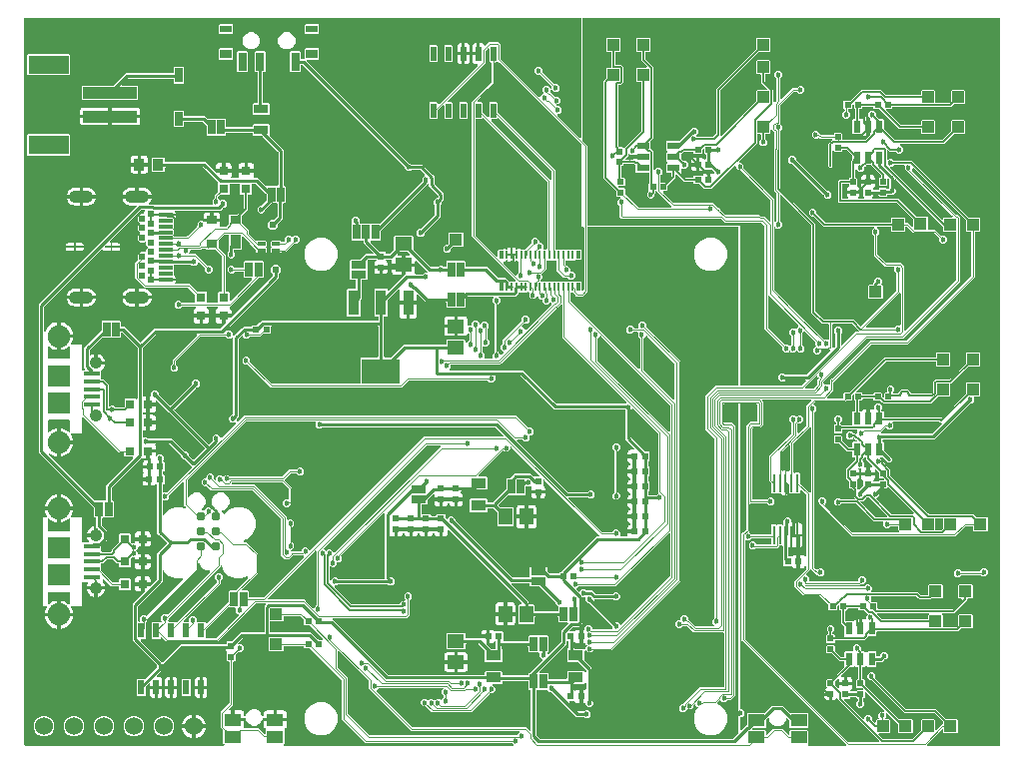
<source format=gbr>
G04 EAGLE Gerber RS-274X export*
G75*
%MOMM*%
%FSLAX34Y34*%
%LPD*%
%INTop Copper*%
%IPPOS*%
%AMOC8*
5,1,8,0,0,1.08239X$1,22.5*%
G01*
%ADD10R,1.300000X0.900000*%
%ADD11R,0.635000X1.270000*%
%ADD12R,1.270000X0.635000*%
%ADD13R,0.230000X0.700000*%
%ADD14R,0.350000X0.660000*%
%ADD15R,0.950000X2.150000*%
%ADD16R,3.250000X2.150000*%
%ADD17R,1.450000X1.150000*%
%ADD18R,0.620000X0.620000*%
%ADD19R,0.279400X1.574800*%
%ADD20R,0.508000X1.270000*%
%ADD21C,0.787400*%
%ADD22R,0.500000X0.500000*%
%ADD23R,4.600000X1.000000*%
%ADD24R,3.400000X1.600000*%
%ADD25R,0.700000X1.200000*%
%ADD26R,1.200000X0.800000*%
%ADD27R,0.700000X1.500000*%
%ADD28R,1.000000X0.600000*%
%ADD29R,1.000000X0.800000*%
%ADD30R,1.150000X1.450000*%
%ADD31R,1.400000X1.050000*%
%ADD32C,1.524000*%
%ADD33R,0.950000X1.000000*%
%ADD34R,0.800000X0.800000*%
%ADD35R,1.000000X0.200000*%
%ADD36R,1.200000X0.300000*%
%ADD37C,0.604000*%
%ADD38C,1.000000*%
%ADD39R,0.700000X0.300000*%
%ADD40R,1.100000X0.600000*%
%ADD41R,1.000000X1.000000*%
%ADD42R,0.600000X1.100000*%
%ADD43R,0.900000X1.200000*%
%ADD44R,0.900000X0.800000*%
%ADD45R,1.350000X0.400000*%
%ADD46C,1.050000*%
%ADD47C,1.900000*%
%ADD48C,0.127000*%
%ADD49C,0.254000*%
%ADD50C,0.454000*%
%ADD51C,0.152400*%
%ADD52C,0.101600*%

G36*
X-57216Y2552D02*
X-57216Y2552D01*
X-57144Y2554D01*
X-57095Y2572D01*
X-57044Y2580D01*
X-56980Y2614D01*
X-56913Y2639D01*
X-56872Y2671D01*
X-56826Y2696D01*
X-56777Y2748D01*
X-56721Y2792D01*
X-56693Y2836D01*
X-56657Y2874D01*
X-56627Y2939D01*
X-56588Y2999D01*
X-56575Y3050D01*
X-56553Y3097D01*
X-56545Y3168D01*
X-56528Y3238D01*
X-56532Y3290D01*
X-56526Y3341D01*
X-56541Y3412D01*
X-56547Y3483D01*
X-56567Y3531D01*
X-56578Y3582D01*
X-56615Y3643D01*
X-56643Y3709D01*
X-56688Y3765D01*
X-56705Y3793D01*
X-56722Y3808D01*
X-56748Y3840D01*
X-57513Y4605D01*
X-57513Y15417D01*
X-57527Y15507D01*
X-57535Y15598D01*
X-57547Y15628D01*
X-57552Y15660D01*
X-57595Y15741D01*
X-57631Y15824D01*
X-57657Y15857D01*
X-57668Y15877D01*
X-57691Y15899D01*
X-57736Y15955D01*
X-59945Y18164D01*
X-59945Y31112D01*
X-52548Y38509D01*
X-52495Y38583D01*
X-52435Y38652D01*
X-52423Y38682D01*
X-52404Y38708D01*
X-52377Y38795D01*
X-52343Y38880D01*
X-52339Y38921D01*
X-52332Y38943D01*
X-52333Y38976D01*
X-52325Y39047D01*
X-52325Y73172D01*
X-52328Y73192D01*
X-52326Y73211D01*
X-52348Y73313D01*
X-52364Y73415D01*
X-52374Y73432D01*
X-52378Y73452D01*
X-52431Y73541D01*
X-52480Y73632D01*
X-52494Y73646D01*
X-52504Y73663D01*
X-52583Y73730D01*
X-52658Y73802D01*
X-52676Y73810D01*
X-52691Y73823D01*
X-52787Y73862D01*
X-52881Y73905D01*
X-52901Y73907D01*
X-52919Y73915D01*
X-53086Y73933D01*
X-54321Y73933D01*
X-54917Y74529D01*
X-54917Y81571D01*
X-54476Y82012D01*
X-54465Y82028D01*
X-54449Y82040D01*
X-54393Y82128D01*
X-54333Y82211D01*
X-54327Y82230D01*
X-54316Y82247D01*
X-54291Y82348D01*
X-54260Y82447D01*
X-54261Y82466D01*
X-54256Y82486D01*
X-54264Y82589D01*
X-54267Y82692D01*
X-54274Y82711D01*
X-54275Y82731D01*
X-54315Y82826D01*
X-54351Y82923D01*
X-54364Y82939D01*
X-54371Y82957D01*
X-54476Y83088D01*
X-54967Y83579D01*
X-54970Y83592D01*
X-55023Y83681D01*
X-55072Y83772D01*
X-55086Y83786D01*
X-55096Y83803D01*
X-55175Y83870D01*
X-55250Y83942D01*
X-55268Y83950D01*
X-55283Y83963D01*
X-55379Y84002D01*
X-55473Y84045D01*
X-55493Y84047D01*
X-55511Y84055D01*
X-55678Y84073D01*
X-91702Y84073D01*
X-91792Y84059D01*
X-91883Y84051D01*
X-91912Y84039D01*
X-91944Y84034D01*
X-92025Y83991D01*
X-92109Y83955D01*
X-92141Y83929D01*
X-92162Y83918D01*
X-92184Y83895D01*
X-92240Y83850D01*
X-107472Y68618D01*
X-109258Y66832D01*
X-113830Y62260D01*
X-113872Y62202D01*
X-113921Y62150D01*
X-113943Y62103D01*
X-113973Y62061D01*
X-113994Y61992D01*
X-114025Y61927D01*
X-114030Y61875D01*
X-114046Y61825D01*
X-114044Y61754D01*
X-114052Y61683D01*
X-114041Y61632D01*
X-114039Y61580D01*
X-114015Y61512D01*
X-114000Y61442D01*
X-113973Y61398D01*
X-113955Y61349D01*
X-113910Y61293D01*
X-113873Y61231D01*
X-113834Y61197D01*
X-113801Y61157D01*
X-113741Y61118D01*
X-113686Y61071D01*
X-113638Y61052D01*
X-113594Y61024D01*
X-113525Y61006D01*
X-113458Y60979D01*
X-113387Y60971D01*
X-113356Y60963D01*
X-113332Y60965D01*
X-113292Y60961D01*
X-111426Y60961D01*
X-110779Y60788D01*
X-110200Y60453D01*
X-109727Y59980D01*
X-109392Y59401D01*
X-109219Y58754D01*
X-109219Y53339D01*
X-113792Y53339D01*
X-113811Y53336D01*
X-113831Y53338D01*
X-113933Y53316D01*
X-114035Y53300D01*
X-114052Y53290D01*
X-114072Y53286D01*
X-114161Y53233D01*
X-114252Y53184D01*
X-114266Y53170D01*
X-114283Y53160D01*
X-114304Y53135D01*
X-114305Y53136D01*
X-114380Y53208D01*
X-114398Y53216D01*
X-114413Y53229D01*
X-114510Y53268D01*
X-114603Y53311D01*
X-114623Y53313D01*
X-114641Y53321D01*
X-114808Y53339D01*
X-119381Y53339D01*
X-119381Y54872D01*
X-119392Y54942D01*
X-119394Y55014D01*
X-119412Y55063D01*
X-119420Y55114D01*
X-119454Y55177D01*
X-119479Y55245D01*
X-119511Y55286D01*
X-119536Y55332D01*
X-119587Y55381D01*
X-119632Y55437D01*
X-119676Y55465D01*
X-119714Y55501D01*
X-119779Y55531D01*
X-119839Y55570D01*
X-119890Y55583D01*
X-119937Y55605D01*
X-120008Y55613D01*
X-120078Y55630D01*
X-120130Y55626D01*
X-120181Y55632D01*
X-120252Y55617D01*
X-120323Y55611D01*
X-120371Y55591D01*
X-120422Y55580D01*
X-120483Y55543D01*
X-120549Y55515D01*
X-120605Y55470D01*
X-120633Y55453D01*
X-120648Y55436D01*
X-120680Y55410D01*
X-123220Y52870D01*
X-123273Y52796D01*
X-123333Y52726D01*
X-123345Y52696D01*
X-123364Y52670D01*
X-123391Y52583D01*
X-123425Y52498D01*
X-123429Y52457D01*
X-123436Y52435D01*
X-123435Y52403D01*
X-123443Y52332D01*
X-123443Y45299D01*
X-124039Y44703D01*
X-129961Y44703D01*
X-130557Y45299D01*
X-130557Y58841D01*
X-129961Y59437D01*
X-124008Y59437D01*
X-124002Y59433D01*
X-123919Y59373D01*
X-123900Y59367D01*
X-123883Y59356D01*
X-123782Y59331D01*
X-123684Y59300D01*
X-123664Y59301D01*
X-123644Y59296D01*
X-123541Y59304D01*
X-123438Y59307D01*
X-123419Y59313D01*
X-123399Y59315D01*
X-123304Y59355D01*
X-123207Y59391D01*
X-123191Y59404D01*
X-123173Y59411D01*
X-123042Y59516D01*
X-114254Y68304D01*
X-114201Y68378D01*
X-114141Y68448D01*
X-114129Y68478D01*
X-114110Y68504D01*
X-114083Y68591D01*
X-114049Y68676D01*
X-114045Y68717D01*
X-114038Y68739D01*
X-114039Y68771D01*
X-114031Y68843D01*
X-114031Y71365D01*
X-114045Y71456D01*
X-114053Y71546D01*
X-114065Y71576D01*
X-114070Y71608D01*
X-114113Y71689D01*
X-114149Y71773D01*
X-114175Y71805D01*
X-114186Y71826D01*
X-114209Y71848D01*
X-114254Y71904D01*
X-134367Y92017D01*
X-134367Y122867D01*
X-124550Y132684D01*
X-124497Y132758D01*
X-124437Y132828D01*
X-124425Y132858D01*
X-124406Y132884D01*
X-124379Y132971D01*
X-124345Y133056D01*
X-124341Y133097D01*
X-124334Y133119D01*
X-124335Y133151D01*
X-124327Y133222D01*
X-124327Y138177D01*
X-119372Y138177D01*
X-119282Y138192D01*
X-119191Y138199D01*
X-119162Y138211D01*
X-119130Y138217D01*
X-119049Y138259D01*
X-118965Y138295D01*
X-118933Y138321D01*
X-118912Y138332D01*
X-118890Y138355D01*
X-118834Y138400D01*
X-113762Y143472D01*
X-113709Y143546D01*
X-113649Y143616D01*
X-113637Y143646D01*
X-113618Y143672D01*
X-113591Y143759D01*
X-113557Y143844D01*
X-113553Y143885D01*
X-113546Y143907D01*
X-113547Y143939D01*
X-113539Y144011D01*
X-113539Y166047D01*
X-105626Y173960D01*
X-105615Y173976D01*
X-105599Y173988D01*
X-105543Y174076D01*
X-105483Y174159D01*
X-105477Y174178D01*
X-105466Y174195D01*
X-105441Y174296D01*
X-105410Y174395D01*
X-105411Y174414D01*
X-105406Y174434D01*
X-105414Y174537D01*
X-105417Y174640D01*
X-105424Y174659D01*
X-105425Y174679D01*
X-105465Y174774D01*
X-105501Y174871D01*
X-105514Y174887D01*
X-105521Y174905D01*
X-105626Y175036D01*
X-111976Y181386D01*
X-113539Y182949D01*
X-113539Y216162D01*
X-113553Y216252D01*
X-113561Y216343D01*
X-113573Y216372D01*
X-113578Y216404D01*
X-113611Y216465D01*
X-113611Y223722D01*
X-113614Y223742D01*
X-113612Y223761D01*
X-113634Y223863D01*
X-113650Y223965D01*
X-113660Y223982D01*
X-113664Y224002D01*
X-113717Y224091D01*
X-113766Y224182D01*
X-113780Y224196D01*
X-113790Y224213D01*
X-113869Y224280D01*
X-113944Y224352D01*
X-113962Y224360D01*
X-113977Y224373D01*
X-114073Y224412D01*
X-114167Y224455D01*
X-114187Y224457D01*
X-114205Y224465D01*
X-114372Y224483D01*
X-114438Y224483D01*
X-114504Y224472D01*
X-114572Y224471D01*
X-114625Y224453D01*
X-114680Y224444D01*
X-114740Y224412D01*
X-114804Y224389D01*
X-114848Y224355D01*
X-114898Y224328D01*
X-114944Y224280D01*
X-114998Y224238D01*
X-115045Y224174D01*
X-115067Y224150D01*
X-115076Y224131D01*
X-115097Y224103D01*
X-115191Y223940D01*
X-115664Y223467D01*
X-116243Y223132D01*
X-116890Y222959D01*
X-118801Y222959D01*
X-118801Y227838D01*
X-118804Y227858D01*
X-118802Y227877D01*
X-118824Y227979D01*
X-118841Y228081D01*
X-118850Y228098D01*
X-118854Y228118D01*
X-118907Y228207D01*
X-118956Y228298D01*
X-118970Y228312D01*
X-118980Y228329D01*
X-119059Y228396D01*
X-119134Y228467D01*
X-119152Y228476D01*
X-119167Y228489D01*
X-119263Y228528D01*
X-119357Y228571D01*
X-119377Y228573D01*
X-119395Y228581D01*
X-119562Y228599D01*
X-120325Y228599D01*
X-120325Y228601D01*
X-119562Y228601D01*
X-119542Y228604D01*
X-119523Y228602D01*
X-119421Y228624D01*
X-119319Y228641D01*
X-119302Y228650D01*
X-119282Y228654D01*
X-119193Y228707D01*
X-119102Y228756D01*
X-119088Y228770D01*
X-119071Y228780D01*
X-119004Y228859D01*
X-118933Y228934D01*
X-118924Y228952D01*
X-118911Y228967D01*
X-118872Y229063D01*
X-118829Y229157D01*
X-118827Y229177D01*
X-118819Y229195D01*
X-118801Y229362D01*
X-118801Y234439D01*
X-118750Y234499D01*
X-118679Y234574D01*
X-118670Y234592D01*
X-118657Y234607D01*
X-118618Y234703D01*
X-118575Y234797D01*
X-118573Y234817D01*
X-118565Y234835D01*
X-118547Y235002D01*
X-118547Y238252D01*
X-118550Y238272D01*
X-118548Y238291D01*
X-118570Y238393D01*
X-118587Y238495D01*
X-118596Y238512D01*
X-118600Y238532D01*
X-118653Y238621D01*
X-118702Y238712D01*
X-118716Y238726D01*
X-118726Y238743D01*
X-118805Y238810D01*
X-118880Y238881D01*
X-118898Y238890D01*
X-118913Y238903D01*
X-119009Y238942D01*
X-119103Y238985D01*
X-119123Y238987D01*
X-119141Y238995D01*
X-119308Y239013D01*
X-120071Y239013D01*
X-120071Y239015D01*
X-119308Y239015D01*
X-119288Y239018D01*
X-119269Y239016D01*
X-119167Y239038D01*
X-119065Y239055D01*
X-119048Y239064D01*
X-119028Y239068D01*
X-118939Y239121D01*
X-118848Y239170D01*
X-118834Y239184D01*
X-118817Y239194D01*
X-118750Y239273D01*
X-118679Y239348D01*
X-118670Y239366D01*
X-118657Y239381D01*
X-118618Y239477D01*
X-118575Y239571D01*
X-118573Y239591D01*
X-118565Y239609D01*
X-118547Y239776D01*
X-118547Y245174D01*
X-118550Y245194D01*
X-118548Y245213D01*
X-118570Y245315D01*
X-118587Y245417D01*
X-118596Y245434D01*
X-118600Y245454D01*
X-118653Y245543D01*
X-118702Y245634D01*
X-118716Y245648D01*
X-118726Y245665D01*
X-118805Y245732D01*
X-118880Y245804D01*
X-118898Y245812D01*
X-118913Y245825D01*
X-119009Y245864D01*
X-119103Y245907D01*
X-119123Y245909D01*
X-119141Y245917D01*
X-119308Y245935D01*
X-120009Y245935D01*
X-120009Y250953D01*
X-114991Y250953D01*
X-114991Y248873D01*
X-114980Y248802D01*
X-114978Y248730D01*
X-114960Y248681D01*
X-114952Y248630D01*
X-114918Y248567D01*
X-114893Y248499D01*
X-114861Y248459D01*
X-114836Y248413D01*
X-114784Y248363D01*
X-114740Y248307D01*
X-114696Y248279D01*
X-114658Y248243D01*
X-114593Y248213D01*
X-114533Y248174D01*
X-114482Y248161D01*
X-114435Y248140D01*
X-114364Y248132D01*
X-114294Y248114D01*
X-114242Y248118D01*
X-114191Y248112D01*
X-114120Y248128D01*
X-114049Y248133D01*
X-114001Y248154D01*
X-113950Y248165D01*
X-113889Y248202D01*
X-113823Y248230D01*
X-113767Y248274D01*
X-113739Y248291D01*
X-113724Y248309D01*
X-113692Y248334D01*
X-112613Y249413D01*
X-109891Y249413D01*
X-107965Y247487D01*
X-107965Y244765D01*
X-108300Y244430D01*
X-108342Y244372D01*
X-108391Y244320D01*
X-108413Y244273D01*
X-108443Y244231D01*
X-108464Y244162D01*
X-108494Y244097D01*
X-108500Y244045D01*
X-108516Y243995D01*
X-108514Y243924D01*
X-108522Y243853D01*
X-108510Y243802D01*
X-108509Y243750D01*
X-108485Y243682D01*
X-108469Y243612D01*
X-108443Y243567D01*
X-108425Y243519D01*
X-108380Y243463D01*
X-108343Y243401D01*
X-108303Y243367D01*
X-108271Y243327D01*
X-108211Y243288D01*
X-108156Y243241D01*
X-108108Y243222D01*
X-108064Y243194D01*
X-107995Y243176D01*
X-107928Y243149D01*
X-107857Y243141D01*
X-107826Y243133D01*
X-107802Y243135D01*
X-107761Y243131D01*
X-107549Y243131D01*
X-106953Y242535D01*
X-106953Y235493D01*
X-107549Y234897D01*
X-108022Y234897D01*
X-108042Y234894D01*
X-108061Y234896D01*
X-108163Y234874D01*
X-108265Y234858D01*
X-108282Y234848D01*
X-108302Y234844D01*
X-108391Y234791D01*
X-108482Y234742D01*
X-108496Y234728D01*
X-108513Y234718D01*
X-108580Y234639D01*
X-108652Y234564D01*
X-108660Y234546D01*
X-108673Y234531D01*
X-108712Y234435D01*
X-108755Y234341D01*
X-108757Y234321D01*
X-108765Y234303D01*
X-108783Y234136D01*
X-108783Y233478D01*
X-108780Y233458D01*
X-108782Y233439D01*
X-108760Y233337D01*
X-108744Y233235D01*
X-108734Y233218D01*
X-108730Y233198D01*
X-108677Y233109D01*
X-108628Y233018D01*
X-108614Y233004D01*
X-108604Y232987D01*
X-108525Y232920D01*
X-108450Y232848D01*
X-108432Y232840D01*
X-108417Y232827D01*
X-108321Y232788D01*
X-108227Y232745D01*
X-108207Y232743D01*
X-108189Y232735D01*
X-108022Y232717D01*
X-107803Y232717D01*
X-107207Y232121D01*
X-107207Y225079D01*
X-107803Y224483D01*
X-108276Y224483D01*
X-108296Y224480D01*
X-108315Y224482D01*
X-108417Y224460D01*
X-108519Y224444D01*
X-108536Y224434D01*
X-108556Y224430D01*
X-108645Y224377D01*
X-108736Y224328D01*
X-108750Y224314D01*
X-108767Y224304D01*
X-108834Y224225D01*
X-108906Y224150D01*
X-108914Y224132D01*
X-108927Y224117D01*
X-108966Y224021D01*
X-109009Y223927D01*
X-109011Y223907D01*
X-109019Y223889D01*
X-109037Y223722D01*
X-109037Y218759D01*
X-109023Y218668D01*
X-109015Y218578D01*
X-109003Y218548D01*
X-108998Y218516D01*
X-108965Y218455D01*
X-108965Y217916D01*
X-108962Y217896D01*
X-108964Y217877D01*
X-108942Y217775D01*
X-108926Y217673D01*
X-108916Y217656D01*
X-108912Y217636D01*
X-108859Y217547D01*
X-108810Y217456D01*
X-108796Y217442D01*
X-108786Y217425D01*
X-108707Y217358D01*
X-108632Y217286D01*
X-108614Y217278D01*
X-108599Y217265D01*
X-108503Y217226D01*
X-108409Y217183D01*
X-108389Y217181D01*
X-108371Y217173D01*
X-108204Y217155D01*
X-105865Y217155D01*
X-105775Y217169D01*
X-105684Y217177D01*
X-105654Y217189D01*
X-105622Y217194D01*
X-105541Y217237D01*
X-105458Y217273D01*
X-105425Y217299D01*
X-105405Y217310D01*
X-105383Y217333D01*
X-105327Y217378D01*
X-84259Y238445D01*
X-84248Y238461D01*
X-84232Y238474D01*
X-84176Y238561D01*
X-84116Y238645D01*
X-84110Y238664D01*
X-84099Y238680D01*
X-84074Y238781D01*
X-84043Y238880D01*
X-84044Y238900D01*
X-84039Y238919D01*
X-84047Y239022D01*
X-84050Y239126D01*
X-84057Y239144D01*
X-84058Y239164D01*
X-84099Y239259D01*
X-84134Y239357D01*
X-84147Y239372D01*
X-84155Y239390D01*
X-84259Y239521D01*
X-85638Y240900D01*
X-90148Y245410D01*
X-90222Y245463D01*
X-90292Y245523D01*
X-90322Y245535D01*
X-90348Y245554D01*
X-90435Y245581D01*
X-90520Y245615D01*
X-90561Y245619D01*
X-90583Y245626D01*
X-90615Y245625D01*
X-90687Y245633D01*
X-91531Y245633D01*
X-93457Y247559D01*
X-93457Y248403D01*
X-93471Y248494D01*
X-93479Y248584D01*
X-93491Y248614D01*
X-93496Y248646D01*
X-93539Y248727D01*
X-93575Y248811D01*
X-93601Y248843D01*
X-93612Y248864D01*
X-93635Y248886D01*
X-93653Y248908D01*
X-93657Y248915D01*
X-93662Y248919D01*
X-93680Y248942D01*
X-103061Y258323D01*
X-103135Y258376D01*
X-103205Y258436D01*
X-103235Y258448D01*
X-103261Y258467D01*
X-103348Y258494D01*
X-103433Y258528D01*
X-103474Y258532D01*
X-103496Y258539D01*
X-103528Y258538D01*
X-103600Y258546D01*
X-114475Y258546D01*
X-114569Y258531D01*
X-114664Y258522D01*
X-114690Y258511D01*
X-114718Y258507D01*
X-114802Y258462D01*
X-114890Y258423D01*
X-114910Y258405D01*
X-114935Y258391D01*
X-115001Y258322D01*
X-115071Y258258D01*
X-115085Y258233D01*
X-115104Y258213D01*
X-115145Y258127D01*
X-115191Y258043D01*
X-115196Y258015D01*
X-115208Y257990D01*
X-115219Y257895D01*
X-115236Y257801D01*
X-115232Y257773D01*
X-115235Y257746D01*
X-115215Y257652D01*
X-115202Y257558D01*
X-115187Y257526D01*
X-115183Y257505D01*
X-115173Y257488D01*
X-114991Y256810D01*
X-114991Y253999D01*
X-120770Y253999D01*
X-120790Y253996D01*
X-120809Y253998D01*
X-120911Y253976D01*
X-121013Y253959D01*
X-121030Y253950D01*
X-121050Y253946D01*
X-121139Y253893D01*
X-121230Y253844D01*
X-121244Y253830D01*
X-121261Y253820D01*
X-121328Y253741D01*
X-121399Y253666D01*
X-121408Y253648D01*
X-121421Y253633D01*
X-121460Y253537D01*
X-121503Y253443D01*
X-121505Y253423D01*
X-121513Y253405D01*
X-121531Y253238D01*
X-121531Y252475D01*
X-122294Y252475D01*
X-122314Y252472D01*
X-122333Y252474D01*
X-122435Y252452D01*
X-122537Y252435D01*
X-122554Y252426D01*
X-122574Y252422D01*
X-122663Y252369D01*
X-122754Y252320D01*
X-122768Y252306D01*
X-122785Y252296D01*
X-122852Y252217D01*
X-122923Y252142D01*
X-122932Y252124D01*
X-122945Y252109D01*
X-122984Y252013D01*
X-123027Y251919D01*
X-123029Y251899D01*
X-123037Y251881D01*
X-123055Y251714D01*
X-123055Y245416D01*
X-123052Y245396D01*
X-123054Y245377D01*
X-123032Y245275D01*
X-123015Y245173D01*
X-123006Y245156D01*
X-123002Y245136D01*
X-122949Y245047D01*
X-122900Y244956D01*
X-122886Y244942D01*
X-122876Y244925D01*
X-122797Y244858D01*
X-122722Y244786D01*
X-122704Y244778D01*
X-122689Y244765D01*
X-122593Y244726D01*
X-122499Y244683D01*
X-122479Y244681D01*
X-122461Y244673D01*
X-122294Y244655D01*
X-121593Y244655D01*
X-121593Y240537D01*
X-125711Y240537D01*
X-125711Y242449D01*
X-125538Y243095D01*
X-125203Y243674D01*
X-124730Y244147D01*
X-124093Y244515D01*
X-124056Y244545D01*
X-124014Y244568D01*
X-123961Y244623D01*
X-123903Y244671D01*
X-123877Y244711D01*
X-123844Y244746D01*
X-123812Y244815D01*
X-123772Y244879D01*
X-123761Y244925D01*
X-123741Y244969D01*
X-123732Y245044D01*
X-123715Y245118D01*
X-123719Y245166D01*
X-123714Y245213D01*
X-123730Y245288D01*
X-123736Y245363D01*
X-123756Y245407D01*
X-123766Y245454D01*
X-123805Y245519D01*
X-123835Y245588D01*
X-123867Y245624D01*
X-123892Y245665D01*
X-123950Y245714D01*
X-124001Y245770D01*
X-124042Y245794D01*
X-124079Y245825D01*
X-124149Y245853D01*
X-124215Y245890D01*
X-124263Y245899D01*
X-124307Y245917D01*
X-124435Y245931D01*
X-124457Y245935D01*
X-124464Y245934D01*
X-124474Y245935D01*
X-125866Y245935D01*
X-126513Y246108D01*
X-126692Y246212D01*
X-126733Y246228D01*
X-126770Y246251D01*
X-126847Y246271D01*
X-126922Y246299D01*
X-126966Y246301D01*
X-127009Y246311D01*
X-127088Y246305D01*
X-127168Y246308D01*
X-127210Y246296D01*
X-127254Y246292D01*
X-127327Y246261D01*
X-127404Y246238D01*
X-127440Y246213D01*
X-127480Y246196D01*
X-127594Y246105D01*
X-127605Y246097D01*
X-127607Y246094D01*
X-127611Y246091D01*
X-151922Y221780D01*
X-151975Y221706D01*
X-152035Y221636D01*
X-152047Y221606D01*
X-152066Y221580D01*
X-152093Y221493D01*
X-152127Y221408D01*
X-152131Y221367D01*
X-152138Y221345D01*
X-152137Y221313D01*
X-152145Y221241D01*
X-152145Y211328D01*
X-152142Y211308D01*
X-152144Y211289D01*
X-152122Y211187D01*
X-152106Y211085D01*
X-152096Y211068D01*
X-152092Y211048D01*
X-152039Y210959D01*
X-151990Y210868D01*
X-151976Y210854D01*
X-151966Y210837D01*
X-151887Y210770D01*
X-151812Y210698D01*
X-151794Y210690D01*
X-151779Y210677D01*
X-151683Y210638D01*
X-151589Y210595D01*
X-151569Y210593D01*
X-151551Y210585D01*
X-151384Y210567D01*
X-151090Y210567D01*
X-150494Y209971D01*
X-150494Y196429D01*
X-151090Y195833D01*
X-158308Y195833D01*
X-158328Y195846D01*
X-158411Y195906D01*
X-158430Y195912D01*
X-158447Y195923D01*
X-158548Y195948D01*
X-158646Y195979D01*
X-158666Y195978D01*
X-158686Y195983D01*
X-158789Y195975D01*
X-158892Y195972D01*
X-158911Y195966D01*
X-158931Y195964D01*
X-159026Y195924D01*
X-159123Y195888D01*
X-159139Y195875D01*
X-159157Y195868D01*
X-159200Y195833D01*
X-159766Y195833D01*
X-159786Y195830D01*
X-159805Y195832D01*
X-159907Y195810D01*
X-160009Y195794D01*
X-160026Y195784D01*
X-160046Y195780D01*
X-160135Y195727D01*
X-160226Y195678D01*
X-160240Y195664D01*
X-160257Y195654D01*
X-160324Y195575D01*
X-160396Y195500D01*
X-160404Y195482D01*
X-160417Y195467D01*
X-160456Y195371D01*
X-160499Y195277D01*
X-160501Y195257D01*
X-160509Y195239D01*
X-160527Y195072D01*
X-160527Y190134D01*
X-160513Y190044D01*
X-160505Y189953D01*
X-160493Y189923D01*
X-160488Y189891D01*
X-160445Y189811D01*
X-160409Y189727D01*
X-160383Y189695D01*
X-160372Y189674D01*
X-160349Y189652D01*
X-160304Y189596D01*
X-155777Y185069D01*
X-155777Y176931D01*
X-160860Y171848D01*
X-160913Y171774D01*
X-160973Y171705D01*
X-160985Y171675D01*
X-161004Y171648D01*
X-161031Y171562D01*
X-161065Y171477D01*
X-161069Y171436D01*
X-161076Y171413D01*
X-161075Y171381D01*
X-161083Y171310D01*
X-161083Y169329D01*
X-161374Y169038D01*
X-161385Y169022D01*
X-161401Y169010D01*
X-161457Y168923D01*
X-161458Y168921D01*
X-161459Y168920D01*
X-161517Y168839D01*
X-161523Y168820D01*
X-161534Y168803D01*
X-161558Y168706D01*
X-161562Y168698D01*
X-161563Y168692D01*
X-161590Y168604D01*
X-161589Y168584D01*
X-161594Y168564D01*
X-161587Y168472D01*
X-161589Y168454D01*
X-161585Y168437D01*
X-161583Y168358D01*
X-161576Y168339D01*
X-161575Y168319D01*
X-161544Y168246D01*
X-161537Y168213D01*
X-161521Y168187D01*
X-161499Y168127D01*
X-161486Y168111D01*
X-161479Y168093D01*
X-161423Y168023D01*
X-161411Y168002D01*
X-161397Y167991D01*
X-161374Y167962D01*
X-161083Y167671D01*
X-161083Y167663D01*
X-161080Y167643D01*
X-161082Y167624D01*
X-161060Y167522D01*
X-161044Y167420D01*
X-161034Y167403D01*
X-161030Y167383D01*
X-160977Y167294D01*
X-160928Y167203D01*
X-160914Y167189D01*
X-160904Y167172D01*
X-160825Y167105D01*
X-160750Y167033D01*
X-160732Y167025D01*
X-160717Y167012D01*
X-160621Y166973D01*
X-160527Y166930D01*
X-160507Y166928D01*
X-160489Y166920D01*
X-160322Y166902D01*
X-155906Y166902D01*
X-155878Y166875D01*
X-155805Y166822D01*
X-155735Y166762D01*
X-155705Y166750D01*
X-155679Y166731D01*
X-155592Y166704D01*
X-155507Y166670D01*
X-155466Y166666D01*
X-155444Y166659D01*
X-155411Y166660D01*
X-155340Y166652D01*
X-153130Y166652D01*
X-153040Y166666D01*
X-152949Y166674D01*
X-152919Y166686D01*
X-152887Y166691D01*
X-152806Y166734D01*
X-152722Y166770D01*
X-152690Y166796D01*
X-152670Y166806D01*
X-152647Y166830D01*
X-152591Y166875D01*
X-152485Y166981D01*
X-152432Y167055D01*
X-152372Y167124D01*
X-152360Y167155D01*
X-152341Y167181D01*
X-152315Y167268D01*
X-152280Y167353D01*
X-152276Y167394D01*
X-152269Y167416D01*
X-152270Y167448D01*
X-152262Y167519D01*
X-152262Y168724D01*
X-151072Y169914D01*
X-146090Y174896D01*
X-146037Y174970D01*
X-145977Y175040D01*
X-145965Y175070D01*
X-145946Y175096D01*
X-145919Y175183D01*
X-145885Y175268D01*
X-145881Y175309D01*
X-145874Y175331D01*
X-145875Y175363D01*
X-145867Y175434D01*
X-145867Y182221D01*
X-145271Y182817D01*
X-136429Y182817D01*
X-135833Y182221D01*
X-135833Y175434D01*
X-135819Y175344D01*
X-135811Y175253D01*
X-135799Y175224D01*
X-135794Y175192D01*
X-135751Y175111D01*
X-135715Y175027D01*
X-135689Y174995D01*
X-135678Y174974D01*
X-135655Y174952D01*
X-135610Y174896D01*
X-135404Y174690D01*
X-135330Y174637D01*
X-135260Y174577D01*
X-135230Y174565D01*
X-135204Y174546D01*
X-135117Y174519D01*
X-135032Y174485D01*
X-134991Y174481D01*
X-134969Y174474D01*
X-134937Y174475D01*
X-134865Y174467D01*
X-133152Y174467D01*
X-133132Y174470D01*
X-133113Y174468D01*
X-133011Y174490D01*
X-132909Y174506D01*
X-132892Y174516D01*
X-132872Y174520D01*
X-132783Y174573D01*
X-132692Y174622D01*
X-132678Y174636D01*
X-132661Y174646D01*
X-132594Y174725D01*
X-132522Y174800D01*
X-132514Y174818D01*
X-132501Y174833D01*
X-132462Y174929D01*
X-132419Y175023D01*
X-132417Y175043D01*
X-132409Y175061D01*
X-132391Y175228D01*
X-132391Y176277D01*
X-127373Y176277D01*
X-127373Y171259D01*
X-129302Y171259D01*
X-129322Y171256D01*
X-129341Y171258D01*
X-129443Y171236D01*
X-129545Y171220D01*
X-129562Y171210D01*
X-129582Y171206D01*
X-129671Y171153D01*
X-129762Y171104D01*
X-129776Y171090D01*
X-129793Y171080D01*
X-129860Y171001D01*
X-129932Y170926D01*
X-129940Y170908D01*
X-129953Y170893D01*
X-129992Y170797D01*
X-130035Y170703D01*
X-130037Y170683D01*
X-130045Y170665D01*
X-130063Y170498D01*
X-130063Y169819D01*
X-131069Y168813D01*
X-131080Y168797D01*
X-131096Y168785D01*
X-131152Y168697D01*
X-131212Y168614D01*
X-131218Y168595D01*
X-131229Y168578D01*
X-131254Y168477D01*
X-131284Y168378D01*
X-131284Y168359D01*
X-131289Y168339D01*
X-131281Y168236D01*
X-131278Y168133D01*
X-131271Y168114D01*
X-131270Y168094D01*
X-131229Y167999D01*
X-131194Y167902D01*
X-131181Y167886D01*
X-131173Y167868D01*
X-131069Y167737D01*
X-130063Y166731D01*
X-130063Y166052D01*
X-130060Y166032D01*
X-130062Y166013D01*
X-130040Y165911D01*
X-130024Y165809D01*
X-130014Y165792D01*
X-130010Y165772D01*
X-129957Y165683D01*
X-129908Y165592D01*
X-129894Y165578D01*
X-129884Y165561D01*
X-129805Y165494D01*
X-129730Y165422D01*
X-129712Y165414D01*
X-129697Y165401D01*
X-129601Y165362D01*
X-129507Y165319D01*
X-129487Y165317D01*
X-129469Y165309D01*
X-129302Y165291D01*
X-127373Y165291D01*
X-127373Y160273D01*
X-132391Y160273D01*
X-132391Y161322D01*
X-132394Y161342D01*
X-132392Y161361D01*
X-132414Y161463D01*
X-132430Y161565D01*
X-132440Y161582D01*
X-132444Y161602D01*
X-132497Y161691D01*
X-132546Y161782D01*
X-132560Y161796D01*
X-132570Y161813D01*
X-132649Y161880D01*
X-132724Y161952D01*
X-132742Y161960D01*
X-132757Y161973D01*
X-132853Y162012D01*
X-132947Y162055D01*
X-132967Y162057D01*
X-132985Y162065D01*
X-133152Y162083D01*
X-134865Y162083D01*
X-134956Y162069D01*
X-135046Y162061D01*
X-135076Y162049D01*
X-135108Y162044D01*
X-135189Y162001D01*
X-135273Y161965D01*
X-135305Y161939D01*
X-135326Y161928D01*
X-135348Y161905D01*
X-135404Y161860D01*
X-135610Y161654D01*
X-135663Y161580D01*
X-135723Y161510D01*
X-135735Y161480D01*
X-135754Y161454D01*
X-135781Y161367D01*
X-135815Y161282D01*
X-135819Y161241D01*
X-135826Y161219D01*
X-135825Y161187D01*
X-135833Y161115D01*
X-135833Y154329D01*
X-136429Y153733D01*
X-145271Y153733D01*
X-145867Y154329D01*
X-145867Y156337D01*
X-145868Y156347D01*
X-145868Y156353D01*
X-145870Y156361D01*
X-145868Y156376D01*
X-145890Y156478D01*
X-145906Y156580D01*
X-145916Y156597D01*
X-145920Y156617D01*
X-145973Y156706D01*
X-146022Y156797D01*
X-146036Y156811D01*
X-146046Y156828D01*
X-146125Y156895D01*
X-146200Y156967D01*
X-146218Y156975D01*
X-146233Y156988D01*
X-146329Y157027D01*
X-146423Y157070D01*
X-146443Y157072D01*
X-146461Y157080D01*
X-146628Y157098D01*
X-147277Y157098D01*
X-150764Y160585D01*
X-150838Y160638D01*
X-150907Y160698D01*
X-150938Y160710D01*
X-150964Y160729D01*
X-151051Y160756D01*
X-151136Y160790D01*
X-151177Y160794D01*
X-151199Y160801D01*
X-151231Y160800D01*
X-151302Y160808D01*
X-155442Y160808D01*
X-155532Y160793D01*
X-155623Y160786D01*
X-155653Y160774D01*
X-155685Y160768D01*
X-155765Y160726D01*
X-155849Y160690D01*
X-155881Y160664D01*
X-155902Y160653D01*
X-155924Y160630D01*
X-155980Y160585D01*
X-159467Y157098D01*
X-160322Y157098D01*
X-160342Y157095D01*
X-160361Y157097D01*
X-160463Y157075D01*
X-160565Y157059D01*
X-160582Y157049D01*
X-160602Y157045D01*
X-160691Y156992D01*
X-160782Y156943D01*
X-160796Y156929D01*
X-160813Y156919D01*
X-160880Y156840D01*
X-160952Y156765D01*
X-160960Y156747D01*
X-160973Y156732D01*
X-161012Y156636D01*
X-161055Y156542D01*
X-161057Y156522D01*
X-161065Y156504D01*
X-161083Y156337D01*
X-161083Y156329D01*
X-161374Y156038D01*
X-161385Y156022D01*
X-161401Y156010D01*
X-161457Y155923D01*
X-161517Y155839D01*
X-161523Y155820D01*
X-161534Y155803D01*
X-161559Y155702D01*
X-161590Y155604D01*
X-161589Y155584D01*
X-161594Y155564D01*
X-161586Y155461D01*
X-161583Y155358D01*
X-161576Y155339D01*
X-161575Y155319D01*
X-161535Y155224D01*
X-161499Y155127D01*
X-161486Y155111D01*
X-161479Y155093D01*
X-161374Y154962D01*
X-161083Y154671D01*
X-161083Y151363D01*
X-161069Y151273D01*
X-161061Y151182D01*
X-161049Y151152D01*
X-161044Y151120D01*
X-161001Y151039D01*
X-160965Y150956D01*
X-160939Y150923D01*
X-160928Y150903D01*
X-160905Y150881D01*
X-160860Y150825D01*
X-151483Y141448D01*
X-151409Y141395D01*
X-151340Y141335D01*
X-151310Y141323D01*
X-151284Y141304D01*
X-151197Y141277D01*
X-151112Y141243D01*
X-151071Y141239D01*
X-151049Y141232D01*
X-151016Y141233D01*
X-150945Y141225D01*
X-146628Y141225D01*
X-146608Y141228D01*
X-146589Y141226D01*
X-146487Y141248D01*
X-146385Y141264D01*
X-146368Y141274D01*
X-146348Y141278D01*
X-146259Y141331D01*
X-146168Y141380D01*
X-146154Y141394D01*
X-146137Y141404D01*
X-146070Y141483D01*
X-145998Y141558D01*
X-145990Y141576D01*
X-145977Y141591D01*
X-145938Y141687D01*
X-145895Y141781D01*
X-145893Y141801D01*
X-145885Y141819D01*
X-145867Y141986D01*
X-145867Y144121D01*
X-145271Y144717D01*
X-136429Y144717D01*
X-135833Y144121D01*
X-135833Y135279D01*
X-136429Y134683D01*
X-145271Y134683D01*
X-145867Y135279D01*
X-145867Y137414D01*
X-145870Y137434D01*
X-145868Y137453D01*
X-145890Y137555D01*
X-145906Y137657D01*
X-145916Y137674D01*
X-145920Y137694D01*
X-145973Y137783D01*
X-146022Y137874D01*
X-146036Y137888D01*
X-146046Y137905D01*
X-146125Y137972D01*
X-146200Y138044D01*
X-146218Y138052D01*
X-146233Y138065D01*
X-146329Y138104D01*
X-146423Y138147D01*
X-146443Y138149D01*
X-146461Y138157D01*
X-146628Y138175D01*
X-152524Y138175D01*
X-158260Y143911D01*
X-158318Y143953D01*
X-158370Y144003D01*
X-158388Y144011D01*
X-158402Y144023D01*
X-158431Y144035D01*
X-158459Y144055D01*
X-158528Y144076D01*
X-158593Y144106D01*
X-158615Y144109D01*
X-158630Y144115D01*
X-158667Y144119D01*
X-158695Y144127D01*
X-158734Y144126D01*
X-158797Y144133D01*
X-158798Y144133D01*
X-158813Y144131D01*
X-158837Y144133D01*
X-158888Y144122D01*
X-158940Y144121D01*
X-158995Y144101D01*
X-159041Y144093D01*
X-159055Y144086D01*
X-159078Y144081D01*
X-159123Y144054D01*
X-159171Y144037D01*
X-159217Y144000D01*
X-159258Y143978D01*
X-159269Y143967D01*
X-159289Y143955D01*
X-159323Y143915D01*
X-159363Y143883D01*
X-159394Y143835D01*
X-159428Y143800D01*
X-159435Y143785D01*
X-159449Y143768D01*
X-159468Y143720D01*
X-159496Y143676D01*
X-159510Y143623D01*
X-159531Y143577D01*
X-159533Y143559D01*
X-159541Y143540D01*
X-159549Y143469D01*
X-159557Y143437D01*
X-159556Y143428D01*
X-159732Y142769D01*
X-159850Y142566D01*
X-159866Y142525D01*
X-159889Y142488D01*
X-159909Y142410D01*
X-159937Y142336D01*
X-159939Y142292D01*
X-159949Y142249D01*
X-159943Y142170D01*
X-159946Y142090D01*
X-159934Y142048D01*
X-159930Y142004D01*
X-159899Y141931D01*
X-159876Y141854D01*
X-159851Y141818D01*
X-159834Y141778D01*
X-159743Y141664D01*
X-159735Y141653D01*
X-159732Y141651D01*
X-159729Y141647D01*
X-159549Y141466D01*
X-158696Y140190D01*
X-158109Y138772D01*
X-157960Y138023D01*
X-164838Y138023D01*
X-164858Y138020D01*
X-164877Y138022D01*
X-164979Y138000D01*
X-165081Y137983D01*
X-165098Y137974D01*
X-165118Y137970D01*
X-165207Y137917D01*
X-165298Y137868D01*
X-165312Y137854D01*
X-165329Y137844D01*
X-165396Y137765D01*
X-165467Y137690D01*
X-165476Y137672D01*
X-165489Y137657D01*
X-165527Y137561D01*
X-165571Y137467D01*
X-165573Y137447D01*
X-165581Y137429D01*
X-165599Y137262D01*
X-165599Y136499D01*
X-165601Y136499D01*
X-165601Y137262D01*
X-165604Y137282D01*
X-165602Y137301D01*
X-165624Y137403D01*
X-165641Y137505D01*
X-165650Y137522D01*
X-165654Y137542D01*
X-165707Y137631D01*
X-165756Y137722D01*
X-165770Y137736D01*
X-165780Y137753D01*
X-165859Y137820D01*
X-165934Y137891D01*
X-165952Y137900D01*
X-165967Y137913D01*
X-166063Y137952D01*
X-166157Y137995D01*
X-166177Y137997D01*
X-166195Y138005D01*
X-166362Y138023D01*
X-173240Y138023D01*
X-173091Y138772D01*
X-172518Y140157D01*
X-172507Y140201D01*
X-172488Y140243D01*
X-172480Y140320D01*
X-172462Y140396D01*
X-172466Y140442D01*
X-172461Y140487D01*
X-172478Y140564D01*
X-172485Y140641D01*
X-172504Y140683D01*
X-172513Y140728D01*
X-172553Y140795D01*
X-172585Y140866D01*
X-172616Y140900D01*
X-172639Y140939D01*
X-172698Y140989D01*
X-172751Y141047D01*
X-172792Y141069D01*
X-172826Y141099D01*
X-172899Y141128D01*
X-172967Y141165D01*
X-173012Y141174D01*
X-173055Y141191D01*
X-173190Y141206D01*
X-173209Y141209D01*
X-173214Y141208D01*
X-173221Y141209D01*
X-175934Y141209D01*
X-176141Y141265D01*
X-176260Y141277D01*
X-176377Y141290D01*
X-176382Y141289D01*
X-176386Y141289D01*
X-176502Y141262D01*
X-176618Y141237D01*
X-176621Y141235D01*
X-176625Y141234D01*
X-176728Y141172D01*
X-176829Y141111D01*
X-176832Y141108D01*
X-176835Y141106D01*
X-176912Y141014D01*
X-176989Y140924D01*
X-176990Y140920D01*
X-176993Y140917D01*
X-177036Y140807D01*
X-177081Y140696D01*
X-177081Y140691D01*
X-177083Y140688D01*
X-177083Y140674D01*
X-177099Y140529D01*
X-177099Y121250D01*
X-177100Y121249D01*
X-185921Y121249D01*
X-185933Y121247D01*
X-185945Y121249D01*
X-186055Y121227D01*
X-186164Y121210D01*
X-186175Y121204D01*
X-186187Y121201D01*
X-186284Y121146D01*
X-186381Y121094D01*
X-186390Y121086D01*
X-186400Y121080D01*
X-186475Y120996D01*
X-186551Y120916D01*
X-186556Y120905D01*
X-186564Y120896D01*
X-186608Y120794D01*
X-186654Y120693D01*
X-186656Y120681D01*
X-186661Y120670D01*
X-186669Y120559D01*
X-186682Y120449D01*
X-186679Y120437D01*
X-186680Y120425D01*
X-186653Y120317D01*
X-186629Y120208D01*
X-186623Y120198D01*
X-186620Y120186D01*
X-186578Y120113D01*
X-185691Y118372D01*
X-185106Y116569D01*
X-184900Y115273D01*
X-195327Y115273D01*
X-195327Y125700D01*
X-194031Y125494D01*
X-192228Y124909D01*
X-190539Y124048D01*
X-189006Y122934D01*
X-188650Y122578D01*
X-188592Y122537D01*
X-188540Y122487D01*
X-188493Y122465D01*
X-188451Y122435D01*
X-188382Y122414D01*
X-188317Y122384D01*
X-188265Y122378D01*
X-188215Y122363D01*
X-188144Y122364D01*
X-188073Y122356D01*
X-188022Y122368D01*
X-187970Y122369D01*
X-187902Y122393D01*
X-187832Y122409D01*
X-187787Y122435D01*
X-187739Y122453D01*
X-187683Y122498D01*
X-187621Y122535D01*
X-187587Y122574D01*
X-187547Y122607D01*
X-187508Y122667D01*
X-187461Y122722D01*
X-187442Y122770D01*
X-187414Y122814D01*
X-187396Y122883D01*
X-187369Y122950D01*
X-187361Y123021D01*
X-187353Y123052D01*
X-187355Y123076D01*
X-187351Y123117D01*
X-187351Y131988D01*
X-187354Y132008D01*
X-187352Y132027D01*
X-187374Y132129D01*
X-187390Y132231D01*
X-187400Y132248D01*
X-187404Y132268D01*
X-187457Y132357D01*
X-187506Y132448D01*
X-187520Y132462D01*
X-187530Y132479D01*
X-187609Y132546D01*
X-187684Y132618D01*
X-187702Y132626D01*
X-187717Y132639D01*
X-187813Y132678D01*
X-187907Y132721D01*
X-187927Y132723D01*
X-187945Y132731D01*
X-188112Y132749D01*
X-205588Y132749D01*
X-205608Y132746D01*
X-205627Y132748D01*
X-205729Y132726D01*
X-205831Y132710D01*
X-205848Y132700D01*
X-205868Y132696D01*
X-205957Y132643D01*
X-206048Y132594D01*
X-206062Y132580D01*
X-206079Y132570D01*
X-206146Y132491D01*
X-206218Y132416D01*
X-206226Y132398D01*
X-206239Y132383D01*
X-206278Y132286D01*
X-206321Y132193D01*
X-206323Y132173D01*
X-206331Y132155D01*
X-206349Y131988D01*
X-206349Y123117D01*
X-206338Y123046D01*
X-206336Y122974D01*
X-206318Y122925D01*
X-206310Y122874D01*
X-206276Y122811D01*
X-206251Y122743D01*
X-206219Y122703D01*
X-206194Y122657D01*
X-206143Y122607D01*
X-206098Y122551D01*
X-206054Y122523D01*
X-206016Y122487D01*
X-205951Y122457D01*
X-205891Y122418D01*
X-205840Y122406D01*
X-205793Y122384D01*
X-205722Y122376D01*
X-205652Y122358D01*
X-205600Y122362D01*
X-205549Y122356D01*
X-205478Y122372D01*
X-205407Y122377D01*
X-205359Y122398D01*
X-205308Y122409D01*
X-205247Y122446D01*
X-205181Y122474D01*
X-205125Y122518D01*
X-205097Y122535D01*
X-205082Y122553D01*
X-205050Y122578D01*
X-204694Y122934D01*
X-203161Y124048D01*
X-201472Y124909D01*
X-199669Y125494D01*
X-198373Y125700D01*
X-198373Y115273D01*
X-208800Y115273D01*
X-208594Y116569D01*
X-208009Y118372D01*
X-207121Y120114D01*
X-207114Y120135D01*
X-207102Y120160D01*
X-207052Y120260D01*
X-207051Y120272D01*
X-207046Y120283D01*
X-207033Y120393D01*
X-207018Y120503D01*
X-207020Y120515D01*
X-207018Y120527D01*
X-207042Y120636D01*
X-207062Y120745D01*
X-207068Y120756D01*
X-207071Y120768D01*
X-207128Y120863D01*
X-207182Y120960D01*
X-207191Y120969D01*
X-207197Y120979D01*
X-207281Y121051D01*
X-207363Y121126D01*
X-207374Y121131D01*
X-207384Y121139D01*
X-207487Y121180D01*
X-207588Y121225D01*
X-207601Y121226D01*
X-207612Y121231D01*
X-207779Y121249D01*
X-210100Y121249D01*
X-210101Y121250D01*
X-210101Y196250D01*
X-210100Y196251D01*
X-207779Y196251D01*
X-207767Y196253D01*
X-207755Y196251D01*
X-207645Y196273D01*
X-207536Y196290D01*
X-207525Y196296D01*
X-207513Y196299D01*
X-207416Y196354D01*
X-207319Y196406D01*
X-207310Y196414D01*
X-207300Y196420D01*
X-207225Y196504D01*
X-207149Y196584D01*
X-207144Y196595D01*
X-207136Y196604D01*
X-207092Y196706D01*
X-207046Y196807D01*
X-207044Y196819D01*
X-207039Y196830D01*
X-207031Y196941D01*
X-207018Y197051D01*
X-207021Y197063D01*
X-207020Y197075D01*
X-207047Y197183D01*
X-207071Y197292D01*
X-207077Y197302D01*
X-207080Y197314D01*
X-207122Y197387D01*
X-208009Y199128D01*
X-208594Y200931D01*
X-208800Y202227D01*
X-198373Y202227D01*
X-198373Y191800D01*
X-199669Y192006D01*
X-201472Y192591D01*
X-203161Y193452D01*
X-204694Y194566D01*
X-205050Y194922D01*
X-205108Y194963D01*
X-205160Y195013D01*
X-205181Y195023D01*
X-205186Y195027D01*
X-205209Y195036D01*
X-205249Y195065D01*
X-205318Y195086D01*
X-205383Y195116D01*
X-205435Y195122D01*
X-205485Y195137D01*
X-205556Y195136D01*
X-205627Y195144D01*
X-205678Y195132D01*
X-205730Y195131D01*
X-205798Y195107D01*
X-205868Y195091D01*
X-205913Y195065D01*
X-205961Y195047D01*
X-206017Y195002D01*
X-206079Y194965D01*
X-206113Y194926D01*
X-206153Y194893D01*
X-206192Y194833D01*
X-206212Y194810D01*
X-206218Y194804D01*
X-206218Y194802D01*
X-206239Y194778D01*
X-206258Y194730D01*
X-206286Y194686D01*
X-206303Y194619D01*
X-206321Y194581D01*
X-206322Y194571D01*
X-206331Y194550D01*
X-206339Y194479D01*
X-206347Y194448D01*
X-206345Y194424D01*
X-206349Y194383D01*
X-206349Y185512D01*
X-206346Y185492D01*
X-206348Y185473D01*
X-206326Y185371D01*
X-206310Y185269D01*
X-206300Y185252D01*
X-206296Y185232D01*
X-206243Y185143D01*
X-206194Y185052D01*
X-206180Y185038D01*
X-206170Y185021D01*
X-206091Y184954D01*
X-206016Y184882D01*
X-205998Y184874D01*
X-205983Y184861D01*
X-205887Y184822D01*
X-205793Y184779D01*
X-205773Y184777D01*
X-205755Y184769D01*
X-205588Y184751D01*
X-188112Y184751D01*
X-188092Y184754D01*
X-188073Y184752D01*
X-187971Y184774D01*
X-187869Y184790D01*
X-187852Y184800D01*
X-187832Y184804D01*
X-187743Y184857D01*
X-187652Y184906D01*
X-187638Y184920D01*
X-187621Y184930D01*
X-187554Y185009D01*
X-187482Y185084D01*
X-187474Y185102D01*
X-187461Y185117D01*
X-187422Y185213D01*
X-187379Y185307D01*
X-187377Y185327D01*
X-187369Y185345D01*
X-187351Y185512D01*
X-187351Y194383D01*
X-187353Y194400D01*
X-187352Y194415D01*
X-187363Y194465D01*
X-187364Y194526D01*
X-187382Y194575D01*
X-187390Y194626D01*
X-187403Y194649D01*
X-187404Y194656D01*
X-187422Y194686D01*
X-187424Y194689D01*
X-187449Y194757D01*
X-187481Y194797D01*
X-187506Y194843D01*
X-187557Y194893D01*
X-187602Y194949D01*
X-187646Y194977D01*
X-187684Y195013D01*
X-187749Y195043D01*
X-187809Y195082D01*
X-187860Y195094D01*
X-187907Y195116D01*
X-187978Y195124D01*
X-188048Y195142D01*
X-188100Y195138D01*
X-188151Y195144D01*
X-188222Y195128D01*
X-188293Y195123D01*
X-188341Y195102D01*
X-188392Y195091D01*
X-188453Y195054D01*
X-188519Y195026D01*
X-188565Y194990D01*
X-188580Y194982D01*
X-188587Y194975D01*
X-188603Y194965D01*
X-188618Y194947D01*
X-188650Y194922D01*
X-189006Y194566D01*
X-190539Y193452D01*
X-192228Y192591D01*
X-194031Y192006D01*
X-195327Y191800D01*
X-195327Y202227D01*
X-184900Y202227D01*
X-185106Y200931D01*
X-185691Y199128D01*
X-186579Y197386D01*
X-186586Y197365D01*
X-186598Y197340D01*
X-186648Y197240D01*
X-186649Y197228D01*
X-186654Y197217D01*
X-186667Y197107D01*
X-186682Y196997D01*
X-186680Y196985D01*
X-186682Y196973D01*
X-186658Y196864D01*
X-186638Y196755D01*
X-186632Y196744D01*
X-186629Y196732D01*
X-186572Y196637D01*
X-186518Y196540D01*
X-186509Y196531D01*
X-186503Y196521D01*
X-186419Y196449D01*
X-186337Y196374D01*
X-186326Y196369D01*
X-186316Y196361D01*
X-186213Y196320D01*
X-186112Y196275D01*
X-186099Y196274D01*
X-186088Y196269D01*
X-185921Y196251D01*
X-177100Y196251D01*
X-177099Y196250D01*
X-177099Y175526D01*
X-177095Y175502D01*
X-177097Y175489D01*
X-177087Y175443D01*
X-177084Y175376D01*
X-177067Y175331D01*
X-177060Y175284D01*
X-177047Y175260D01*
X-177044Y175248D01*
X-177022Y175210D01*
X-176998Y175146D01*
X-176967Y175109D01*
X-176944Y175066D01*
X-176924Y175047D01*
X-176918Y175037D01*
X-176885Y175009D01*
X-176842Y174956D01*
X-176801Y174930D01*
X-176766Y174897D01*
X-176741Y174885D01*
X-176731Y174877D01*
X-176691Y174861D01*
X-176634Y174825D01*
X-176587Y174814D01*
X-176543Y174793D01*
X-176516Y174790D01*
X-176503Y174785D01*
X-176440Y174778D01*
X-176395Y174767D01*
X-176365Y174770D01*
X-176336Y174767D01*
X-176303Y174767D01*
X-176299Y174766D01*
X-176296Y174767D01*
X-172222Y174767D01*
X-172151Y174778D01*
X-172079Y174780D01*
X-172031Y174798D01*
X-171980Y174806D01*
X-171916Y174840D01*
X-171848Y174865D01*
X-171808Y174897D01*
X-171762Y174922D01*
X-171713Y174974D01*
X-171656Y175019D01*
X-171629Y175062D01*
X-171593Y175100D01*
X-171562Y175165D01*
X-171524Y175226D01*
X-171511Y175276D01*
X-171489Y175323D01*
X-171481Y175394D01*
X-171464Y175464D01*
X-171468Y175516D01*
X-171462Y175567D01*
X-171477Y175638D01*
X-171483Y175710D01*
X-171503Y175757D01*
X-171514Y175808D01*
X-171551Y175870D01*
X-171580Y175936D01*
X-171619Y175985D01*
X-171632Y176004D01*
X-171641Y176019D01*
X-171643Y176021D01*
X-172504Y177310D01*
X-173091Y178728D01*
X-173240Y179477D01*
X-166362Y179477D01*
X-166342Y179480D01*
X-166323Y179478D01*
X-166221Y179500D01*
X-166119Y179517D01*
X-166102Y179526D01*
X-166082Y179530D01*
X-165993Y179583D01*
X-165902Y179632D01*
X-165888Y179646D01*
X-165871Y179656D01*
X-165804Y179735D01*
X-165733Y179810D01*
X-165724Y179828D01*
X-165711Y179843D01*
X-165673Y179939D01*
X-165629Y180033D01*
X-165627Y180053D01*
X-165619Y180071D01*
X-165601Y180238D01*
X-165601Y181001D01*
X-164838Y181001D01*
X-164818Y181004D01*
X-164799Y181002D01*
X-164697Y181024D01*
X-164595Y181041D01*
X-164578Y181050D01*
X-164558Y181054D01*
X-164469Y181107D01*
X-164378Y181156D01*
X-164364Y181170D01*
X-164347Y181180D01*
X-164280Y181259D01*
X-164209Y181334D01*
X-164200Y181352D01*
X-164187Y181367D01*
X-164148Y181463D01*
X-164105Y181557D01*
X-164103Y181577D01*
X-164095Y181595D01*
X-164077Y181762D01*
X-164077Y186585D01*
X-164092Y186675D01*
X-164099Y186766D01*
X-164111Y186796D01*
X-164117Y186828D01*
X-164159Y186909D01*
X-164195Y186992D01*
X-164221Y187025D01*
X-164232Y187045D01*
X-164255Y187067D01*
X-164300Y187123D01*
X-165101Y187924D01*
X-165101Y195072D01*
X-165104Y195092D01*
X-165102Y195111D01*
X-165124Y195213D01*
X-165140Y195315D01*
X-165150Y195332D01*
X-165154Y195352D01*
X-165207Y195441D01*
X-165256Y195532D01*
X-165270Y195546D01*
X-165280Y195563D01*
X-165359Y195630D01*
X-165434Y195702D01*
X-165452Y195710D01*
X-165467Y195723D01*
X-165563Y195762D01*
X-165657Y195805D01*
X-165677Y195807D01*
X-165695Y195815D01*
X-165862Y195833D01*
X-166410Y195833D01*
X-167006Y196429D01*
X-167006Y204097D01*
X-167020Y204187D01*
X-167028Y204278D01*
X-167040Y204307D01*
X-167045Y204339D01*
X-167088Y204420D01*
X-167124Y204504D01*
X-167150Y204536D01*
X-167161Y204557D01*
X-167184Y204579D01*
X-167229Y204635D01*
X-214123Y251529D01*
X-214123Y376359D01*
X-212560Y377922D01*
X-131172Y459310D01*
X-131130Y459368D01*
X-131081Y459420D01*
X-131059Y459467D01*
X-131029Y459509D01*
X-131008Y459578D01*
X-130977Y459643D01*
X-130972Y459695D01*
X-130956Y459745D01*
X-130958Y459816D01*
X-130950Y459887D01*
X-130961Y459938D01*
X-130963Y459990D01*
X-130987Y460058D01*
X-131002Y460128D01*
X-131029Y460172D01*
X-131047Y460221D01*
X-131092Y460277D01*
X-131129Y460339D01*
X-131168Y460373D01*
X-131201Y460413D01*
X-131261Y460452D01*
X-131316Y460499D01*
X-131364Y460518D01*
X-131408Y460546D01*
X-131477Y460564D01*
X-131544Y460591D01*
X-131615Y460599D01*
X-131646Y460607D01*
X-131670Y460605D01*
X-131710Y460609D01*
X-136343Y460609D01*
X-137800Y460899D01*
X-139172Y461467D01*
X-140407Y462293D01*
X-141457Y463343D01*
X-142283Y464578D01*
X-142851Y465950D01*
X-142990Y466651D01*
X-131338Y466651D01*
X-131319Y466654D01*
X-131299Y466652D01*
X-131197Y466674D01*
X-131095Y466690D01*
X-131078Y466700D01*
X-131058Y466704D01*
X-130969Y466757D01*
X-130878Y466806D01*
X-130864Y466820D01*
X-130847Y466830D01*
X-130780Y466909D01*
X-130709Y466984D01*
X-130700Y467002D01*
X-130687Y467017D01*
X-130649Y467113D01*
X-130605Y467207D01*
X-130603Y467227D01*
X-130596Y467245D01*
X-130583Y467169D01*
X-130574Y467152D01*
X-130570Y467132D01*
X-130517Y467043D01*
X-130468Y466952D01*
X-130454Y466938D01*
X-130444Y466921D01*
X-130365Y466854D01*
X-130290Y466782D01*
X-130272Y466774D01*
X-130257Y466761D01*
X-130160Y466722D01*
X-130067Y466679D01*
X-130047Y466677D01*
X-130029Y466669D01*
X-129862Y466651D01*
X-118210Y466651D01*
X-118349Y465950D01*
X-118917Y464578D01*
X-119743Y463343D01*
X-120268Y462818D01*
X-120309Y462760D01*
X-120359Y462708D01*
X-120381Y462661D01*
X-120411Y462619D01*
X-120432Y462550D01*
X-120462Y462485D01*
X-120468Y462433D01*
X-120483Y462383D01*
X-120482Y462312D01*
X-120489Y462241D01*
X-120478Y462190D01*
X-120477Y462138D01*
X-120452Y462070D01*
X-120437Y462000D01*
X-120411Y461955D01*
X-120393Y461907D01*
X-120348Y461851D01*
X-120311Y461789D01*
X-120271Y461755D01*
X-120239Y461715D01*
X-120179Y461676D01*
X-120124Y461629D01*
X-120076Y461610D01*
X-120032Y461582D01*
X-119963Y461564D01*
X-119896Y461537D01*
X-119825Y461529D01*
X-119794Y461521D01*
X-119770Y461523D01*
X-119729Y461519D01*
X-116401Y461519D01*
X-116116Y461234D01*
X-116042Y461181D01*
X-115972Y461121D01*
X-115942Y461109D01*
X-115916Y461090D01*
X-115829Y461063D01*
X-115744Y461029D01*
X-115703Y461025D01*
X-115681Y461018D01*
X-115649Y461019D01*
X-115577Y461011D01*
X-67447Y461011D01*
X-67376Y461022D01*
X-67304Y461024D01*
X-67255Y461042D01*
X-67204Y461050D01*
X-67141Y461084D01*
X-67073Y461109D01*
X-67032Y461141D01*
X-66987Y461166D01*
X-66937Y461218D01*
X-66881Y461262D01*
X-66853Y461306D01*
X-66817Y461344D01*
X-66787Y461409D01*
X-66748Y461469D01*
X-66735Y461520D01*
X-66714Y461567D01*
X-66706Y461638D01*
X-66688Y461708D01*
X-66692Y461760D01*
X-66686Y461811D01*
X-66702Y461881D01*
X-66707Y461953D01*
X-66728Y462001D01*
X-66739Y462052D01*
X-66776Y462113D01*
X-66787Y462140D01*
X-66787Y464911D01*
X-65248Y466450D01*
X-65195Y466524D01*
X-65135Y466594D01*
X-65123Y466624D01*
X-65104Y466650D01*
X-65077Y466737D01*
X-65043Y466822D01*
X-65039Y466863D01*
X-65032Y466885D01*
X-65033Y466917D01*
X-65025Y466989D01*
X-65025Y469382D01*
X-62390Y472017D01*
X-62337Y472091D01*
X-62277Y472160D01*
X-62265Y472190D01*
X-62246Y472216D01*
X-62219Y472303D01*
X-62185Y472388D01*
X-62181Y472429D01*
X-62174Y472451D01*
X-62175Y472484D01*
X-62167Y472555D01*
X-62167Y479526D01*
X-62152Y479537D01*
X-62096Y479624D01*
X-62036Y479708D01*
X-62030Y479728D01*
X-62019Y479744D01*
X-61994Y479844D01*
X-61963Y479943D01*
X-61964Y479963D01*
X-61959Y479983D01*
X-61967Y480086D01*
X-61970Y480189D01*
X-61976Y480208D01*
X-61978Y480228D01*
X-62019Y480323D01*
X-62054Y480420D01*
X-62066Y480436D01*
X-62074Y480454D01*
X-62179Y480585D01*
X-62454Y480860D01*
X-74384Y492790D01*
X-74458Y492843D01*
X-74528Y492903D01*
X-74558Y492915D01*
X-74584Y492934D01*
X-74671Y492961D01*
X-74756Y492995D01*
X-74797Y492999D01*
X-74819Y493006D01*
X-74851Y493005D01*
X-74923Y493013D01*
X-106122Y493013D01*
X-106142Y493010D01*
X-106161Y493012D01*
X-106263Y492990D01*
X-106365Y492974D01*
X-106382Y492964D01*
X-106402Y492960D01*
X-106491Y492907D01*
X-106582Y492858D01*
X-106596Y492844D01*
X-106613Y492834D01*
X-106680Y492755D01*
X-106752Y492680D01*
X-106760Y492662D01*
X-106773Y492647D01*
X-106812Y492551D01*
X-106855Y492457D01*
X-106857Y492437D01*
X-106865Y492419D01*
X-106883Y492252D01*
X-106883Y489879D01*
X-107479Y489283D01*
X-117821Y489283D01*
X-118417Y489879D01*
X-118417Y500721D01*
X-117821Y501317D01*
X-107479Y501317D01*
X-106883Y500721D01*
X-106883Y498348D01*
X-106880Y498328D01*
X-106882Y498309D01*
X-106860Y498207D01*
X-106844Y498105D01*
X-106834Y498088D01*
X-106830Y498068D01*
X-106777Y497979D01*
X-106728Y497888D01*
X-106714Y497874D01*
X-106704Y497857D01*
X-106625Y497790D01*
X-106550Y497718D01*
X-106532Y497710D01*
X-106517Y497697D01*
X-106421Y497658D01*
X-106327Y497615D01*
X-106307Y497613D01*
X-106289Y497605D01*
X-106122Y497587D01*
X-72713Y497587D01*
X-63926Y488800D01*
X-63852Y488747D01*
X-63782Y488687D01*
X-63752Y488675D01*
X-63726Y488656D01*
X-63639Y488629D01*
X-63554Y488595D01*
X-63513Y488591D01*
X-63491Y488584D01*
X-63459Y488585D01*
X-63388Y488577D01*
X-57912Y488577D01*
X-57892Y488580D01*
X-57873Y488578D01*
X-57771Y488600D01*
X-57669Y488617D01*
X-57652Y488626D01*
X-57632Y488630D01*
X-57543Y488683D01*
X-57452Y488732D01*
X-57438Y488746D01*
X-57421Y488756D01*
X-57354Y488835D01*
X-57283Y488910D01*
X-57274Y488928D01*
X-57261Y488943D01*
X-57222Y489039D01*
X-57179Y489133D01*
X-57177Y489153D01*
X-57169Y489171D01*
X-57151Y489338D01*
X-57151Y490101D01*
X-57149Y490101D01*
X-57149Y489338D01*
X-57146Y489318D01*
X-57148Y489299D01*
X-57126Y489197D01*
X-57109Y489095D01*
X-57100Y489078D01*
X-57096Y489058D01*
X-57043Y488969D01*
X-56994Y488878D01*
X-56980Y488864D01*
X-56970Y488847D01*
X-56891Y488780D01*
X-56816Y488709D01*
X-56798Y488700D01*
X-56783Y488687D01*
X-56687Y488648D01*
X-56593Y488605D01*
X-56573Y488603D01*
X-56555Y488595D01*
X-56388Y488577D01*
X-50609Y488577D01*
X-50609Y485766D01*
X-50782Y485119D01*
X-50844Y485013D01*
X-50878Y484923D01*
X-50918Y484837D01*
X-50921Y484809D01*
X-50931Y484783D01*
X-50935Y484687D01*
X-50945Y484593D01*
X-50939Y484565D01*
X-50940Y484537D01*
X-50913Y484445D01*
X-50893Y484352D01*
X-50878Y484328D01*
X-50870Y484301D01*
X-50816Y484223D01*
X-50767Y484141D01*
X-50745Y484123D01*
X-50729Y484100D01*
X-50652Y484043D01*
X-50580Y483981D01*
X-50553Y483971D01*
X-50531Y483954D01*
X-50440Y483925D01*
X-50352Y483889D01*
X-50316Y483885D01*
X-50297Y483879D01*
X-50264Y483879D01*
X-50185Y483871D01*
X-45065Y483871D01*
X-44971Y483886D01*
X-44876Y483895D01*
X-44850Y483906D01*
X-44822Y483910D01*
X-44738Y483955D01*
X-44651Y483993D01*
X-44630Y484012D01*
X-44605Y484026D01*
X-44540Y484095D01*
X-44469Y484159D01*
X-44455Y484183D01*
X-44436Y484204D01*
X-44396Y484290D01*
X-44349Y484374D01*
X-44344Y484401D01*
X-44332Y484427D01*
X-44322Y484522D01*
X-44304Y484615D01*
X-44308Y484643D01*
X-44305Y484671D01*
X-44325Y484765D01*
X-44339Y484859D01*
X-44353Y484891D01*
X-44357Y484912D01*
X-44374Y484940D01*
X-44406Y485013D01*
X-44468Y485119D01*
X-44641Y485766D01*
X-44641Y488577D01*
X-38862Y488577D01*
X-38842Y488580D01*
X-38823Y488578D01*
X-38721Y488600D01*
X-38619Y488617D01*
X-38602Y488626D01*
X-38582Y488630D01*
X-38493Y488683D01*
X-38402Y488732D01*
X-38388Y488746D01*
X-38371Y488756D01*
X-38304Y488835D01*
X-38233Y488910D01*
X-38224Y488928D01*
X-38211Y488943D01*
X-38172Y489039D01*
X-38129Y489133D01*
X-38127Y489153D01*
X-38119Y489171D01*
X-38101Y489338D01*
X-38101Y490101D01*
X-38099Y490101D01*
X-38099Y489338D01*
X-38096Y489318D01*
X-38098Y489299D01*
X-38076Y489197D01*
X-38059Y489095D01*
X-38050Y489078D01*
X-38046Y489058D01*
X-37993Y488969D01*
X-37944Y488878D01*
X-37930Y488864D01*
X-37920Y488847D01*
X-37841Y488780D01*
X-37766Y488709D01*
X-37748Y488700D01*
X-37733Y488687D01*
X-37637Y488648D01*
X-37543Y488605D01*
X-37523Y488603D01*
X-37505Y488595D01*
X-37338Y488577D01*
X-31559Y488577D01*
X-31559Y485766D01*
X-31732Y485119D01*
X-31794Y485013D01*
X-31828Y484924D01*
X-31868Y484837D01*
X-31871Y484809D01*
X-31881Y484783D01*
X-31885Y484687D01*
X-31895Y484593D01*
X-31889Y484565D01*
X-31890Y484537D01*
X-31863Y484445D01*
X-31843Y484352D01*
X-31828Y484328D01*
X-31820Y484301D01*
X-31765Y484223D01*
X-31717Y484141D01*
X-31695Y484123D01*
X-31679Y484100D01*
X-31602Y484043D01*
X-31530Y483981D01*
X-31503Y483971D01*
X-31481Y483954D01*
X-31390Y483925D01*
X-31301Y483889D01*
X-31266Y483885D01*
X-31246Y483879D01*
X-31213Y483879D01*
X-31135Y483871D01*
X-28009Y483871D01*
X-21421Y477283D01*
X-21405Y477271D01*
X-21392Y477255D01*
X-21305Y477200D01*
X-21221Y477139D01*
X-21202Y477133D01*
X-21185Y477122D01*
X-21085Y477097D01*
X-20986Y477067D01*
X-20966Y477067D01*
X-20947Y477062D01*
X-20844Y477070D01*
X-20740Y477073D01*
X-20721Y477080D01*
X-20701Y477082D01*
X-20606Y477122D01*
X-20509Y477158D01*
X-20493Y477170D01*
X-20475Y477178D01*
X-20364Y477267D01*
X-13142Y477267D01*
X-13122Y477254D01*
X-13039Y477194D01*
X-13020Y477188D01*
X-13003Y477177D01*
X-12902Y477152D01*
X-12804Y477121D01*
X-12784Y477122D01*
X-12764Y477117D01*
X-12661Y477125D01*
X-12558Y477128D01*
X-12539Y477134D01*
X-12519Y477136D01*
X-12424Y477176D01*
X-12327Y477212D01*
X-12311Y477225D01*
X-12293Y477232D01*
X-12250Y477267D01*
X-11684Y477267D01*
X-11664Y477270D01*
X-11645Y477268D01*
X-11543Y477290D01*
X-11441Y477306D01*
X-11424Y477316D01*
X-11404Y477320D01*
X-11315Y477373D01*
X-11224Y477422D01*
X-11210Y477436D01*
X-11193Y477446D01*
X-11126Y477525D01*
X-11054Y477600D01*
X-11046Y477618D01*
X-11033Y477633D01*
X-10994Y477729D01*
X-10951Y477823D01*
X-10949Y477843D01*
X-10941Y477861D01*
X-10923Y478028D01*
X-10923Y505721D01*
X-10930Y505763D01*
X-10929Y505766D01*
X-10933Y505782D01*
X-10937Y505812D01*
X-10945Y505902D01*
X-10957Y505932D01*
X-10962Y505964D01*
X-10979Y505996D01*
X-10982Y506007D01*
X-11007Y506050D01*
X-11041Y506129D01*
X-11067Y506161D01*
X-11078Y506182D01*
X-11097Y506200D01*
X-11108Y506218D01*
X-11122Y506230D01*
X-11146Y506260D01*
X-24046Y519160D01*
X-24120Y519213D01*
X-24190Y519273D01*
X-24220Y519285D01*
X-24246Y519304D01*
X-24333Y519331D01*
X-24418Y519365D01*
X-24459Y519369D01*
X-24481Y519376D01*
X-24513Y519375D01*
X-24585Y519383D01*
X-31821Y519383D01*
X-32417Y519979D01*
X-32417Y521716D01*
X-32420Y521735D01*
X-32418Y521753D01*
X-32418Y521754D01*
X-32418Y521755D01*
X-32440Y521857D01*
X-32456Y521959D01*
X-32466Y521976D01*
X-32470Y521996D01*
X-32523Y522085D01*
X-32572Y522176D01*
X-32586Y522190D01*
X-32596Y522207D01*
X-32675Y522274D01*
X-32750Y522346D01*
X-32768Y522354D01*
X-32783Y522367D01*
X-32879Y522406D01*
X-32973Y522449D01*
X-32993Y522451D01*
X-33011Y522459D01*
X-33178Y522477D01*
X-54483Y522477D01*
X-54503Y522474D01*
X-54522Y522476D01*
X-54624Y522454D01*
X-54726Y522438D01*
X-54743Y522428D01*
X-54763Y522424D01*
X-54852Y522371D01*
X-54943Y522322D01*
X-54957Y522308D01*
X-54974Y522298D01*
X-55041Y522219D01*
X-55113Y522144D01*
X-55121Y522126D01*
X-55134Y522111D01*
X-55173Y522015D01*
X-55216Y521921D01*
X-55218Y521901D01*
X-55226Y521883D01*
X-55244Y521716D01*
X-55244Y520279D01*
X-55840Y519683D01*
X-63058Y519683D01*
X-63078Y519696D01*
X-63161Y519756D01*
X-63180Y519762D01*
X-63197Y519773D01*
X-63298Y519798D01*
X-63397Y519829D01*
X-63417Y519828D01*
X-63436Y519833D01*
X-63539Y519825D01*
X-63642Y519822D01*
X-63661Y519816D01*
X-63681Y519814D01*
X-63776Y519774D01*
X-63873Y519738D01*
X-63889Y519725D01*
X-63907Y519718D01*
X-63950Y519683D01*
X-71160Y519683D01*
X-71756Y520279D01*
X-71756Y527947D01*
X-71770Y528037D01*
X-71778Y528128D01*
X-71790Y528157D01*
X-71795Y528189D01*
X-71838Y528270D01*
X-71874Y528354D01*
X-71900Y528386D01*
X-71911Y528407D01*
X-71934Y528429D01*
X-71979Y528485D01*
X-74892Y531398D01*
X-74966Y531451D01*
X-75036Y531511D01*
X-75066Y531523D01*
X-75092Y531542D01*
X-75179Y531569D01*
X-75264Y531603D01*
X-75305Y531607D01*
X-75327Y531614D01*
X-75359Y531613D01*
X-75431Y531621D01*
X-89972Y531621D01*
X-89992Y531618D01*
X-90011Y531620D01*
X-90113Y531598D01*
X-90215Y531582D01*
X-90232Y531572D01*
X-90252Y531568D01*
X-90341Y531515D01*
X-90432Y531466D01*
X-90446Y531452D01*
X-90463Y531442D01*
X-90530Y531363D01*
X-90602Y531288D01*
X-90610Y531270D01*
X-90623Y531255D01*
X-90662Y531159D01*
X-90705Y531065D01*
X-90707Y531045D01*
X-90715Y531027D01*
X-90733Y530860D01*
X-90733Y527529D01*
X-91329Y526933D01*
X-99171Y526933D01*
X-99767Y527529D01*
X-99767Y540371D01*
X-99171Y540967D01*
X-91329Y540967D01*
X-90733Y540371D01*
X-90733Y536956D01*
X-90730Y536936D01*
X-90732Y536917D01*
X-90710Y536815D01*
X-90694Y536713D01*
X-90684Y536696D01*
X-90680Y536676D01*
X-90627Y536587D01*
X-90578Y536496D01*
X-90564Y536482D01*
X-90554Y536465D01*
X-90475Y536398D01*
X-90400Y536326D01*
X-90382Y536318D01*
X-90367Y536305D01*
X-90271Y536266D01*
X-90177Y536223D01*
X-90157Y536221D01*
X-90139Y536213D01*
X-89972Y536195D01*
X-73221Y536195D01*
X-71666Y534640D01*
X-71592Y534587D01*
X-71522Y534527D01*
X-71492Y534515D01*
X-71466Y534496D01*
X-71379Y534469D01*
X-71294Y534435D01*
X-71253Y534431D01*
X-71231Y534424D01*
X-71199Y534425D01*
X-71128Y534417D01*
X-63942Y534417D01*
X-63922Y534404D01*
X-63839Y534344D01*
X-63820Y534338D01*
X-63803Y534327D01*
X-63702Y534302D01*
X-63604Y534271D01*
X-63584Y534272D01*
X-63564Y534267D01*
X-63461Y534275D01*
X-63358Y534278D01*
X-63339Y534284D01*
X-63319Y534286D01*
X-63224Y534326D01*
X-63127Y534362D01*
X-63111Y534375D01*
X-63093Y534382D01*
X-63050Y534417D01*
X-55840Y534417D01*
X-55244Y533821D01*
X-55244Y527812D01*
X-55241Y527792D01*
X-55243Y527773D01*
X-55221Y527671D01*
X-55205Y527569D01*
X-55195Y527552D01*
X-55191Y527532D01*
X-55138Y527443D01*
X-55089Y527352D01*
X-55075Y527338D01*
X-55065Y527321D01*
X-54986Y527254D01*
X-54911Y527182D01*
X-54893Y527174D01*
X-54878Y527161D01*
X-54782Y527122D01*
X-54688Y527079D01*
X-54668Y527077D01*
X-54650Y527069D01*
X-54483Y527051D01*
X-33178Y527051D01*
X-33158Y527054D01*
X-33139Y527052D01*
X-33037Y527074D01*
X-32935Y527090D01*
X-32918Y527100D01*
X-32898Y527104D01*
X-32809Y527157D01*
X-32718Y527206D01*
X-32704Y527220D01*
X-32687Y527230D01*
X-32620Y527309D01*
X-32548Y527384D01*
X-32540Y527402D01*
X-32527Y527417D01*
X-32488Y527513D01*
X-32445Y527607D01*
X-32443Y527627D01*
X-32435Y527645D01*
X-32417Y527812D01*
X-32417Y528821D01*
X-31821Y529417D01*
X-18979Y529417D01*
X-18383Y528821D01*
X-18383Y520281D01*
X-18369Y520190D01*
X-18361Y520100D01*
X-18349Y520070D01*
X-18344Y520038D01*
X-18301Y519957D01*
X-18265Y519873D01*
X-18239Y519841D01*
X-18228Y519820D01*
X-18205Y519798D01*
X-18160Y519742D01*
X-6349Y507931D01*
X-6349Y478028D01*
X-6346Y478008D01*
X-6348Y477989D01*
X-6326Y477887D01*
X-6310Y477785D01*
X-6300Y477768D01*
X-6296Y477748D01*
X-6243Y477659D01*
X-6194Y477568D01*
X-6180Y477554D01*
X-6170Y477537D01*
X-6091Y477470D01*
X-6016Y477398D01*
X-5998Y477390D01*
X-5983Y477377D01*
X-5887Y477338D01*
X-5793Y477295D01*
X-5773Y477293D01*
X-5755Y477285D01*
X-5588Y477267D01*
X-5040Y477267D01*
X-4444Y476671D01*
X-4444Y463129D01*
X-5040Y462533D01*
X-6292Y462533D01*
X-6312Y462530D01*
X-6331Y462532D01*
X-6433Y462510D01*
X-6535Y462494D01*
X-6552Y462484D01*
X-6572Y462480D01*
X-6661Y462427D01*
X-6752Y462378D01*
X-6766Y462364D01*
X-6783Y462354D01*
X-6850Y462275D01*
X-6921Y462200D01*
X-6930Y462182D01*
X-6943Y462167D01*
X-6982Y462071D01*
X-7025Y461977D01*
X-7027Y461957D01*
X-7035Y461939D01*
X-7053Y461772D01*
X-7053Y449707D01*
X-11430Y445330D01*
X-11478Y445264D01*
X-11486Y445255D01*
X-11488Y445250D01*
X-11543Y445186D01*
X-11555Y445156D01*
X-11574Y445130D01*
X-11601Y445043D01*
X-11635Y444958D01*
X-11639Y444917D01*
X-11646Y444895D01*
X-11645Y444863D01*
X-11653Y444792D01*
X-11653Y442632D01*
X-14018Y440267D01*
X-17362Y440267D01*
X-19727Y442632D01*
X-19727Y445976D01*
X-17362Y448341D01*
X-15202Y448341D01*
X-15112Y448356D01*
X-15021Y448363D01*
X-14992Y448375D01*
X-14960Y448381D01*
X-14879Y448423D01*
X-14795Y448459D01*
X-14763Y448485D01*
X-14742Y448496D01*
X-14720Y448519D01*
X-14664Y448564D01*
X-11850Y451378D01*
X-11797Y451452D01*
X-11737Y451522D01*
X-11725Y451552D01*
X-11706Y451578D01*
X-11679Y451665D01*
X-11645Y451750D01*
X-11641Y451791D01*
X-11634Y451813D01*
X-11635Y451845D01*
X-11627Y451917D01*
X-11627Y461772D01*
X-11630Y461792D01*
X-11628Y461811D01*
X-11650Y461913D01*
X-11666Y462015D01*
X-11676Y462032D01*
X-11680Y462052D01*
X-11733Y462141D01*
X-11781Y462232D01*
X-11796Y462246D01*
X-11806Y462263D01*
X-11885Y462330D01*
X-11960Y462402D01*
X-11978Y462410D01*
X-11993Y462423D01*
X-12089Y462462D01*
X-12183Y462505D01*
X-12203Y462507D01*
X-12221Y462515D01*
X-12230Y462516D01*
X-12278Y462546D01*
X-12361Y462606D01*
X-12380Y462612D01*
X-12397Y462623D01*
X-12498Y462648D01*
X-12597Y462679D01*
X-12617Y462678D01*
X-12636Y462683D01*
X-12739Y462675D01*
X-12842Y462672D01*
X-12861Y462666D01*
X-12881Y462664D01*
X-12976Y462624D01*
X-13073Y462588D01*
X-13089Y462575D01*
X-13107Y462568D01*
X-13150Y462533D01*
X-16517Y462533D01*
X-16608Y462519D01*
X-16698Y462511D01*
X-16728Y462499D01*
X-16760Y462494D01*
X-16841Y462451D01*
X-16925Y462415D01*
X-16957Y462389D01*
X-16978Y462378D01*
X-17000Y462355D01*
X-17056Y462310D01*
X-21890Y457476D01*
X-21943Y457402D01*
X-22003Y457332D01*
X-22015Y457302D01*
X-22034Y457276D01*
X-22061Y457189D01*
X-22095Y457104D01*
X-22099Y457063D01*
X-22106Y457041D01*
X-22105Y457009D01*
X-22113Y456937D01*
X-22113Y455839D01*
X-24039Y453913D01*
X-26761Y453913D01*
X-28687Y455839D01*
X-28687Y458561D01*
X-26761Y460487D01*
X-25663Y460487D01*
X-25572Y460501D01*
X-25482Y460509D01*
X-25452Y460521D01*
X-25420Y460526D01*
X-25339Y460569D01*
X-25255Y460605D01*
X-25223Y460631D01*
X-25202Y460642D01*
X-25180Y460665D01*
X-25124Y460710D01*
X-21179Y464655D01*
X-21126Y464729D01*
X-21066Y464799D01*
X-21054Y464829D01*
X-21035Y464855D01*
X-21008Y464942D01*
X-20974Y465027D01*
X-20970Y465068D01*
X-20963Y465090D01*
X-20964Y465122D01*
X-20956Y465194D01*
X-20956Y470034D01*
X-20970Y470125D01*
X-20978Y470215D01*
X-20990Y470245D01*
X-20995Y470277D01*
X-21038Y470358D01*
X-21074Y470442D01*
X-21100Y470474D01*
X-21111Y470495D01*
X-21134Y470517D01*
X-21179Y470573D01*
X-29680Y479074D01*
X-29754Y479127D01*
X-29824Y479187D01*
X-29854Y479199D01*
X-29880Y479218D01*
X-29967Y479245D01*
X-30052Y479279D01*
X-30093Y479283D01*
X-30115Y479290D01*
X-30147Y479289D01*
X-30219Y479297D01*
X-32322Y479297D01*
X-32342Y479294D01*
X-32361Y479296D01*
X-32463Y479274D01*
X-32565Y479258D01*
X-32582Y479248D01*
X-32602Y479244D01*
X-32691Y479191D01*
X-32782Y479142D01*
X-32796Y479128D01*
X-32813Y479118D01*
X-32880Y479039D01*
X-32952Y478964D01*
X-32960Y478946D01*
X-32973Y478931D01*
X-33012Y478835D01*
X-33055Y478741D01*
X-33057Y478721D01*
X-33065Y478703D01*
X-33083Y478536D01*
X-33083Y470679D01*
X-33679Y470083D01*
X-35687Y470083D01*
X-35707Y470080D01*
X-35726Y470082D01*
X-35828Y470060D01*
X-35930Y470044D01*
X-35947Y470034D01*
X-35967Y470030D01*
X-36056Y469977D01*
X-36147Y469928D01*
X-36161Y469914D01*
X-36178Y469904D01*
X-36245Y469825D01*
X-36317Y469750D01*
X-36325Y469732D01*
X-36338Y469717D01*
X-36377Y469621D01*
X-36420Y469527D01*
X-36422Y469507D01*
X-36430Y469489D01*
X-36448Y469322D01*
X-36448Y457016D01*
X-41410Y452054D01*
X-41463Y451980D01*
X-41523Y451910D01*
X-41535Y451880D01*
X-41554Y451854D01*
X-41581Y451767D01*
X-41615Y451682D01*
X-41619Y451641D01*
X-41626Y451619D01*
X-41625Y451587D01*
X-41633Y451516D01*
X-41633Y445605D01*
X-41619Y445515D01*
X-41611Y445424D01*
X-41599Y445394D01*
X-41594Y445362D01*
X-41551Y445281D01*
X-41515Y445198D01*
X-41489Y445165D01*
X-41478Y445145D01*
X-41455Y445123D01*
X-41444Y445109D01*
X-41437Y445097D01*
X-41430Y445091D01*
X-41410Y445067D01*
X-36256Y439912D01*
X-36256Y437568D01*
X-36241Y437478D01*
X-36234Y437387D01*
X-36221Y437357D01*
X-36216Y437325D01*
X-36173Y437244D01*
X-36137Y437160D01*
X-36112Y437128D01*
X-36101Y437107D01*
X-36077Y437085D01*
X-36033Y437029D01*
X-29943Y430940D01*
X-29869Y430887D01*
X-29800Y430827D01*
X-29769Y430815D01*
X-29743Y430796D01*
X-29656Y430769D01*
X-29571Y430735D01*
X-29531Y430731D01*
X-29508Y430724D01*
X-29476Y430725D01*
X-29405Y430717D01*
X-21379Y430717D01*
X-20783Y430121D01*
X-20783Y426279D01*
X-21074Y425988D01*
X-21085Y425972D01*
X-21101Y425960D01*
X-21157Y425873D01*
X-21217Y425789D01*
X-21223Y425770D01*
X-21234Y425753D01*
X-21259Y425652D01*
X-21290Y425554D01*
X-21289Y425534D01*
X-21294Y425514D01*
X-21286Y425411D01*
X-21283Y425308D01*
X-21276Y425289D01*
X-21275Y425269D01*
X-21235Y425174D01*
X-21199Y425077D01*
X-21186Y425061D01*
X-21179Y425043D01*
X-21074Y424912D01*
X-20783Y424621D01*
X-20783Y420779D01*
X-21379Y420183D01*
X-29221Y420183D01*
X-29817Y420779D01*
X-29817Y422745D01*
X-29824Y422788D01*
X-29823Y422790D01*
X-29826Y422804D01*
X-29831Y422835D01*
X-29839Y422926D01*
X-29851Y422956D01*
X-29856Y422988D01*
X-29873Y423020D01*
X-29876Y423031D01*
X-29901Y423073D01*
X-29935Y423152D01*
X-29961Y423185D01*
X-29972Y423205D01*
X-29991Y423224D01*
X-30002Y423242D01*
X-30016Y423254D01*
X-30040Y423283D01*
X-34999Y428243D01*
X-34999Y428494D01*
X-35014Y428584D01*
X-35021Y428675D01*
X-35033Y428705D01*
X-35039Y428737D01*
X-35081Y428817D01*
X-35117Y428901D01*
X-35143Y428933D01*
X-35154Y428954D01*
X-35177Y428976D01*
X-35222Y429032D01*
X-40334Y434144D01*
X-40392Y434186D01*
X-40444Y434235D01*
X-40491Y434257D01*
X-40533Y434288D01*
X-40602Y434309D01*
X-40667Y434339D01*
X-40719Y434345D01*
X-40769Y434360D01*
X-40840Y434358D01*
X-40911Y434366D01*
X-40962Y434355D01*
X-41014Y434354D01*
X-41082Y434329D01*
X-41152Y434314D01*
X-41197Y434287D01*
X-41245Y434269D01*
X-41301Y434224D01*
X-41363Y434188D01*
X-41397Y434148D01*
X-41437Y434115D01*
X-41476Y434055D01*
X-41523Y434001D01*
X-41542Y433952D01*
X-41570Y433909D01*
X-41588Y433839D01*
X-41615Y433772D01*
X-41623Y433701D01*
X-41631Y433670D01*
X-41629Y433647D01*
X-41633Y433606D01*
X-41633Y423729D01*
X-42229Y423133D01*
X-47752Y423133D01*
X-47772Y423130D01*
X-47791Y423132D01*
X-47893Y423110D01*
X-47995Y423094D01*
X-48012Y423084D01*
X-48032Y423080D01*
X-48121Y423027D01*
X-48212Y422978D01*
X-48226Y422964D01*
X-48243Y422954D01*
X-48310Y422875D01*
X-48382Y422800D01*
X-48390Y422782D01*
X-48403Y422767D01*
X-48442Y422671D01*
X-48485Y422577D01*
X-48487Y422557D01*
X-48495Y422539D01*
X-48513Y422372D01*
X-48513Y421777D01*
X-48499Y421687D01*
X-48491Y421596D01*
X-48479Y421566D01*
X-48474Y421534D01*
X-48431Y421453D01*
X-48395Y421369D01*
X-48369Y421337D01*
X-48358Y421317D01*
X-48335Y421294D01*
X-48290Y421238D01*
X-47513Y420461D01*
X-47513Y417739D01*
X-49439Y415813D01*
X-52161Y415813D01*
X-54087Y417739D01*
X-54087Y420461D01*
X-53310Y421238D01*
X-53257Y421312D01*
X-53197Y421382D01*
X-53185Y421412D01*
X-53166Y421438D01*
X-53139Y421525D01*
X-53105Y421610D01*
X-53101Y421651D01*
X-53094Y421673D01*
X-53095Y421705D01*
X-53087Y421777D01*
X-53087Y427447D01*
X-52890Y427644D01*
X-52837Y427718D01*
X-52777Y427788D01*
X-52765Y427818D01*
X-52746Y427844D01*
X-52719Y427931D01*
X-52685Y428016D01*
X-52681Y428057D01*
X-52674Y428079D01*
X-52675Y428111D01*
X-52667Y428183D01*
X-52667Y435388D01*
X-52670Y435408D01*
X-52668Y435428D01*
X-52690Y435529D01*
X-52706Y435631D01*
X-52716Y435648D01*
X-52720Y435668D01*
X-52773Y435757D01*
X-52822Y435848D01*
X-52836Y435862D01*
X-52846Y435879D01*
X-52925Y435946D01*
X-53000Y436018D01*
X-53018Y436026D01*
X-53033Y436039D01*
X-53129Y436078D01*
X-53223Y436121D01*
X-53243Y436123D01*
X-53261Y436131D01*
X-53428Y436149D01*
X-56179Y436149D01*
X-56269Y436135D01*
X-56360Y436128D01*
X-56390Y436115D01*
X-56422Y436110D01*
X-56502Y436067D01*
X-56586Y436031D01*
X-56618Y436006D01*
X-56639Y435995D01*
X-56661Y435971D01*
X-56717Y435926D01*
X-61410Y431233D01*
X-61463Y431159D01*
X-61523Y431090D01*
X-61535Y431060D01*
X-61554Y431034D01*
X-61581Y430947D01*
X-61615Y430862D01*
X-61619Y430821D01*
X-61626Y430799D01*
X-61625Y430766D01*
X-61633Y430695D01*
X-61633Y425105D01*
X-61619Y425015D01*
X-61611Y424924D01*
X-61599Y424894D01*
X-61594Y424862D01*
X-61551Y424781D01*
X-61515Y424698D01*
X-61489Y424665D01*
X-61478Y424645D01*
X-61455Y424623D01*
X-61410Y424567D01*
X-55625Y418782D01*
X-55625Y387928D01*
X-55622Y387908D01*
X-55624Y387889D01*
X-55602Y387787D01*
X-55586Y387685D01*
X-55576Y387668D01*
X-55572Y387648D01*
X-55519Y387559D01*
X-55470Y387468D01*
X-55456Y387454D01*
X-55446Y387437D01*
X-55367Y387370D01*
X-55292Y387298D01*
X-55274Y387290D01*
X-55259Y387277D01*
X-55163Y387238D01*
X-55069Y387195D01*
X-55049Y387193D01*
X-55031Y387185D01*
X-54864Y387167D01*
X-52729Y387167D01*
X-52133Y386571D01*
X-52133Y380613D01*
X-52122Y380542D01*
X-52120Y380470D01*
X-52102Y380421D01*
X-52094Y380370D01*
X-52060Y380307D01*
X-52035Y380239D01*
X-52003Y380199D01*
X-51978Y380153D01*
X-51927Y380103D01*
X-51882Y380047D01*
X-51838Y380019D01*
X-51800Y379983D01*
X-51735Y379953D01*
X-51675Y379914D01*
X-51624Y379902D01*
X-51577Y379880D01*
X-51506Y379872D01*
X-51436Y379854D01*
X-51384Y379858D01*
X-51333Y379853D01*
X-51262Y379868D01*
X-51191Y379873D01*
X-51143Y379894D01*
X-51092Y379905D01*
X-51031Y379942D01*
X-50965Y379970D01*
X-50909Y380014D01*
X-50881Y380031D01*
X-50866Y380049D01*
X-50834Y380075D01*
X-33175Y397734D01*
X-33133Y397792D01*
X-33083Y397844D01*
X-33061Y397891D01*
X-33031Y397933D01*
X-33010Y398002D01*
X-32980Y398067D01*
X-32974Y398119D01*
X-32959Y398169D01*
X-32961Y398240D01*
X-32953Y398311D01*
X-32964Y398362D01*
X-32965Y398414D01*
X-32990Y398482D01*
X-33005Y398552D01*
X-33032Y398596D01*
X-33049Y398645D01*
X-33094Y398701D01*
X-33131Y398763D01*
X-33171Y398797D01*
X-33203Y398837D01*
X-33263Y398876D01*
X-33318Y398923D01*
X-33366Y398942D01*
X-33410Y398970D01*
X-33480Y398988D01*
X-33546Y399015D01*
X-33617Y399023D01*
X-33649Y399031D01*
X-33672Y399029D01*
X-33713Y399033D01*
X-39410Y399033D01*
X-40006Y399629D01*
X-40006Y404114D01*
X-40009Y404134D01*
X-40007Y404153D01*
X-40029Y404255D01*
X-40045Y404357D01*
X-40055Y404374D01*
X-40059Y404394D01*
X-40112Y404483D01*
X-40161Y404574D01*
X-40175Y404588D01*
X-40185Y404605D01*
X-40264Y404672D01*
X-40339Y404744D01*
X-40357Y404752D01*
X-40372Y404765D01*
X-40468Y404804D01*
X-40562Y404847D01*
X-40582Y404849D01*
X-40600Y404857D01*
X-40767Y404875D01*
X-47361Y404875D01*
X-47451Y404861D01*
X-47542Y404853D01*
X-47572Y404841D01*
X-47604Y404836D01*
X-47685Y404793D01*
X-47769Y404757D01*
X-47801Y404731D01*
X-47821Y404720D01*
X-47844Y404697D01*
X-47900Y404652D01*
X-49439Y403113D01*
X-52161Y403113D01*
X-54087Y405039D01*
X-54087Y407761D01*
X-52161Y409687D01*
X-49439Y409687D01*
X-47900Y408148D01*
X-47826Y408095D01*
X-47756Y408035D01*
X-47726Y408023D01*
X-47700Y408004D01*
X-47613Y407977D01*
X-47528Y407943D01*
X-47487Y407939D01*
X-47465Y407932D01*
X-47433Y407933D01*
X-47361Y407925D01*
X-40767Y407925D01*
X-40747Y407928D01*
X-40728Y407926D01*
X-40626Y407948D01*
X-40524Y407964D01*
X-40507Y407974D01*
X-40487Y407978D01*
X-40398Y408031D01*
X-40307Y408080D01*
X-40293Y408094D01*
X-40276Y408104D01*
X-40209Y408183D01*
X-40137Y408258D01*
X-40129Y408276D01*
X-40116Y408291D01*
X-40077Y408387D01*
X-40034Y408481D01*
X-40032Y408501D01*
X-40024Y408519D01*
X-40006Y408686D01*
X-40006Y413171D01*
X-39410Y413767D01*
X-32194Y413767D01*
X-32146Y413726D01*
X-32118Y413715D01*
X-32089Y413694D01*
X-32070Y413688D01*
X-32053Y413677D01*
X-31977Y413658D01*
X-31918Y413634D01*
X-31883Y413630D01*
X-31854Y413621D01*
X-31834Y413622D01*
X-31814Y413617D01*
X-31784Y413619D01*
X-31752Y413616D01*
X-31748Y413616D01*
X-31689Y413626D01*
X-31608Y413628D01*
X-31589Y413634D01*
X-31569Y413636D01*
X-31534Y413651D01*
X-31506Y413655D01*
X-31448Y413686D01*
X-31377Y413712D01*
X-31361Y413725D01*
X-31343Y413732D01*
X-31308Y413760D01*
X-31296Y413767D01*
X-24090Y413767D01*
X-23494Y413171D01*
X-23494Y399629D01*
X-24090Y399033D01*
X-27247Y399033D01*
X-27337Y399019D01*
X-27428Y399011D01*
X-27458Y398999D01*
X-27490Y398994D01*
X-27571Y398951D01*
X-27654Y398915D01*
X-27687Y398889D01*
X-27707Y398878D01*
X-27729Y398855D01*
X-27785Y398810D01*
X-51692Y374903D01*
X-51728Y374903D01*
X-51776Y374896D01*
X-51824Y374897D01*
X-51896Y374876D01*
X-51971Y374864D01*
X-52014Y374841D01*
X-52060Y374827D01*
X-52122Y374784D01*
X-52189Y374748D01*
X-52222Y374714D01*
X-52261Y374686D01*
X-52306Y374625D01*
X-52358Y374570D01*
X-52378Y374527D01*
X-52407Y374488D01*
X-52430Y374416D01*
X-52462Y374347D01*
X-52467Y374299D01*
X-52481Y374254D01*
X-52480Y374178D01*
X-52489Y374103D01*
X-52478Y374056D01*
X-52478Y374008D01*
X-52452Y373936D01*
X-52436Y373862D01*
X-52412Y373821D01*
X-52396Y373776D01*
X-52349Y373716D01*
X-52310Y373651D01*
X-52274Y373620D01*
X-52244Y373582D01*
X-52140Y373506D01*
X-52123Y373491D01*
X-52117Y373489D01*
X-52109Y373483D01*
X-51590Y373183D01*
X-51117Y372710D01*
X-50782Y372131D01*
X-50609Y371484D01*
X-50609Y368673D01*
X-56388Y368673D01*
X-56408Y368670D01*
X-56427Y368672D01*
X-56529Y368650D01*
X-56631Y368633D01*
X-56648Y368624D01*
X-56668Y368620D01*
X-56757Y368567D01*
X-56848Y368518D01*
X-56862Y368504D01*
X-56879Y368494D01*
X-56946Y368415D01*
X-57017Y368340D01*
X-57026Y368322D01*
X-57039Y368307D01*
X-57078Y368211D01*
X-57121Y368117D01*
X-57123Y368097D01*
X-57131Y368079D01*
X-57149Y367912D01*
X-57149Y367149D01*
X-57151Y367149D01*
X-57151Y367912D01*
X-57154Y367932D01*
X-57152Y367951D01*
X-57174Y368053D01*
X-57191Y368155D01*
X-57200Y368172D01*
X-57204Y368192D01*
X-57257Y368281D01*
X-57306Y368372D01*
X-57320Y368386D01*
X-57330Y368403D01*
X-57409Y368470D01*
X-57484Y368541D01*
X-57502Y368550D01*
X-57517Y368563D01*
X-57613Y368602D01*
X-57707Y368645D01*
X-57727Y368647D01*
X-57745Y368655D01*
X-57912Y368673D01*
X-63691Y368673D01*
X-63691Y371484D01*
X-63518Y372131D01*
X-63183Y372710D01*
X-62710Y373183D01*
X-62191Y373483D01*
X-62154Y373513D01*
X-62111Y373536D01*
X-62059Y373591D01*
X-62001Y373639D01*
X-61975Y373679D01*
X-61942Y373714D01*
X-61910Y373783D01*
X-61870Y373847D01*
X-61859Y373893D01*
X-61838Y373937D01*
X-61830Y374012D01*
X-61812Y374086D01*
X-61817Y374134D01*
X-61811Y374181D01*
X-61827Y374256D01*
X-61834Y374331D01*
X-61853Y374375D01*
X-61864Y374422D01*
X-61903Y374487D01*
X-61933Y374556D01*
X-61965Y374592D01*
X-61990Y374633D01*
X-62047Y374682D01*
X-62098Y374738D01*
X-62140Y374762D01*
X-62177Y374793D01*
X-62247Y374821D01*
X-62313Y374858D01*
X-62360Y374867D01*
X-62405Y374885D01*
X-62533Y374899D01*
X-62555Y374903D01*
X-62562Y374902D01*
X-62572Y374903D01*
X-70778Y374903D01*
X-70826Y374896D01*
X-70874Y374897D01*
X-70946Y374876D01*
X-71021Y374864D01*
X-71064Y374841D01*
X-71110Y374827D01*
X-71172Y374784D01*
X-71239Y374748D01*
X-71272Y374714D01*
X-71311Y374686D01*
X-71356Y374625D01*
X-71408Y374570D01*
X-71428Y374527D01*
X-71457Y374488D01*
X-71480Y374416D01*
X-71512Y374347D01*
X-71517Y374299D01*
X-71531Y374254D01*
X-71530Y374178D01*
X-71539Y374103D01*
X-71528Y374056D01*
X-71528Y374008D01*
X-71502Y373936D01*
X-71486Y373862D01*
X-71462Y373821D01*
X-71446Y373776D01*
X-71399Y373716D01*
X-71360Y373651D01*
X-71324Y373620D01*
X-71294Y373582D01*
X-71190Y373506D01*
X-71173Y373491D01*
X-71167Y373489D01*
X-71159Y373483D01*
X-70640Y373183D01*
X-70167Y372710D01*
X-69832Y372131D01*
X-69659Y371484D01*
X-69659Y368673D01*
X-75438Y368673D01*
X-75458Y368670D01*
X-75477Y368672D01*
X-75579Y368650D01*
X-75681Y368633D01*
X-75698Y368624D01*
X-75718Y368620D01*
X-75807Y368567D01*
X-75898Y368518D01*
X-75912Y368504D01*
X-75929Y368494D01*
X-75996Y368415D01*
X-76067Y368340D01*
X-76076Y368322D01*
X-76089Y368307D01*
X-76128Y368211D01*
X-76171Y368117D01*
X-76173Y368097D01*
X-76181Y368079D01*
X-76199Y367912D01*
X-76199Y367149D01*
X-76201Y367149D01*
X-76201Y367912D01*
X-76204Y367932D01*
X-76202Y367951D01*
X-76224Y368053D01*
X-76241Y368155D01*
X-76250Y368172D01*
X-76254Y368192D01*
X-76307Y368281D01*
X-76356Y368372D01*
X-76370Y368386D01*
X-76380Y368403D01*
X-76459Y368470D01*
X-76534Y368541D01*
X-76552Y368550D01*
X-76567Y368563D01*
X-76663Y368602D01*
X-76757Y368645D01*
X-76777Y368647D01*
X-76795Y368655D01*
X-76962Y368673D01*
X-82741Y368673D01*
X-82741Y371484D01*
X-82568Y372131D01*
X-82233Y372710D01*
X-81760Y373183D01*
X-81241Y373483D01*
X-81204Y373513D01*
X-81161Y373536D01*
X-81109Y373591D01*
X-81051Y373639D01*
X-81025Y373679D01*
X-80992Y373714D01*
X-80960Y373783D01*
X-80920Y373847D01*
X-80909Y373893D01*
X-80888Y373937D01*
X-80880Y374012D01*
X-80862Y374086D01*
X-80867Y374134D01*
X-80861Y374181D01*
X-80877Y374256D01*
X-80884Y374331D01*
X-80903Y374375D01*
X-80914Y374422D01*
X-80953Y374487D01*
X-80983Y374556D01*
X-81015Y374592D01*
X-81040Y374633D01*
X-81097Y374682D01*
X-81148Y374738D01*
X-81190Y374762D01*
X-81227Y374793D01*
X-81297Y374821D01*
X-81363Y374858D01*
X-81410Y374867D01*
X-81455Y374885D01*
X-81583Y374899D01*
X-81605Y374903D01*
X-81612Y374902D01*
X-81622Y374903D01*
X-92065Y374903D01*
X-92155Y374889D01*
X-92246Y374881D01*
X-92276Y374869D01*
X-92308Y374864D01*
X-92389Y374821D01*
X-92473Y374785D01*
X-92505Y374759D01*
X-92525Y374748D01*
X-92548Y374725D01*
X-92604Y374680D01*
X-94143Y373141D01*
X-96865Y373141D01*
X-98791Y375067D01*
X-98791Y377789D01*
X-96865Y379715D01*
X-94143Y379715D01*
X-92604Y378176D01*
X-92530Y378123D01*
X-92460Y378063D01*
X-92430Y378051D01*
X-92404Y378032D01*
X-92317Y378005D01*
X-92232Y377971D01*
X-92191Y377967D01*
X-92169Y377960D01*
X-92137Y377961D01*
X-92065Y377953D01*
X-81978Y377953D01*
X-81958Y377956D01*
X-81939Y377954D01*
X-81837Y377976D01*
X-81735Y377992D01*
X-81718Y378002D01*
X-81698Y378006D01*
X-81609Y378059D01*
X-81518Y378108D01*
X-81504Y378122D01*
X-81487Y378132D01*
X-81420Y378211D01*
X-81348Y378286D01*
X-81340Y378304D01*
X-81327Y378319D01*
X-81288Y378415D01*
X-81245Y378509D01*
X-81243Y378529D01*
X-81235Y378547D01*
X-81217Y378714D01*
X-81217Y384695D01*
X-81220Y384712D01*
X-81218Y384728D01*
X-81232Y384794D01*
X-81239Y384876D01*
X-81251Y384906D01*
X-81256Y384938D01*
X-81268Y384960D01*
X-81270Y384968D01*
X-81291Y385004D01*
X-81299Y385019D01*
X-81335Y385102D01*
X-81361Y385135D01*
X-81372Y385155D01*
X-81395Y385177D01*
X-81396Y385179D01*
X-81397Y385179D01*
X-81440Y385233D01*
X-87365Y391158D01*
X-87439Y391211D01*
X-87508Y391271D01*
X-87538Y391283D01*
X-87564Y391302D01*
X-87651Y391329D01*
X-87736Y391363D01*
X-87777Y391367D01*
X-87799Y391374D01*
X-87832Y391373D01*
X-87903Y391381D01*
X-122906Y391381D01*
X-123002Y391366D01*
X-123099Y391356D01*
X-123123Y391346D01*
X-123149Y391342D01*
X-123235Y391296D01*
X-123324Y391256D01*
X-123343Y391239D01*
X-123366Y391226D01*
X-123433Y391156D01*
X-123505Y391090D01*
X-123517Y391067D01*
X-123535Y391048D01*
X-123576Y390960D01*
X-123623Y390874D01*
X-123628Y390849D01*
X-123639Y390825D01*
X-123650Y390728D01*
X-123667Y390632D01*
X-123663Y390606D01*
X-123666Y390581D01*
X-123645Y390485D01*
X-123631Y390389D01*
X-123619Y390366D01*
X-123614Y390340D01*
X-123564Y390257D01*
X-123520Y390170D01*
X-123501Y390151D01*
X-123488Y390129D01*
X-123414Y390066D01*
X-123344Y389998D01*
X-123315Y389982D01*
X-123301Y389969D01*
X-123270Y389957D01*
X-123197Y389917D01*
X-122028Y389433D01*
X-120793Y388607D01*
X-119743Y387557D01*
X-118917Y386322D01*
X-118349Y384950D01*
X-118210Y384249D01*
X-129101Y384249D01*
X-129101Y390291D01*
X-125361Y390291D01*
X-125290Y390302D01*
X-125219Y390304D01*
X-125170Y390322D01*
X-125118Y390330D01*
X-125055Y390364D01*
X-124988Y390389D01*
X-124947Y390421D01*
X-124901Y390446D01*
X-124852Y390498D01*
X-124796Y390542D01*
X-124767Y390586D01*
X-124732Y390624D01*
X-124701Y390689D01*
X-124663Y390749D01*
X-124650Y390800D01*
X-124628Y390847D01*
X-124620Y390918D01*
X-124602Y390988D01*
X-124607Y391040D01*
X-124601Y391091D01*
X-124616Y391162D01*
X-124622Y391233D01*
X-124642Y391281D01*
X-124653Y391332D01*
X-124690Y391393D01*
X-124718Y391459D01*
X-124763Y391515D01*
X-124779Y391543D01*
X-124797Y391558D01*
X-124823Y391590D01*
X-125730Y392497D01*
X-132169Y398936D01*
X-132169Y411964D01*
X-129784Y414349D01*
X-129772Y414365D01*
X-129757Y414377D01*
X-129701Y414464D01*
X-129640Y414548D01*
X-129635Y414567D01*
X-129624Y414584D01*
X-129598Y414685D01*
X-129568Y414783D01*
X-129569Y414803D01*
X-129564Y414823D01*
X-129572Y414926D01*
X-129574Y415029D01*
X-129581Y415048D01*
X-129583Y415068D01*
X-129623Y415163D01*
X-129659Y415260D01*
X-129671Y415276D01*
X-129679Y415294D01*
X-129784Y415425D01*
X-130137Y415778D01*
X-130137Y419122D01*
X-127772Y421487D01*
X-124425Y421487D01*
X-124378Y421453D01*
X-124326Y421404D01*
X-124279Y421382D01*
X-124237Y421352D01*
X-124168Y421330D01*
X-124103Y421300D01*
X-124051Y421294D01*
X-124002Y421279D01*
X-123930Y421281D01*
X-123859Y421273D01*
X-123808Y421284D01*
X-123756Y421286D01*
X-123688Y421310D01*
X-123618Y421325D01*
X-123573Y421352D01*
X-123525Y421370D01*
X-123469Y421415D01*
X-123407Y421452D01*
X-123373Y421491D01*
X-123333Y421524D01*
X-123294Y421584D01*
X-123247Y421638D01*
X-123228Y421687D01*
X-123200Y421731D01*
X-123182Y421800D01*
X-123155Y421867D01*
X-123147Y421938D01*
X-123139Y421969D01*
X-123141Y421992D01*
X-123137Y422033D01*
X-123137Y423122D01*
X-121347Y424912D01*
X-121335Y424928D01*
X-121320Y424940D01*
X-121264Y425028D01*
X-121204Y425111D01*
X-121198Y425130D01*
X-121187Y425147D01*
X-121162Y425248D01*
X-121131Y425347D01*
X-121132Y425366D01*
X-121127Y425386D01*
X-121135Y425489D01*
X-121138Y425592D01*
X-121144Y425611D01*
X-121146Y425631D01*
X-121186Y425726D01*
X-121222Y425823D01*
X-121235Y425839D01*
X-121242Y425857D01*
X-121347Y425988D01*
X-123137Y427778D01*
X-123137Y428867D01*
X-123138Y428876D01*
X-123138Y428880D01*
X-123143Y428902D01*
X-123148Y428937D01*
X-123150Y429009D01*
X-123168Y429058D01*
X-123176Y429109D01*
X-123210Y429173D01*
X-123235Y429240D01*
X-123267Y429281D01*
X-123292Y429327D01*
X-123343Y429376D01*
X-123388Y429432D01*
X-123432Y429460D01*
X-123470Y429496D01*
X-123535Y429526D01*
X-123595Y429565D01*
X-123646Y429578D01*
X-123693Y429600D01*
X-123764Y429608D01*
X-123834Y429625D01*
X-123886Y429621D01*
X-123937Y429627D01*
X-124008Y429612D01*
X-124079Y429606D01*
X-124127Y429586D01*
X-124178Y429575D01*
X-124239Y429538D01*
X-124305Y429510D01*
X-124361Y429465D01*
X-124389Y429448D01*
X-124404Y429431D01*
X-124426Y429413D01*
X-127772Y429413D01*
X-130137Y431778D01*
X-130137Y435122D01*
X-128347Y436912D01*
X-128335Y436928D01*
X-128320Y436940D01*
X-128264Y437028D01*
X-128204Y437111D01*
X-128198Y437130D01*
X-128187Y437147D01*
X-128162Y437248D01*
X-128131Y437347D01*
X-128132Y437366D01*
X-128127Y437386D01*
X-128135Y437489D01*
X-128138Y437592D01*
X-128144Y437611D01*
X-128146Y437631D01*
X-128186Y437726D01*
X-128222Y437823D01*
X-128235Y437839D01*
X-128242Y437857D01*
X-128347Y437988D01*
X-130137Y439778D01*
X-130137Y443122D01*
X-128347Y444912D01*
X-128335Y444928D01*
X-128320Y444940D01*
X-128264Y445028D01*
X-128204Y445111D01*
X-128198Y445130D01*
X-128187Y445147D01*
X-128162Y445248D01*
X-128131Y445347D01*
X-128132Y445366D01*
X-128127Y445386D01*
X-128135Y445489D01*
X-128138Y445592D01*
X-128144Y445611D01*
X-128146Y445631D01*
X-128186Y445726D01*
X-128222Y445823D01*
X-128235Y445839D01*
X-128242Y445857D01*
X-128347Y445988D01*
X-130137Y447778D01*
X-130137Y451122D01*
X-127772Y453487D01*
X-125387Y453487D01*
X-125319Y453498D01*
X-125251Y453499D01*
X-125199Y453518D01*
X-125144Y453526D01*
X-125084Y453559D01*
X-125019Y453582D01*
X-124976Y453616D01*
X-124927Y453642D01*
X-124880Y453691D01*
X-124826Y453734D01*
X-124796Y453780D01*
X-124758Y453820D01*
X-124729Y453882D01*
X-124691Y453940D01*
X-124668Y454013D01*
X-124654Y454043D01*
X-124652Y454064D01*
X-124640Y454099D01*
X-124447Y455072D01*
X-124107Y455893D01*
X-124097Y455937D01*
X-124077Y455979D01*
X-124069Y456056D01*
X-124051Y456132D01*
X-124055Y456178D01*
X-124050Y456223D01*
X-124067Y456300D01*
X-124074Y456377D01*
X-124093Y456419D01*
X-124102Y456464D01*
X-124142Y456531D01*
X-124174Y456602D01*
X-124205Y456636D01*
X-124229Y456675D01*
X-124288Y456726D01*
X-124340Y456783D01*
X-124381Y456805D01*
X-124416Y456835D01*
X-124488Y456864D01*
X-124556Y456901D01*
X-124601Y456910D01*
X-124644Y456927D01*
X-124780Y456942D01*
X-124798Y456945D01*
X-124803Y456944D01*
X-124810Y456945D01*
X-126753Y456945D01*
X-126844Y456931D01*
X-126934Y456923D01*
X-126964Y456911D01*
X-126996Y456906D01*
X-127077Y456863D01*
X-127161Y456827D01*
X-127193Y456801D01*
X-127214Y456790D01*
X-127236Y456767D01*
X-127292Y456722D01*
X-153724Y430290D01*
X-153766Y430232D01*
X-153815Y430180D01*
X-153837Y430133D01*
X-153867Y430091D01*
X-153888Y430022D01*
X-153919Y429957D01*
X-153924Y429905D01*
X-153940Y429855D01*
X-153938Y429784D01*
X-153946Y429713D01*
X-153935Y429662D01*
X-153933Y429610D01*
X-153909Y429542D01*
X-153894Y429472D01*
X-153867Y429427D01*
X-153849Y429379D01*
X-153804Y429323D01*
X-153767Y429261D01*
X-153728Y429227D01*
X-153695Y429187D01*
X-153635Y429148D01*
X-153580Y429101D01*
X-153532Y429082D01*
X-153488Y429054D01*
X-153419Y429036D01*
X-153352Y429009D01*
X-153281Y429001D01*
X-153250Y428993D01*
X-153226Y428995D01*
X-153186Y428991D01*
X-153161Y428991D01*
X-153161Y425450D01*
X-153161Y421909D01*
X-157734Y421909D01*
X-158381Y422082D01*
X-158960Y422417D01*
X-159433Y422890D01*
X-159556Y423103D01*
X-159631Y423195D01*
X-159706Y423288D01*
X-159709Y423290D01*
X-159712Y423293D01*
X-159812Y423356D01*
X-159913Y423421D01*
X-159917Y423422D01*
X-159920Y423424D01*
X-160036Y423452D01*
X-160151Y423481D01*
X-160155Y423480D01*
X-160159Y423481D01*
X-160279Y423471D01*
X-160396Y423462D01*
X-160400Y423460D01*
X-160404Y423460D01*
X-160516Y423411D01*
X-160623Y423365D01*
X-160626Y423362D01*
X-160630Y423361D01*
X-160640Y423351D01*
X-160754Y423261D01*
X-209326Y374688D01*
X-209379Y374614D01*
X-209439Y374544D01*
X-209451Y374514D01*
X-209470Y374488D01*
X-209497Y374401D01*
X-209531Y374316D01*
X-209535Y374275D01*
X-209542Y374253D01*
X-209541Y374221D01*
X-209549Y374149D01*
X-209549Y354487D01*
X-209549Y354483D01*
X-209549Y354479D01*
X-209528Y354360D01*
X-209510Y354244D01*
X-209508Y354240D01*
X-209507Y354236D01*
X-209449Y354130D01*
X-209394Y354026D01*
X-209392Y354024D01*
X-209390Y354020D01*
X-209302Y353939D01*
X-209216Y353857D01*
X-209212Y353855D01*
X-209209Y353853D01*
X-209101Y353804D01*
X-208993Y353753D01*
X-208989Y353753D01*
X-208985Y353751D01*
X-208865Y353739D01*
X-208749Y353726D01*
X-208745Y353727D01*
X-208741Y353727D01*
X-208625Y353753D01*
X-208508Y353779D01*
X-208505Y353781D01*
X-208501Y353782D01*
X-208400Y353843D01*
X-208297Y353905D01*
X-208294Y353908D01*
X-208291Y353910D01*
X-208215Y354001D01*
X-208137Y354092D01*
X-208136Y354096D01*
X-208133Y354099D01*
X-208064Y354251D01*
X-208009Y354422D01*
X-207148Y356111D01*
X-206034Y357644D01*
X-204694Y358984D01*
X-203161Y360098D01*
X-201472Y360959D01*
X-199669Y361544D01*
X-198373Y361750D01*
X-198373Y350562D01*
X-198370Y350542D01*
X-198372Y350523D01*
X-198350Y350421D01*
X-198333Y350319D01*
X-198324Y350302D01*
X-198320Y350282D01*
X-198267Y350193D01*
X-198218Y350102D01*
X-198204Y350088D01*
X-198194Y350071D01*
X-198115Y350004D01*
X-198040Y349933D01*
X-198022Y349924D01*
X-198007Y349911D01*
X-197911Y349873D01*
X-197817Y349829D01*
X-197797Y349827D01*
X-197779Y349819D01*
X-197612Y349801D01*
X-196849Y349801D01*
X-196849Y349799D01*
X-197612Y349799D01*
X-197632Y349796D01*
X-197651Y349798D01*
X-197753Y349776D01*
X-197855Y349759D01*
X-197872Y349750D01*
X-197892Y349746D01*
X-197981Y349693D01*
X-198072Y349644D01*
X-198086Y349630D01*
X-198103Y349620D01*
X-198170Y349541D01*
X-198241Y349466D01*
X-198250Y349448D01*
X-198263Y349433D01*
X-198302Y349337D01*
X-198345Y349243D01*
X-198347Y349223D01*
X-198355Y349205D01*
X-198373Y349038D01*
X-198373Y337850D01*
X-199669Y338056D01*
X-201472Y338641D01*
X-203161Y339502D01*
X-204694Y340616D01*
X-205050Y340972D01*
X-205108Y341013D01*
X-205160Y341063D01*
X-205207Y341085D01*
X-205249Y341115D01*
X-205318Y341136D01*
X-205383Y341166D01*
X-205435Y341172D01*
X-205485Y341187D01*
X-205556Y341186D01*
X-205627Y341194D01*
X-205678Y341182D01*
X-205730Y341181D01*
X-205798Y341157D01*
X-205868Y341141D01*
X-205913Y341115D01*
X-205961Y341097D01*
X-206017Y341052D01*
X-206079Y341015D01*
X-206113Y340976D01*
X-206153Y340943D01*
X-206192Y340883D01*
X-206239Y340828D01*
X-206258Y340780D01*
X-206286Y340736D01*
X-206304Y340667D01*
X-206331Y340600D01*
X-206339Y340529D01*
X-206347Y340498D01*
X-206345Y340474D01*
X-206349Y340433D01*
X-206349Y331562D01*
X-206346Y331542D01*
X-206348Y331523D01*
X-206326Y331421D01*
X-206310Y331319D01*
X-206300Y331302D01*
X-206296Y331282D01*
X-206243Y331193D01*
X-206194Y331102D01*
X-206180Y331088D01*
X-206170Y331071D01*
X-206091Y331004D01*
X-206016Y330932D01*
X-205998Y330924D01*
X-205983Y330911D01*
X-205887Y330872D01*
X-205793Y330829D01*
X-205773Y330827D01*
X-205755Y330819D01*
X-205588Y330801D01*
X-188112Y330801D01*
X-188092Y330804D01*
X-188073Y330802D01*
X-187971Y330824D01*
X-187869Y330840D01*
X-187852Y330850D01*
X-187832Y330854D01*
X-187743Y330907D01*
X-187652Y330956D01*
X-187638Y330970D01*
X-187621Y330980D01*
X-187554Y331059D01*
X-187482Y331134D01*
X-187474Y331152D01*
X-187461Y331167D01*
X-187422Y331263D01*
X-187379Y331357D01*
X-187377Y331377D01*
X-187369Y331395D01*
X-187351Y331562D01*
X-187351Y340433D01*
X-187362Y340504D01*
X-187364Y340576D01*
X-187382Y340625D01*
X-187390Y340676D01*
X-187424Y340739D01*
X-187449Y340807D01*
X-187481Y340847D01*
X-187506Y340893D01*
X-187557Y340943D01*
X-187602Y340999D01*
X-187646Y341027D01*
X-187684Y341063D01*
X-187749Y341093D01*
X-187809Y341132D01*
X-187860Y341144D01*
X-187907Y341166D01*
X-187978Y341174D01*
X-188048Y341192D01*
X-188100Y341188D01*
X-188151Y341194D01*
X-188222Y341178D01*
X-188293Y341173D01*
X-188341Y341152D01*
X-188392Y341141D01*
X-188453Y341104D01*
X-188519Y341076D01*
X-188575Y341032D01*
X-188603Y341015D01*
X-188618Y340997D01*
X-188650Y340972D01*
X-189006Y340616D01*
X-190539Y339502D01*
X-192228Y338641D01*
X-194031Y338056D01*
X-195327Y337850D01*
X-195327Y348277D01*
X-184900Y348277D01*
X-185106Y346981D01*
X-185691Y345178D01*
X-186579Y343436D01*
X-186586Y343415D01*
X-186598Y343390D01*
X-186648Y343290D01*
X-186649Y343278D01*
X-186654Y343267D01*
X-186667Y343157D01*
X-186682Y343047D01*
X-186680Y343035D01*
X-186682Y343023D01*
X-186658Y342914D01*
X-186638Y342805D01*
X-186632Y342794D01*
X-186629Y342782D01*
X-186572Y342687D01*
X-186518Y342590D01*
X-186509Y342581D01*
X-186503Y342571D01*
X-186419Y342499D01*
X-186337Y342424D01*
X-186326Y342419D01*
X-186316Y342411D01*
X-186213Y342370D01*
X-186112Y342325D01*
X-186099Y342324D01*
X-186088Y342319D01*
X-185921Y342301D01*
X-177100Y342301D01*
X-177099Y342300D01*
X-177099Y321576D01*
X-177095Y321552D01*
X-177097Y321539D01*
X-177087Y321493D01*
X-177084Y321426D01*
X-177067Y321381D01*
X-177060Y321334D01*
X-177047Y321310D01*
X-177044Y321298D01*
X-177022Y321260D01*
X-176998Y321196D01*
X-176967Y321159D01*
X-176944Y321116D01*
X-176924Y321097D01*
X-176918Y321087D01*
X-176885Y321059D01*
X-176842Y321006D01*
X-176801Y320980D01*
X-176766Y320947D01*
X-176741Y320935D01*
X-176731Y320927D01*
X-176691Y320911D01*
X-176634Y320875D01*
X-176587Y320864D01*
X-176543Y320843D01*
X-176516Y320840D01*
X-176503Y320835D01*
X-176440Y320828D01*
X-176395Y320817D01*
X-176365Y320820D01*
X-176336Y320817D01*
X-176303Y320817D01*
X-176299Y320816D01*
X-176296Y320817D01*
X-175096Y320817D01*
X-175025Y320828D01*
X-174954Y320830D01*
X-174905Y320848D01*
X-174853Y320856D01*
X-174790Y320890D01*
X-174723Y320915D01*
X-174682Y320947D01*
X-174636Y320972D01*
X-174587Y321024D01*
X-174531Y321068D01*
X-174502Y321112D01*
X-174467Y321150D01*
X-174436Y321215D01*
X-174398Y321275D01*
X-174385Y321326D01*
X-174363Y321373D01*
X-174355Y321444D01*
X-174337Y321514D01*
X-174342Y321566D01*
X-174336Y321617D01*
X-174351Y321688D01*
X-174357Y321759D01*
X-174377Y321807D01*
X-174388Y321858D01*
X-174425Y321919D01*
X-174453Y321985D01*
X-174498Y322041D01*
X-174514Y322069D01*
X-174532Y322084D01*
X-174558Y322116D01*
X-175423Y322981D01*
X-175423Y339875D01*
X-160879Y354419D01*
X-160826Y354493D01*
X-160766Y354563D01*
X-160754Y354593D01*
X-160735Y354619D01*
X-160708Y354706D01*
X-160674Y354791D01*
X-160670Y354832D01*
X-160663Y354854D01*
X-160664Y354886D01*
X-160656Y354957D01*
X-160656Y362371D01*
X-160060Y362967D01*
X-152842Y362967D01*
X-152822Y362954D01*
X-152739Y362894D01*
X-152720Y362888D01*
X-152703Y362877D01*
X-152602Y362852D01*
X-152503Y362821D01*
X-152483Y362822D01*
X-152464Y362817D01*
X-152361Y362825D01*
X-152258Y362828D01*
X-152239Y362834D01*
X-152219Y362836D01*
X-152124Y362876D01*
X-152027Y362912D01*
X-152011Y362925D01*
X-151993Y362932D01*
X-151950Y362967D01*
X-144740Y362967D01*
X-144144Y362371D01*
X-144144Y358648D01*
X-144141Y358628D01*
X-144143Y358609D01*
X-144121Y358507D01*
X-144105Y358405D01*
X-144095Y358388D01*
X-144091Y358368D01*
X-144038Y358279D01*
X-143989Y358188D01*
X-143975Y358174D01*
X-143965Y358157D01*
X-143886Y358090D01*
X-143811Y358018D01*
X-143793Y358010D01*
X-143778Y357997D01*
X-143682Y357958D01*
X-143588Y357915D01*
X-143568Y357913D01*
X-143550Y357905D01*
X-143383Y357887D01*
X-141293Y357887D01*
X-139730Y356324D01*
X-128300Y344894D01*
X-128284Y344883D01*
X-128272Y344867D01*
X-128184Y344811D01*
X-128101Y344751D01*
X-128082Y344745D01*
X-128065Y344734D01*
X-127964Y344709D01*
X-127865Y344678D01*
X-127846Y344679D01*
X-127826Y344674D01*
X-127723Y344682D01*
X-127620Y344685D01*
X-127601Y344692D01*
X-127581Y344693D01*
X-127486Y344733D01*
X-127389Y344769D01*
X-127373Y344782D01*
X-127355Y344789D01*
X-127224Y344894D01*
X-115755Y356363D01*
X-60191Y356363D01*
X-60100Y356377D01*
X-60010Y356385D01*
X-59980Y356397D01*
X-59948Y356402D01*
X-59867Y356445D01*
X-59783Y356481D01*
X-59751Y356507D01*
X-59730Y356518D01*
X-59708Y356541D01*
X-59652Y356586D01*
X-55850Y360388D01*
X-55797Y360462D01*
X-55737Y360532D01*
X-55725Y360562D01*
X-55706Y360588D01*
X-55679Y360675D01*
X-55645Y360760D01*
X-55641Y360801D01*
X-55634Y360823D01*
X-55635Y360855D01*
X-55627Y360926D01*
X-55627Y365627D01*
X-50926Y365627D01*
X-50836Y365642D01*
X-50745Y365649D01*
X-50716Y365661D01*
X-50684Y365667D01*
X-50603Y365709D01*
X-50519Y365745D01*
X-50487Y365771D01*
X-50466Y365782D01*
X-50444Y365805D01*
X-50388Y365850D01*
X-15464Y400774D01*
X-15411Y400848D01*
X-15351Y400918D01*
X-15339Y400948D01*
X-15320Y400974D01*
X-15293Y401061D01*
X-15259Y401146D01*
X-15255Y401187D01*
X-15248Y401209D01*
X-15249Y401241D01*
X-15241Y401313D01*
X-15241Y402663D01*
X-15255Y402753D01*
X-15263Y402844D01*
X-15275Y402873D01*
X-15280Y402905D01*
X-15323Y402986D01*
X-15359Y403070D01*
X-15385Y403102D01*
X-15396Y403123D01*
X-15419Y403145D01*
X-15464Y403201D01*
X-16991Y404728D01*
X-16991Y408072D01*
X-14626Y410437D01*
X-11282Y410437D01*
X-8917Y408072D01*
X-8917Y404728D01*
X-10444Y403201D01*
X-10497Y403127D01*
X-10557Y403057D01*
X-10569Y403027D01*
X-10588Y403001D01*
X-10615Y402914D01*
X-10649Y402829D01*
X-10653Y402788D01*
X-10660Y402766D01*
X-10659Y402734D01*
X-10667Y402663D01*
X-10667Y399103D01*
X-54156Y355614D01*
X-54198Y355556D01*
X-54247Y355504D01*
X-54269Y355457D01*
X-54299Y355415D01*
X-54320Y355346D01*
X-54351Y355281D01*
X-54356Y355229D01*
X-54372Y355179D01*
X-54370Y355108D01*
X-54378Y355037D01*
X-54367Y354986D01*
X-54365Y354934D01*
X-54341Y354866D01*
X-54326Y354796D01*
X-54299Y354751D01*
X-54281Y354703D01*
X-54236Y354647D01*
X-54199Y354585D01*
X-54160Y354551D01*
X-54127Y354511D01*
X-54067Y354472D01*
X-54012Y354425D01*
X-53964Y354406D01*
X-53920Y354378D01*
X-53851Y354360D01*
X-53784Y354333D01*
X-53713Y354325D01*
X-53682Y354317D01*
X-53658Y354319D01*
X-53618Y354315D01*
X-51471Y354315D01*
X-49545Y352389D01*
X-49545Y350750D01*
X-49534Y350680D01*
X-49532Y350608D01*
X-49514Y350559D01*
X-49506Y350508D01*
X-49472Y350444D01*
X-49447Y350377D01*
X-49415Y350336D01*
X-49390Y350290D01*
X-49338Y350241D01*
X-49294Y350185D01*
X-49250Y350157D01*
X-49212Y350121D01*
X-49147Y350091D01*
X-49087Y350052D01*
X-49036Y350039D01*
X-48989Y350017D01*
X-48918Y350009D01*
X-48848Y349992D01*
X-48796Y349996D01*
X-48745Y349990D01*
X-48674Y350005D01*
X-48603Y350011D01*
X-48555Y350031D01*
X-48504Y350042D01*
X-48443Y350079D01*
X-48377Y350107D01*
X-48321Y350152D01*
X-48293Y350169D01*
X-48278Y350186D01*
X-48246Y350212D01*
X-42134Y356324D01*
X-40571Y357887D01*
X-34178Y357887D01*
X-34158Y357890D01*
X-34139Y357888D01*
X-34037Y357910D01*
X-33935Y357926D01*
X-33918Y357936D01*
X-33898Y357940D01*
X-33809Y357993D01*
X-33718Y358042D01*
X-33704Y358056D01*
X-33687Y358066D01*
X-33620Y358145D01*
X-33548Y358220D01*
X-33540Y358238D01*
X-33527Y358253D01*
X-33488Y358349D01*
X-33445Y358443D01*
X-33443Y358463D01*
X-33435Y358481D01*
X-33433Y358505D01*
X-32821Y359117D01*
X-29496Y359117D01*
X-29406Y359131D01*
X-29315Y359139D01*
X-29286Y359151D01*
X-29254Y359156D01*
X-29173Y359199D01*
X-29089Y359235D01*
X-29057Y359261D01*
X-29036Y359272D01*
X-29014Y359295D01*
X-28958Y359340D01*
X-26894Y361404D01*
X-25331Y362967D01*
X73152Y362967D01*
X73172Y362970D01*
X73191Y362968D01*
X73293Y362990D01*
X73395Y363006D01*
X73412Y363016D01*
X73432Y363020D01*
X73521Y363073D01*
X73612Y363122D01*
X73626Y363136D01*
X73643Y363146D01*
X73710Y363225D01*
X73782Y363300D01*
X73790Y363318D01*
X73803Y363333D01*
X73842Y363429D01*
X73885Y363523D01*
X73887Y363543D01*
X73895Y363561D01*
X73913Y363728D01*
X73913Y365722D01*
X73910Y365742D01*
X73912Y365761D01*
X73890Y365863D01*
X73874Y365965D01*
X73864Y365982D01*
X73860Y366002D01*
X73807Y366091D01*
X73758Y366182D01*
X73744Y366196D01*
X73734Y366213D01*
X73655Y366280D01*
X73580Y366352D01*
X73562Y366360D01*
X73547Y366373D01*
X73451Y366412D01*
X73357Y366455D01*
X73337Y366457D01*
X73319Y366465D01*
X73152Y366483D01*
X71029Y366483D01*
X70433Y367079D01*
X70433Y389421D01*
X71029Y390017D01*
X81371Y390017D01*
X81967Y389421D01*
X81967Y389088D01*
X81978Y389018D01*
X81980Y388946D01*
X81998Y388897D01*
X82006Y388846D01*
X82040Y388782D01*
X82065Y388715D01*
X82097Y388674D01*
X82122Y388628D01*
X82174Y388579D01*
X82218Y388523D01*
X82262Y388495D01*
X82300Y388459D01*
X82365Y388429D01*
X82425Y388390D01*
X82476Y388377D01*
X82523Y388355D01*
X82594Y388347D01*
X82664Y388330D01*
X82716Y388334D01*
X82767Y388328D01*
X82838Y388343D01*
X82909Y388349D01*
X82957Y388369D01*
X83008Y388380D01*
X83069Y388417D01*
X83135Y388445D01*
X83191Y388490D01*
X83219Y388507D01*
X83234Y388524D01*
X83266Y388550D01*
X95490Y400774D01*
X96550Y401834D01*
X96603Y401908D01*
X96663Y401978D01*
X96675Y402008D01*
X96694Y402034D01*
X96721Y402121D01*
X96755Y402206D01*
X96759Y402247D01*
X96766Y402269D01*
X96765Y402301D01*
X96773Y402372D01*
X96773Y408577D01*
X105041Y408577D01*
X105041Y404016D01*
X104848Y403295D01*
X104836Y403176D01*
X104823Y403059D01*
X104824Y403054D01*
X104823Y403050D01*
X104850Y402935D01*
X104875Y402818D01*
X104877Y402815D01*
X104878Y402811D01*
X104940Y402709D01*
X105001Y402607D01*
X105004Y402604D01*
X105007Y402601D01*
X105098Y402524D01*
X105188Y402447D01*
X105192Y402446D01*
X105195Y402443D01*
X105305Y402400D01*
X105416Y402355D01*
X105421Y402355D01*
X105424Y402353D01*
X105438Y402353D01*
X105583Y402337D01*
X111623Y402337D01*
X111713Y402351D01*
X111804Y402359D01*
X111834Y402371D01*
X111866Y402376D01*
X111947Y402419D01*
X112031Y402455D01*
X112063Y402481D01*
X112083Y402492D01*
X112106Y402515D01*
X112162Y402560D01*
X112939Y403337D01*
X114942Y403337D01*
X115012Y403348D01*
X115084Y403350D01*
X115133Y403368D01*
X115184Y403376D01*
X115248Y403410D01*
X115315Y403435D01*
X115356Y403467D01*
X115402Y403492D01*
X115451Y403544D01*
X115507Y403588D01*
X115535Y403632D01*
X115571Y403670D01*
X115601Y403735D01*
X115640Y403795D01*
X115653Y403846D01*
X115675Y403893D01*
X115683Y403964D01*
X115700Y404034D01*
X115696Y404086D01*
X115702Y404137D01*
X115687Y404208D01*
X115681Y404279D01*
X115661Y404327D01*
X115650Y404378D01*
X115613Y404439D01*
X115585Y404505D01*
X115540Y404561D01*
X115523Y404589D01*
X115506Y404604D01*
X115480Y404636D01*
X114440Y405676D01*
X106340Y413776D01*
X106282Y413818D01*
X106230Y413867D01*
X106183Y413889D01*
X106141Y413919D01*
X106072Y413940D01*
X106007Y413971D01*
X105955Y413976D01*
X105905Y413992D01*
X105834Y413990D01*
X105763Y413998D01*
X105712Y413987D01*
X105660Y413985D01*
X105592Y413961D01*
X105522Y413946D01*
X105477Y413919D01*
X105429Y413901D01*
X105373Y413856D01*
X105311Y413819D01*
X105277Y413780D01*
X105237Y413747D01*
X105198Y413687D01*
X105151Y413632D01*
X105132Y413584D01*
X105104Y413540D01*
X105086Y413471D01*
X105059Y413404D01*
X105051Y413333D01*
X105043Y413302D01*
X105045Y413278D01*
X105041Y413238D01*
X105041Y411623D01*
X96773Y411623D01*
X96773Y418391D01*
X99888Y418391D01*
X99958Y418402D01*
X100030Y418404D01*
X100079Y418422D01*
X100130Y418430D01*
X100194Y418464D01*
X100261Y418489D01*
X100302Y418521D01*
X100348Y418546D01*
X100397Y418598D01*
X100453Y418642D01*
X100481Y418686D01*
X100517Y418724D01*
X100547Y418789D01*
X100586Y418849D01*
X100599Y418900D01*
X100621Y418947D01*
X100629Y419018D01*
X100646Y419088D01*
X100642Y419140D01*
X100648Y419191D01*
X100633Y419262D01*
X100627Y419333D01*
X100607Y419381D01*
X100596Y419432D01*
X100559Y419493D01*
X100531Y419559D01*
X100486Y419615D01*
X100469Y419643D01*
X100452Y419658D01*
X100426Y419690D01*
X99006Y421110D01*
X98932Y421163D01*
X98862Y421223D01*
X98832Y421235D01*
X98806Y421254D01*
X98719Y421281D01*
X98634Y421315D01*
X98593Y421319D01*
X98571Y421326D01*
X98539Y421325D01*
X98467Y421333D01*
X92033Y421333D01*
X91942Y421319D01*
X91852Y421311D01*
X91822Y421299D01*
X91790Y421294D01*
X91709Y421251D01*
X91625Y421215D01*
X91593Y421189D01*
X91572Y421178D01*
X91550Y421155D01*
X91494Y421110D01*
X90074Y419690D01*
X90032Y419632D01*
X89983Y419580D01*
X89961Y419533D01*
X89931Y419491D01*
X89910Y419422D01*
X89879Y419357D01*
X89874Y419305D01*
X89858Y419255D01*
X89860Y419184D01*
X89852Y419113D01*
X89863Y419062D01*
X89865Y419010D01*
X89889Y418942D01*
X89904Y418872D01*
X89931Y418827D01*
X89949Y418779D01*
X89994Y418723D01*
X90031Y418661D01*
X90070Y418627D01*
X90103Y418587D01*
X90163Y418548D01*
X90218Y418501D01*
X90266Y418482D01*
X90310Y418454D01*
X90379Y418436D01*
X90446Y418409D01*
X90517Y418401D01*
X90548Y418393D01*
X90572Y418395D01*
X90612Y418391D01*
X93727Y418391D01*
X93727Y411623D01*
X85459Y411623D01*
X85459Y414202D01*
X85456Y414222D01*
X85458Y414241D01*
X85436Y414343D01*
X85420Y414445D01*
X85410Y414462D01*
X85406Y414482D01*
X85353Y414571D01*
X85304Y414662D01*
X85290Y414676D01*
X85280Y414693D01*
X85201Y414760D01*
X85126Y414831D01*
X85108Y414840D01*
X85093Y414853D01*
X84997Y414892D01*
X84903Y414935D01*
X84883Y414937D01*
X84865Y414945D01*
X84698Y414963D01*
X81078Y414963D01*
X81058Y414960D01*
X81039Y414962D01*
X80937Y414940D01*
X80835Y414924D01*
X80818Y414914D01*
X80798Y414910D01*
X80709Y414857D01*
X80618Y414808D01*
X80604Y414794D01*
X80587Y414784D01*
X80520Y414705D01*
X80448Y414630D01*
X80440Y414612D01*
X80427Y414597D01*
X80388Y414501D01*
X80345Y414407D01*
X80343Y414387D01*
X80335Y414369D01*
X80317Y414202D01*
X80317Y414136D01*
X80328Y414070D01*
X80329Y414002D01*
X80347Y413949D01*
X80356Y413894D01*
X80388Y413834D01*
X80411Y413770D01*
X80445Y413726D01*
X80472Y413676D01*
X80520Y413630D01*
X80562Y413576D01*
X80626Y413529D01*
X80650Y413507D01*
X80669Y413498D01*
X80697Y413477D01*
X80860Y413383D01*
X81333Y412910D01*
X81668Y412331D01*
X81841Y411684D01*
X81841Y409773D01*
X76962Y409773D01*
X76942Y409770D01*
X76923Y409772D01*
X76821Y409750D01*
X76719Y409733D01*
X76702Y409724D01*
X76682Y409720D01*
X76593Y409667D01*
X76502Y409618D01*
X76488Y409604D01*
X76471Y409594D01*
X76404Y409515D01*
X76333Y409440D01*
X76324Y409422D01*
X76311Y409407D01*
X76272Y409311D01*
X76229Y409217D01*
X76227Y409197D01*
X76219Y409179D01*
X76201Y409012D01*
X76201Y408249D01*
X76199Y408249D01*
X76199Y409012D01*
X76196Y409032D01*
X76198Y409051D01*
X76176Y409153D01*
X76159Y409255D01*
X76150Y409272D01*
X76146Y409292D01*
X76093Y409381D01*
X76044Y409472D01*
X76030Y409486D01*
X76020Y409503D01*
X75941Y409570D01*
X75866Y409641D01*
X75848Y409650D01*
X75833Y409663D01*
X75737Y409702D01*
X75643Y409745D01*
X75623Y409747D01*
X75605Y409755D01*
X75438Y409773D01*
X70559Y409773D01*
X70559Y411684D01*
X70732Y412331D01*
X71067Y412910D01*
X71540Y413383D01*
X71703Y413477D01*
X71755Y413520D01*
X71813Y413554D01*
X71850Y413597D01*
X71893Y413633D01*
X71929Y413690D01*
X71973Y413741D01*
X71994Y413794D01*
X72024Y413841D01*
X72039Y413907D01*
X72065Y413970D01*
X72074Y414048D01*
X72081Y414080D01*
X72079Y414101D01*
X72083Y414136D01*
X72083Y414202D01*
X72080Y414222D01*
X72082Y414241D01*
X72060Y414343D01*
X72044Y414445D01*
X72034Y414462D01*
X72030Y414482D01*
X71977Y414571D01*
X71928Y414662D01*
X71914Y414676D01*
X71904Y414693D01*
X71825Y414760D01*
X71750Y414832D01*
X71732Y414840D01*
X71717Y414853D01*
X71621Y414892D01*
X71527Y414935D01*
X71507Y414937D01*
X71489Y414945D01*
X71322Y414963D01*
X65278Y414963D01*
X65258Y414960D01*
X65239Y414962D01*
X65137Y414940D01*
X65035Y414924D01*
X65018Y414914D01*
X64998Y414910D01*
X64909Y414857D01*
X64818Y414808D01*
X64804Y414794D01*
X64787Y414784D01*
X64720Y414705D01*
X64648Y414630D01*
X64640Y414612D01*
X64627Y414597D01*
X64588Y414501D01*
X64545Y414407D01*
X64543Y414387D01*
X64535Y414369D01*
X64517Y414202D01*
X64517Y406842D01*
X64504Y406822D01*
X64444Y406739D01*
X64438Y406720D01*
X64427Y406703D01*
X64402Y406602D01*
X64371Y406504D01*
X64372Y406484D01*
X64367Y406464D01*
X64375Y406361D01*
X64378Y406258D01*
X64384Y406239D01*
X64386Y406219D01*
X64426Y406124D01*
X64462Y406027D01*
X64475Y406011D01*
X64482Y405993D01*
X64517Y405950D01*
X64517Y398740D01*
X63921Y398144D01*
X60198Y398144D01*
X60178Y398141D01*
X60159Y398143D01*
X60057Y398121D01*
X59955Y398105D01*
X59938Y398095D01*
X59918Y398091D01*
X59829Y398038D01*
X59738Y397989D01*
X59724Y397975D01*
X59707Y397965D01*
X59640Y397886D01*
X59568Y397811D01*
X59560Y397793D01*
X59547Y397778D01*
X59508Y397682D01*
X59465Y397588D01*
X59463Y397568D01*
X59455Y397550D01*
X59437Y397383D01*
X59437Y381253D01*
X59190Y381006D01*
X59137Y380932D01*
X59077Y380862D01*
X59065Y380832D01*
X59046Y380806D01*
X59019Y380719D01*
X58985Y380634D01*
X58981Y380593D01*
X58974Y380571D01*
X58975Y380539D01*
X58967Y380467D01*
X58967Y367079D01*
X58371Y366483D01*
X48029Y366483D01*
X47433Y367079D01*
X47433Y389421D01*
X48029Y390017D01*
X54102Y390017D01*
X54122Y390020D01*
X54141Y390018D01*
X54243Y390040D01*
X54345Y390056D01*
X54362Y390066D01*
X54382Y390070D01*
X54471Y390123D01*
X54562Y390172D01*
X54576Y390186D01*
X54593Y390196D01*
X54660Y390275D01*
X54732Y390350D01*
X54740Y390368D01*
X54753Y390383D01*
X54792Y390479D01*
X54835Y390573D01*
X54837Y390593D01*
X54845Y390611D01*
X54863Y390778D01*
X54863Y397383D01*
X54860Y397403D01*
X54862Y397422D01*
X54840Y397524D01*
X54824Y397626D01*
X54814Y397643D01*
X54810Y397663D01*
X54757Y397752D01*
X54708Y397843D01*
X54694Y397857D01*
X54684Y397874D01*
X54605Y397941D01*
X54530Y398013D01*
X54512Y398021D01*
X54497Y398034D01*
X54401Y398073D01*
X54307Y398116D01*
X54287Y398118D01*
X54269Y398126D01*
X54102Y398144D01*
X50379Y398144D01*
X49783Y398740D01*
X49783Y405958D01*
X49796Y405978D01*
X49856Y406061D01*
X49862Y406080D01*
X49873Y406097D01*
X49898Y406198D01*
X49929Y406297D01*
X49928Y406317D01*
X49933Y406336D01*
X49925Y406439D01*
X49922Y406542D01*
X49916Y406561D01*
X49914Y406581D01*
X49874Y406676D01*
X49838Y406773D01*
X49825Y406789D01*
X49818Y406807D01*
X49783Y406850D01*
X49783Y414060D01*
X50379Y414656D01*
X57792Y414656D01*
X57883Y414670D01*
X57973Y414678D01*
X58003Y414690D01*
X58035Y414695D01*
X58116Y414738D01*
X58200Y414774D01*
X58232Y414800D01*
X58253Y414811D01*
X58275Y414834D01*
X58331Y414879D01*
X62989Y419537D01*
X68842Y419537D01*
X68912Y419548D01*
X68984Y419550D01*
X69033Y419568D01*
X69084Y419576D01*
X69148Y419610D01*
X69215Y419635D01*
X69256Y419667D01*
X69302Y419692D01*
X69351Y419744D01*
X69407Y419788D01*
X69435Y419832D01*
X69471Y419870D01*
X69501Y419935D01*
X69540Y419995D01*
X69553Y420046D01*
X69575Y420093D01*
X69583Y420164D01*
X69600Y420234D01*
X69596Y420286D01*
X69602Y420337D01*
X69587Y420408D01*
X69581Y420479D01*
X69561Y420527D01*
X69550Y420578D01*
X69513Y420639D01*
X69485Y420705D01*
X69440Y420761D01*
X69423Y420789D01*
X69406Y420804D01*
X69380Y420836D01*
X62776Y427440D01*
X61213Y429003D01*
X61213Y430022D01*
X61210Y430042D01*
X61212Y430061D01*
X61190Y430163D01*
X61174Y430265D01*
X61164Y430282D01*
X61160Y430302D01*
X61107Y430391D01*
X61058Y430482D01*
X61044Y430496D01*
X61034Y430513D01*
X60955Y430580D01*
X60880Y430652D01*
X60862Y430660D01*
X60847Y430673D01*
X60751Y430712D01*
X60657Y430755D01*
X60637Y430757D01*
X60619Y430765D01*
X60452Y430783D01*
X59878Y430783D01*
X59858Y430796D01*
X59775Y430856D01*
X59756Y430862D01*
X59739Y430873D01*
X59638Y430898D01*
X59539Y430929D01*
X59519Y430928D01*
X59500Y430933D01*
X59397Y430925D01*
X59294Y430922D01*
X59275Y430916D01*
X59255Y430914D01*
X59160Y430874D01*
X59063Y430838D01*
X59047Y430825D01*
X59029Y430818D01*
X58986Y430783D01*
X51776Y430783D01*
X51180Y431379D01*
X51180Y444921D01*
X51473Y445214D01*
X51485Y445230D01*
X51500Y445243D01*
X51556Y445330D01*
X51617Y445414D01*
X51623Y445433D01*
X51633Y445450D01*
X51659Y445550D01*
X51689Y445649D01*
X51689Y445669D01*
X51693Y445688D01*
X51685Y445791D01*
X51683Y445895D01*
X51676Y445914D01*
X51674Y445933D01*
X51634Y446028D01*
X51598Y446126D01*
X51586Y446141D01*
X51578Y446160D01*
X51473Y446291D01*
X51069Y446695D01*
X51069Y449417D01*
X52995Y451343D01*
X55717Y451343D01*
X57643Y449417D01*
X57643Y448319D01*
X57657Y448228D01*
X57659Y448212D01*
X57659Y446278D01*
X57662Y446258D01*
X57660Y446239D01*
X57682Y446137D01*
X57698Y446035D01*
X57708Y446018D01*
X57712Y445998D01*
X57765Y445909D01*
X57814Y445818D01*
X57828Y445804D01*
X57838Y445787D01*
X57917Y445720D01*
X57992Y445648D01*
X58010Y445640D01*
X58025Y445627D01*
X58121Y445588D01*
X58215Y445545D01*
X58235Y445543D01*
X58253Y445535D01*
X58420Y445517D01*
X58994Y445517D01*
X59014Y445504D01*
X59097Y445444D01*
X59116Y445438D01*
X59133Y445427D01*
X59234Y445402D01*
X59332Y445371D01*
X59352Y445372D01*
X59372Y445367D01*
X59475Y445375D01*
X59578Y445378D01*
X59597Y445384D01*
X59617Y445386D01*
X59712Y445426D01*
X59809Y445462D01*
X59825Y445475D01*
X59843Y445482D01*
X59886Y445517D01*
X67122Y445517D01*
X67142Y445504D01*
X67225Y445444D01*
X67244Y445438D01*
X67261Y445427D01*
X67362Y445402D01*
X67460Y445371D01*
X67480Y445372D01*
X67500Y445367D01*
X67603Y445375D01*
X67706Y445378D01*
X67725Y445384D01*
X67745Y445386D01*
X67840Y445426D01*
X67937Y445462D01*
X67953Y445475D01*
X67971Y445482D01*
X68014Y445517D01*
X75445Y445517D01*
X75536Y445531D01*
X75626Y445539D01*
X75656Y445551D01*
X75688Y445556D01*
X75769Y445599D01*
X75853Y445635D01*
X75885Y445661D01*
X75906Y445672D01*
X75928Y445695D01*
X75984Y445740D01*
X110790Y480546D01*
X110843Y480620D01*
X110903Y480690D01*
X110915Y480720D01*
X110934Y480746D01*
X110961Y480833D01*
X110995Y480918D01*
X110999Y480959D01*
X111006Y480981D01*
X111005Y481013D01*
X111013Y481085D01*
X111013Y483961D01*
X113042Y485990D01*
X113054Y486007D01*
X113069Y486019D01*
X113126Y486106D01*
X113186Y486190D01*
X113192Y486209D01*
X113202Y486226D01*
X113228Y486326D01*
X113258Y486425D01*
X113258Y486445D01*
X113263Y486464D01*
X113255Y486567D01*
X113252Y486671D01*
X113245Y486690D01*
X113243Y486710D01*
X113203Y486805D01*
X113167Y486902D01*
X113155Y486918D01*
X113147Y486936D01*
X113042Y487067D01*
X109605Y490504D01*
X109531Y490557D01*
X109462Y490617D01*
X109431Y490629D01*
X109405Y490648D01*
X109318Y490675D01*
X109233Y490709D01*
X109192Y490713D01*
X109170Y490720D01*
X109138Y490719D01*
X109067Y490727D01*
X102499Y490727D01*
X102409Y490713D01*
X102318Y490705D01*
X102288Y490693D01*
X102256Y490688D01*
X102175Y490645D01*
X102091Y490609D01*
X102059Y490583D01*
X102039Y490572D01*
X102016Y490549D01*
X101960Y490504D01*
X101183Y489727D01*
X98461Y489727D01*
X96535Y491653D01*
X96535Y492752D01*
X96521Y492842D01*
X96513Y492933D01*
X96501Y492962D01*
X96496Y492994D01*
X96453Y493075D01*
X96417Y493159D01*
X96391Y493191D01*
X96380Y493212D01*
X96357Y493234D01*
X96312Y493290D01*
X9821Y579781D01*
X9769Y579819D01*
X9723Y579864D01*
X9669Y579890D01*
X9621Y579925D01*
X9560Y579944D01*
X9502Y579972D01*
X9417Y579988D01*
X9386Y579997D01*
X9367Y579997D01*
X9337Y580002D01*
X9037Y580024D01*
X8990Y580020D01*
X8943Y580025D01*
X8868Y580009D01*
X8792Y580002D01*
X8748Y579983D01*
X8702Y579973D01*
X8637Y579934D01*
X8567Y579903D01*
X8532Y579871D01*
X8491Y579847D01*
X8441Y579789D01*
X8385Y579737D01*
X8362Y579696D01*
X8331Y579660D01*
X8303Y579589D01*
X8266Y579522D01*
X8257Y579476D01*
X8239Y579432D01*
X8225Y579301D01*
X8221Y579280D01*
X8222Y579274D01*
X8221Y579265D01*
X8221Y574781D01*
X7625Y574185D01*
X-217Y574185D01*
X-813Y574781D01*
X-813Y590623D01*
X-217Y591219D01*
X7625Y591219D01*
X8221Y590623D01*
X8221Y585377D01*
X8239Y585263D01*
X8256Y585149D01*
X8259Y585142D01*
X8260Y585134D01*
X8314Y585032D01*
X8366Y584929D01*
X8372Y584923D01*
X8376Y584917D01*
X8459Y584837D01*
X8541Y584756D01*
X8548Y584753D01*
X8554Y584747D01*
X8659Y584699D01*
X8762Y584648D01*
X8771Y584646D01*
X8777Y584644D01*
X8798Y584641D01*
X8927Y584617D01*
X10690Y584490D01*
X10710Y584492D01*
X10744Y584488D01*
X10926Y584488D01*
X10946Y584491D01*
X10965Y584489D01*
X11067Y584511D01*
X11169Y584528D01*
X11186Y584537D01*
X11206Y584541D01*
X11295Y584595D01*
X11386Y584643D01*
X11400Y584657D01*
X11417Y584668D01*
X11484Y584746D01*
X11556Y584821D01*
X11564Y584839D01*
X11577Y584855D01*
X11616Y584951D01*
X11659Y585044D01*
X11661Y585064D01*
X11669Y585083D01*
X11687Y585249D01*
X11687Y593623D01*
X12283Y594219D01*
X23125Y594219D01*
X23721Y593623D01*
X23721Y584781D01*
X23125Y584185D01*
X13722Y584185D01*
X13652Y584174D01*
X13580Y584172D01*
X13531Y584154D01*
X13480Y584146D01*
X13416Y584112D01*
X13349Y584087D01*
X13308Y584055D01*
X13262Y584030D01*
X13213Y583979D01*
X13157Y583934D01*
X13129Y583890D01*
X13093Y583852D01*
X13063Y583787D01*
X13024Y583727D01*
X13011Y583676D01*
X12989Y583629D01*
X12981Y583558D01*
X12964Y583488D01*
X12968Y583436D01*
X12962Y583385D01*
X12977Y583314D01*
X12983Y583243D01*
X13003Y583195D01*
X13014Y583144D01*
X13051Y583083D01*
X13079Y583017D01*
X13124Y582961D01*
X13141Y582933D01*
X13158Y582918D01*
X13184Y582886D01*
X99546Y496524D01*
X99620Y496471D01*
X99690Y496411D01*
X99720Y496399D01*
X99746Y496380D01*
X99833Y496353D01*
X99918Y496319D01*
X99959Y496315D01*
X99981Y496308D01*
X100013Y496309D01*
X100084Y496301D01*
X101183Y496301D01*
X101960Y495524D01*
X102034Y495471D01*
X102104Y495411D01*
X102134Y495399D01*
X102160Y495380D01*
X102247Y495353D01*
X102332Y495319D01*
X102373Y495315D01*
X102395Y495308D01*
X102427Y495309D01*
X102499Y495301D01*
X111276Y495301D01*
X112839Y493738D01*
X119580Y486997D01*
X121143Y485434D01*
X121143Y479307D01*
X121157Y479216D01*
X121165Y479126D01*
X121177Y479096D01*
X121182Y479064D01*
X121225Y478983D01*
X121261Y478899D01*
X121287Y478867D01*
X121298Y478846D01*
X121321Y478824D01*
X121366Y478768D01*
X129287Y470847D01*
X129287Y465397D01*
X127716Y463826D01*
X127663Y463752D01*
X127603Y463682D01*
X127591Y463652D01*
X127572Y463626D01*
X127545Y463539D01*
X127511Y463454D01*
X127507Y463413D01*
X127500Y463391D01*
X127501Y463359D01*
X127493Y463287D01*
X127493Y462189D01*
X126716Y461412D01*
X126663Y461338D01*
X126603Y461268D01*
X126591Y461238D01*
X126572Y461212D01*
X126545Y461125D01*
X126511Y461040D01*
X126507Y460999D01*
X126500Y460977D01*
X126501Y460945D01*
X126493Y460873D01*
X126493Y450919D01*
X113238Y437664D01*
X113185Y437590D01*
X113125Y437520D01*
X113113Y437490D01*
X113094Y437464D01*
X113067Y437377D01*
X113033Y437292D01*
X113029Y437251D01*
X113022Y437229D01*
X113023Y437197D01*
X113015Y437125D01*
X113015Y436027D01*
X111089Y434101D01*
X108367Y434101D01*
X106441Y436027D01*
X106441Y438749D01*
X108367Y440675D01*
X109465Y440675D01*
X109556Y440689D01*
X109646Y440697D01*
X109676Y440709D01*
X109708Y440714D01*
X109789Y440757D01*
X109873Y440793D01*
X109905Y440819D01*
X109926Y440830D01*
X109948Y440853D01*
X110004Y440898D01*
X121696Y452590D01*
X121749Y452664D01*
X121809Y452734D01*
X121821Y452764D01*
X121840Y452790D01*
X121867Y452877D01*
X121901Y452962D01*
X121905Y453003D01*
X121912Y453025D01*
X121911Y453057D01*
X121919Y453129D01*
X121919Y460873D01*
X121905Y460963D01*
X121897Y461054D01*
X121885Y461084D01*
X121880Y461116D01*
X121837Y461197D01*
X121801Y461281D01*
X121775Y461313D01*
X121764Y461333D01*
X121741Y461356D01*
X121696Y461412D01*
X120919Y462189D01*
X120919Y464911D01*
X122845Y466837D01*
X123943Y466837D01*
X124034Y466851D01*
X124124Y466859D01*
X124154Y466871D01*
X124186Y466876D01*
X124225Y466897D01*
X124232Y466899D01*
X124262Y466917D01*
X124267Y466919D01*
X124351Y466955D01*
X124383Y466981D01*
X124404Y466992D01*
X124425Y467014D01*
X124443Y467025D01*
X124454Y467037D01*
X124482Y467060D01*
X124490Y467068D01*
X124533Y467128D01*
X124573Y467170D01*
X124580Y467185D01*
X124603Y467212D01*
X124615Y467242D01*
X124634Y467268D01*
X124661Y467355D01*
X124672Y467382D01*
X124677Y467393D01*
X124677Y467395D01*
X124695Y467440D01*
X124699Y467481D01*
X124706Y467503D01*
X124705Y467535D01*
X124713Y467607D01*
X124713Y468637D01*
X124699Y468728D01*
X124691Y468818D01*
X124679Y468848D01*
X124674Y468880D01*
X124631Y468961D01*
X124595Y469045D01*
X124569Y469077D01*
X124558Y469098D01*
X124535Y469120D01*
X124490Y469176D01*
X116569Y477097D01*
X116569Y478020D01*
X116558Y478090D01*
X116556Y478162D01*
X116538Y478211D01*
X116530Y478262D01*
X116496Y478326D01*
X116471Y478393D01*
X116439Y478434D01*
X116414Y478480D01*
X116363Y478529D01*
X116318Y478585D01*
X116274Y478613D01*
X116236Y478649D01*
X116171Y478679D01*
X116111Y478718D01*
X116060Y478731D01*
X116013Y478753D01*
X115942Y478761D01*
X115872Y478778D01*
X115820Y478774D01*
X115769Y478780D01*
X115698Y478765D01*
X115627Y478759D01*
X115579Y478739D01*
X115528Y478728D01*
X115467Y478691D01*
X115401Y478663D01*
X115345Y478618D01*
X115317Y478601D01*
X115302Y478584D01*
X115270Y478558D01*
X115024Y478312D01*
X76043Y439331D01*
X75990Y439257D01*
X75930Y439187D01*
X75918Y439157D01*
X75899Y439131D01*
X75872Y439044D01*
X75838Y438959D01*
X75834Y438918D01*
X75827Y438896D01*
X75828Y438864D01*
X75820Y438792D01*
X75820Y431379D01*
X75224Y430783D01*
X67738Y430783D01*
X67668Y430772D01*
X67596Y430770D01*
X67547Y430752D01*
X67496Y430744D01*
X67432Y430710D01*
X67365Y430685D01*
X67324Y430653D01*
X67278Y430628D01*
X67229Y430576D01*
X67173Y430532D01*
X67145Y430488D01*
X67109Y430450D01*
X67079Y430385D01*
X67040Y430325D01*
X67027Y430274D01*
X67005Y430227D01*
X66997Y430156D01*
X66980Y430086D01*
X66984Y430034D01*
X66978Y429983D01*
X66993Y429912D01*
X66999Y429841D01*
X67019Y429793D01*
X67030Y429742D01*
X67067Y429681D01*
X67095Y429615D01*
X67140Y429559D01*
X67157Y429531D01*
X67174Y429516D01*
X67200Y429484D01*
X75094Y421590D01*
X75168Y421537D01*
X75238Y421477D01*
X75268Y421465D01*
X75294Y421446D01*
X75381Y421419D01*
X75466Y421385D01*
X75507Y421381D01*
X75529Y421374D01*
X75561Y421375D01*
X75633Y421367D01*
X79721Y421367D01*
X80317Y420771D01*
X80317Y420298D01*
X80320Y420278D01*
X80318Y420259D01*
X80340Y420157D01*
X80356Y420055D01*
X80366Y420038D01*
X80370Y420018D01*
X80423Y419929D01*
X80472Y419838D01*
X80486Y419824D01*
X80496Y419807D01*
X80575Y419740D01*
X80650Y419668D01*
X80668Y419660D01*
X80683Y419647D01*
X80779Y419608D01*
X80873Y419565D01*
X80893Y419563D01*
X80911Y419555D01*
X81078Y419537D01*
X83137Y419537D01*
X83228Y419551D01*
X83318Y419559D01*
X83348Y419571D01*
X83380Y419576D01*
X83461Y419619D01*
X83545Y419655D01*
X83577Y419681D01*
X83598Y419692D01*
X83620Y419715D01*
X83676Y419760D01*
X86760Y422844D01*
X86813Y422918D01*
X86873Y422988D01*
X86885Y423018D01*
X86904Y423044D01*
X86931Y423131D01*
X86965Y423216D01*
X86969Y423257D01*
X86976Y423279D01*
X86975Y423311D01*
X86983Y423383D01*
X86983Y434271D01*
X87579Y434867D01*
X102921Y434867D01*
X103517Y434271D01*
X103517Y423383D01*
X103531Y423292D01*
X103539Y423202D01*
X103551Y423172D01*
X103556Y423140D01*
X103599Y423059D01*
X103635Y422975D01*
X103661Y422943D01*
X103672Y422922D01*
X103695Y422900D01*
X103740Y422844D01*
X117674Y408910D01*
X117748Y408857D01*
X117818Y408797D01*
X117848Y408785D01*
X117874Y408766D01*
X117961Y408739D01*
X118046Y408705D01*
X118087Y408701D01*
X118109Y408694D01*
X118141Y408695D01*
X118213Y408687D01*
X124323Y408687D01*
X124413Y408701D01*
X124504Y408709D01*
X124534Y408721D01*
X124566Y408726D01*
X124647Y408769D01*
X124731Y408805D01*
X124763Y408831D01*
X124783Y408842D01*
X124806Y408865D01*
X124862Y408910D01*
X125639Y409687D01*
X128361Y409687D01*
X129138Y408910D01*
X129212Y408857D01*
X129282Y408797D01*
X129312Y408785D01*
X129338Y408766D01*
X129425Y408739D01*
X129510Y408705D01*
X129551Y408701D01*
X129573Y408694D01*
X129605Y408695D01*
X129677Y408687D01*
X130683Y408687D01*
X130703Y408690D01*
X130722Y408688D01*
X130824Y408710D01*
X130926Y408726D01*
X130943Y408736D01*
X130963Y408740D01*
X131052Y408793D01*
X131143Y408842D01*
X131157Y408856D01*
X131174Y408866D01*
X131241Y408945D01*
X131313Y409020D01*
X131321Y409038D01*
X131334Y409053D01*
X131373Y409149D01*
X131416Y409243D01*
X131418Y409263D01*
X131426Y409281D01*
X131444Y409448D01*
X131444Y413171D01*
X132040Y413767D01*
X139256Y413767D01*
X139304Y413726D01*
X139332Y413715D01*
X139361Y413694D01*
X139380Y413688D01*
X139397Y413677D01*
X139473Y413658D01*
X139532Y413634D01*
X139567Y413630D01*
X139596Y413621D01*
X139616Y413622D01*
X139636Y413617D01*
X139666Y413619D01*
X139698Y413616D01*
X139702Y413616D01*
X139761Y413626D01*
X139842Y413628D01*
X139861Y413634D01*
X139881Y413636D01*
X139916Y413651D01*
X139944Y413655D01*
X140002Y413686D01*
X140073Y413712D01*
X140089Y413725D01*
X140107Y413732D01*
X140142Y413760D01*
X140154Y413767D01*
X147360Y413767D01*
X147956Y413171D01*
X147956Y409448D01*
X147959Y409428D01*
X147957Y409409D01*
X147979Y409307D01*
X147995Y409205D01*
X148005Y409188D01*
X148009Y409168D01*
X148062Y409079D01*
X148111Y408988D01*
X148125Y408974D01*
X148135Y408957D01*
X148214Y408890D01*
X148289Y408818D01*
X148307Y408810D01*
X148322Y408797D01*
X148418Y408758D01*
X148512Y408715D01*
X148532Y408713D01*
X148550Y408705D01*
X148717Y408687D01*
X166047Y408687D01*
X175058Y399676D01*
X175132Y399623D01*
X175202Y399563D01*
X175232Y399551D01*
X175258Y399532D01*
X175345Y399505D01*
X175430Y399471D01*
X175471Y399467D01*
X175493Y399460D01*
X175525Y399461D01*
X175597Y399453D01*
X181714Y399453D01*
X184406Y396760D01*
X184416Y396717D01*
X184432Y396615D01*
X184442Y396598D01*
X184446Y396578D01*
X184499Y396489D01*
X184547Y396398D01*
X184562Y396384D01*
X184572Y396367D01*
X184651Y396300D01*
X184726Y396228D01*
X184744Y396220D01*
X184759Y396207D01*
X184855Y396168D01*
X184949Y396125D01*
X184969Y396123D01*
X184987Y396115D01*
X185154Y396097D01*
X188434Y396097D01*
X188481Y396063D01*
X188500Y396057D01*
X188517Y396046D01*
X188618Y396021D01*
X188716Y395990D01*
X188736Y395991D01*
X188756Y395986D01*
X188859Y395994D01*
X188962Y395997D01*
X188981Y396003D01*
X189001Y396005D01*
X189096Y396046D01*
X189193Y396081D01*
X189209Y396094D01*
X189227Y396101D01*
X189230Y396103D01*
X189260Y396108D01*
X189332Y396110D01*
X189381Y396128D01*
X189432Y396136D01*
X189495Y396170D01*
X189563Y396195D01*
X189603Y396227D01*
X189649Y396252D01*
X189699Y396304D01*
X189755Y396348D01*
X189783Y396392D01*
X189819Y396430D01*
X189849Y396495D01*
X189888Y396555D01*
X189900Y396606D01*
X189922Y396653D01*
X189930Y396724D01*
X189948Y396794D01*
X189944Y396846D01*
X189949Y396897D01*
X189934Y396968D01*
X189929Y397039D01*
X189908Y397087D01*
X189897Y397138D01*
X189860Y397199D01*
X189832Y397265D01*
X189788Y397321D01*
X189771Y397349D01*
X189762Y397356D01*
X189761Y397359D01*
X189749Y397369D01*
X189727Y397396D01*
X152907Y434216D01*
X152907Y548764D01*
X169448Y565305D01*
X169501Y565379D01*
X169561Y565448D01*
X169573Y565478D01*
X169592Y565504D01*
X169619Y565591D01*
X169653Y565676D01*
X169657Y565717D01*
X169664Y565739D01*
X169663Y565772D01*
X169671Y565843D01*
X169671Y581152D01*
X169668Y581172D01*
X169670Y581191D01*
X169648Y581293D01*
X169632Y581395D01*
X169622Y581412D01*
X169618Y581432D01*
X169565Y581521D01*
X169516Y581612D01*
X169502Y581626D01*
X169492Y581643D01*
X169413Y581710D01*
X169338Y581782D01*
X169320Y581790D01*
X169305Y581803D01*
X169209Y581842D01*
X169115Y581885D01*
X169095Y581887D01*
X169077Y581895D01*
X168910Y581913D01*
X168489Y581913D01*
X167893Y582509D01*
X167893Y593159D01*
X167882Y593230D01*
X167880Y593302D01*
X167862Y593351D01*
X167854Y593402D01*
X167820Y593465D01*
X167795Y593533D01*
X167763Y593573D01*
X167738Y593619D01*
X167686Y593669D01*
X167642Y593725D01*
X167598Y593753D01*
X167560Y593789D01*
X167495Y593819D01*
X167435Y593858D01*
X167384Y593870D01*
X167337Y593892D01*
X167266Y593900D01*
X167196Y593918D01*
X167144Y593914D01*
X167093Y593919D01*
X167022Y593904D01*
X166951Y593899D01*
X166903Y593878D01*
X166852Y593867D01*
X166791Y593830D01*
X166725Y593802D01*
X166669Y593757D01*
X166641Y593741D01*
X166626Y593723D01*
X166594Y593697D01*
X164816Y591919D01*
X164763Y591845D01*
X164703Y591776D01*
X164691Y591746D01*
X164672Y591720D01*
X164645Y591632D01*
X164611Y591548D01*
X164607Y591507D01*
X164600Y591485D01*
X164601Y591452D01*
X164593Y591381D01*
X164593Y581536D01*
X132743Y549686D01*
X132701Y549628D01*
X132651Y549576D01*
X132629Y549529D01*
X132599Y549487D01*
X132578Y549418D01*
X132548Y549353D01*
X132542Y549301D01*
X132527Y549251D01*
X132529Y549180D01*
X132521Y549109D01*
X132532Y549058D01*
X132533Y549006D01*
X132558Y548938D01*
X132573Y548868D01*
X132600Y548823D01*
X132617Y548775D01*
X132662Y548719D01*
X132699Y548657D01*
X132739Y548623D01*
X132771Y548583D01*
X132831Y548544D01*
X132886Y548497D01*
X132934Y548478D01*
X132978Y548450D01*
X133048Y548432D01*
X133114Y548405D01*
X133185Y548397D01*
X133217Y548389D01*
X133240Y548391D01*
X133281Y548387D01*
X136311Y548387D01*
X136907Y547791D01*
X136907Y534249D01*
X136311Y533653D01*
X130389Y533653D01*
X129793Y534249D01*
X129793Y544899D01*
X129782Y544970D01*
X129780Y545042D01*
X129762Y545091D01*
X129754Y545142D01*
X129720Y545205D01*
X129695Y545273D01*
X129663Y545313D01*
X129638Y545359D01*
X129587Y545409D01*
X129542Y545465D01*
X129498Y545493D01*
X129460Y545529D01*
X129395Y545559D01*
X129335Y545598D01*
X129284Y545610D01*
X129237Y545632D01*
X129166Y545640D01*
X129096Y545658D01*
X129044Y545654D01*
X128993Y545659D01*
X128922Y545644D01*
X128851Y545639D01*
X128803Y545618D01*
X128752Y545607D01*
X128691Y545570D01*
X128625Y545542D01*
X128569Y545498D01*
X128541Y545481D01*
X128526Y545463D01*
X128494Y545437D01*
X124430Y541373D01*
X124377Y541299D01*
X124317Y541230D01*
X124305Y541200D01*
X124286Y541174D01*
X124259Y541087D01*
X124225Y541002D01*
X124221Y540961D01*
X124214Y540939D01*
X124215Y540906D01*
X124207Y540835D01*
X124207Y534249D01*
X123611Y533653D01*
X117689Y533653D01*
X117093Y534249D01*
X117093Y547791D01*
X117689Y548387D01*
X123611Y548387D01*
X124207Y547791D01*
X124207Y547301D01*
X124218Y547230D01*
X124220Y547158D01*
X124238Y547109D01*
X124246Y547058D01*
X124280Y546995D01*
X124305Y546927D01*
X124337Y546887D01*
X124362Y546841D01*
X124413Y546791D01*
X124458Y546735D01*
X124502Y546707D01*
X124540Y546671D01*
X124605Y546641D01*
X124665Y546602D01*
X124716Y546590D01*
X124763Y546568D01*
X124834Y546560D01*
X124904Y546542D01*
X124956Y546546D01*
X125007Y546541D01*
X125078Y546556D01*
X125149Y546561D01*
X125197Y546582D01*
X125248Y546593D01*
X125309Y546630D01*
X125375Y546658D01*
X125431Y546702D01*
X125459Y546719D01*
X125474Y546737D01*
X125506Y546763D01*
X157833Y579090D01*
X157875Y579148D01*
X157925Y579200D01*
X157947Y579247D01*
X157977Y579289D01*
X157998Y579358D01*
X158028Y579423D01*
X158034Y579475D01*
X158049Y579525D01*
X158047Y579596D01*
X158055Y579667D01*
X158044Y579718D01*
X158043Y579770D01*
X158018Y579838D01*
X158003Y579908D01*
X157976Y579952D01*
X157959Y580001D01*
X157914Y580057D01*
X157877Y580119D01*
X157837Y580153D01*
X157805Y580193D01*
X157745Y580232D01*
X157690Y580279D01*
X157642Y580298D01*
X157598Y580326D01*
X157528Y580344D01*
X157462Y580371D01*
X157391Y580379D01*
X157359Y580387D01*
X157336Y580385D01*
X157295Y580389D01*
X155876Y580389D01*
X155229Y580562D01*
X154650Y580897D01*
X154177Y581370D01*
X153842Y581949D01*
X153669Y582596D01*
X153669Y588011D01*
X158242Y588011D01*
X158261Y588014D01*
X158281Y588012D01*
X158383Y588034D01*
X158485Y588050D01*
X158502Y588060D01*
X158522Y588064D01*
X158611Y588117D01*
X158702Y588166D01*
X158716Y588180D01*
X158733Y588190D01*
X158800Y588269D01*
X158871Y588344D01*
X158880Y588362D01*
X158893Y588377D01*
X158931Y588473D01*
X158975Y588567D01*
X158977Y588587D01*
X158985Y588605D01*
X159003Y588772D01*
X159003Y589027D01*
X159258Y589027D01*
X159278Y589030D01*
X159297Y589028D01*
X159399Y589050D01*
X159501Y589067D01*
X159518Y589076D01*
X159538Y589080D01*
X159627Y589133D01*
X159718Y589182D01*
X159732Y589196D01*
X159749Y589206D01*
X159816Y589285D01*
X159888Y589360D01*
X159896Y589378D01*
X159909Y589393D01*
X159948Y589490D01*
X159991Y589583D01*
X159993Y589603D01*
X160001Y589621D01*
X160019Y589788D01*
X160019Y598171D01*
X161624Y598171D01*
X162271Y597998D01*
X162850Y597663D01*
X163323Y597190D01*
X163694Y596547D01*
X163713Y596496D01*
X163731Y596474D01*
X163742Y596448D01*
X163807Y596378D01*
X163867Y596304D01*
X163890Y596289D01*
X163909Y596268D01*
X163993Y596222D01*
X164074Y596171D01*
X164101Y596164D01*
X164126Y596151D01*
X164219Y596134D01*
X164312Y596111D01*
X164340Y596113D01*
X164368Y596108D01*
X164462Y596122D01*
X164557Y596130D01*
X164583Y596141D01*
X164611Y596145D01*
X164696Y596189D01*
X164784Y596226D01*
X164811Y596248D01*
X164830Y596258D01*
X164853Y596281D01*
X164915Y596331D01*
X167516Y598933D01*
X175384Y598933D01*
X177293Y597024D01*
X177293Y585655D01*
X177296Y585637D01*
X177294Y585619D01*
X177309Y585551D01*
X177315Y585474D01*
X177327Y585444D01*
X177332Y585412D01*
X177343Y585392D01*
X177346Y585378D01*
X177378Y585325D01*
X177411Y585248D01*
X177437Y585215D01*
X177448Y585195D01*
X177467Y585177D01*
X177472Y585167D01*
X177481Y585159D01*
X177516Y585117D01*
X209790Y552843D01*
X209848Y552801D01*
X209900Y552751D01*
X209947Y552729D01*
X209989Y552699D01*
X210058Y552678D01*
X210123Y552648D01*
X210175Y552642D01*
X210225Y552627D01*
X210296Y552629D01*
X210367Y552621D01*
X210418Y552632D01*
X210470Y552633D01*
X210538Y552658D01*
X210608Y552673D01*
X210652Y552700D01*
X210701Y552717D01*
X210757Y552762D01*
X210819Y552799D01*
X210853Y552839D01*
X210893Y552871D01*
X210932Y552931D01*
X210979Y552986D01*
X210998Y553034D01*
X211026Y553078D01*
X211044Y553148D01*
X211071Y553214D01*
X211079Y553285D01*
X211081Y553295D01*
X213015Y555229D01*
X213255Y555229D01*
X213326Y555240D01*
X213398Y555242D01*
X213447Y555260D01*
X213498Y555268D01*
X213561Y555302D01*
X213629Y555327D01*
X213669Y555359D01*
X213715Y555384D01*
X213765Y555436D01*
X213821Y555480D01*
X213849Y555524D01*
X213885Y555562D01*
X213915Y555627D01*
X213954Y555687D01*
X213967Y555738D01*
X213988Y555785D01*
X213996Y555856D01*
X214014Y555926D01*
X214010Y555978D01*
X214016Y556029D01*
X214000Y556100D01*
X213995Y556171D01*
X213974Y556219D01*
X213963Y556270D01*
X213926Y556331D01*
X213898Y556397D01*
X213854Y556453D01*
X213837Y556481D01*
X213819Y556496D01*
X213794Y556528D01*
X213137Y557185D01*
X213137Y559907D01*
X215063Y561833D01*
X217785Y561833D01*
X219696Y559922D01*
X219754Y559881D01*
X219806Y559831D01*
X219853Y559809D01*
X219895Y559779D01*
X219964Y559758D01*
X220029Y559728D01*
X220081Y559722D01*
X220131Y559706D01*
X220202Y559708D01*
X220273Y559700D01*
X220324Y559712D01*
X220376Y559713D01*
X220444Y559737D01*
X220514Y559753D01*
X220559Y559779D01*
X220607Y559797D01*
X220663Y559842D01*
X220725Y559879D01*
X220759Y559918D01*
X220799Y559951D01*
X220838Y560011D01*
X220885Y560066D01*
X220904Y560114D01*
X220932Y560158D01*
X220950Y560227D01*
X220977Y560294D01*
X220985Y560365D01*
X220993Y560396D01*
X220991Y560420D01*
X220995Y560461D01*
X220995Y560885D01*
X220981Y560975D01*
X220973Y561066D01*
X220961Y561096D01*
X220956Y561128D01*
X220913Y561208D01*
X220877Y561292D01*
X220851Y561325D01*
X220840Y561345D01*
X220817Y561367D01*
X220772Y561423D01*
X210903Y571292D01*
X210829Y571345D01*
X210760Y571405D01*
X210730Y571417D01*
X210704Y571436D01*
X210617Y571463D01*
X210532Y571497D01*
X210491Y571501D01*
X210469Y571508D01*
X210436Y571507D01*
X210365Y571515D01*
X208443Y571515D01*
X206517Y573441D01*
X206517Y576163D01*
X208443Y578089D01*
X211165Y578089D01*
X213091Y576163D01*
X213091Y573733D01*
X213105Y573643D01*
X213113Y573552D01*
X213125Y573522D01*
X213130Y573490D01*
X213173Y573409D01*
X213209Y573326D01*
X213235Y573293D01*
X213246Y573273D01*
X213269Y573251D01*
X213314Y573195D01*
X222929Y563580D01*
X223003Y563527D01*
X223072Y563467D01*
X223102Y563455D01*
X223128Y563436D01*
X223215Y563409D01*
X223300Y563375D01*
X223341Y563371D01*
X223363Y563364D01*
X223396Y563365D01*
X223467Y563357D01*
X225643Y563357D01*
X227569Y561431D01*
X227569Y558709D01*
X225643Y556783D01*
X222921Y556783D01*
X221010Y558694D01*
X220952Y558735D01*
X220900Y558785D01*
X220853Y558807D01*
X220811Y558837D01*
X220742Y558858D01*
X220677Y558888D01*
X220625Y558894D01*
X220575Y558910D01*
X220504Y558908D01*
X220433Y558916D01*
X220382Y558904D01*
X220330Y558903D01*
X220262Y558879D01*
X220192Y558863D01*
X220147Y558837D01*
X220099Y558819D01*
X220043Y558774D01*
X219981Y558737D01*
X219947Y558698D01*
X219907Y558665D01*
X219868Y558605D01*
X219821Y558550D01*
X219802Y558502D01*
X219774Y558458D01*
X219756Y558389D01*
X219729Y558322D01*
X219721Y558251D01*
X219713Y558220D01*
X219715Y558196D01*
X219711Y558155D01*
X219711Y557207D01*
X219725Y557117D01*
X219733Y557026D01*
X219745Y556996D01*
X219750Y556964D01*
X219793Y556883D01*
X219829Y556800D01*
X219855Y556767D01*
X219866Y556747D01*
X219889Y556725D01*
X219934Y556669D01*
X223437Y553166D01*
X223511Y553113D01*
X223580Y553053D01*
X223610Y553041D01*
X223636Y553022D01*
X223723Y552995D01*
X223808Y552961D01*
X223849Y552957D01*
X223871Y552950D01*
X223904Y552951D01*
X223975Y552943D01*
X226151Y552943D01*
X228077Y551017D01*
X228077Y548295D01*
X226151Y546369D01*
X225213Y546369D01*
X225142Y546358D01*
X225070Y546356D01*
X225021Y546338D01*
X224970Y546330D01*
X224907Y546296D01*
X224839Y546271D01*
X224799Y546239D01*
X224753Y546214D01*
X224703Y546162D01*
X224647Y546117D01*
X224619Y546074D01*
X224583Y546036D01*
X224553Y545971D01*
X224514Y545910D01*
X224502Y545860D01*
X224480Y545813D01*
X224472Y545742D01*
X224454Y545672D01*
X224458Y545620D01*
X224453Y545569D01*
X224468Y545498D01*
X224473Y545427D01*
X224494Y545379D01*
X224505Y545328D01*
X224542Y545266D01*
X224570Y545200D01*
X224615Y545145D01*
X224631Y545117D01*
X224649Y545102D01*
X224675Y545069D01*
X224707Y545037D01*
X224781Y544984D01*
X224850Y544925D01*
X224880Y544913D01*
X224907Y544894D01*
X224994Y544867D01*
X225078Y544833D01*
X225119Y544829D01*
X225142Y544822D01*
X225174Y544823D01*
X225245Y544815D01*
X227421Y544815D01*
X229347Y542889D01*
X229347Y540167D01*
X227421Y538241D01*
X226229Y538241D01*
X226158Y538230D01*
X226086Y538228D01*
X226037Y538210D01*
X225986Y538202D01*
X225923Y538168D01*
X225855Y538143D01*
X225815Y538111D01*
X225769Y538086D01*
X225719Y538035D01*
X225663Y537990D01*
X225635Y537946D01*
X225599Y537908D01*
X225569Y537843D01*
X225530Y537783D01*
X225518Y537732D01*
X225496Y537685D01*
X225488Y537614D01*
X225470Y537544D01*
X225474Y537492D01*
X225469Y537441D01*
X225484Y537370D01*
X225489Y537299D01*
X225510Y537251D01*
X225521Y537200D01*
X225558Y537139D01*
X225586Y537073D01*
X225630Y537017D01*
X225647Y536989D01*
X225665Y536974D01*
X225691Y536942D01*
X244572Y518061D01*
X244630Y518019D01*
X244682Y517969D01*
X244729Y517947D01*
X244771Y517917D01*
X244840Y517896D01*
X244905Y517866D01*
X244957Y517860D01*
X245007Y517845D01*
X245078Y517847D01*
X245149Y517839D01*
X245200Y517850D01*
X245252Y517851D01*
X245320Y517876D01*
X245390Y517891D01*
X245434Y517918D01*
X245483Y517935D01*
X245539Y517980D01*
X245601Y518017D01*
X245635Y518057D01*
X245675Y518089D01*
X245714Y518149D01*
X245761Y518204D01*
X245780Y518252D01*
X245808Y518296D01*
X245826Y518366D01*
X245853Y518432D01*
X245861Y518503D01*
X245869Y518535D01*
X245867Y518558D01*
X245871Y518599D01*
X245871Y618998D01*
X245868Y619018D01*
X245870Y619037D01*
X245848Y619139D01*
X245832Y619241D01*
X245822Y619258D01*
X245818Y619278D01*
X245765Y619367D01*
X245716Y619458D01*
X245702Y619472D01*
X245692Y619489D01*
X245613Y619556D01*
X245538Y619628D01*
X245520Y619636D01*
X245505Y619649D01*
X245409Y619688D01*
X245315Y619731D01*
X245295Y619733D01*
X245277Y619741D01*
X245110Y619759D01*
X-225298Y619759D01*
X-225318Y619756D01*
X-225337Y619758D01*
X-225439Y619736D01*
X-225541Y619720D01*
X-225558Y619710D01*
X-225578Y619706D01*
X-225667Y619653D01*
X-225758Y619604D01*
X-225772Y619590D01*
X-225789Y619580D01*
X-225856Y619501D01*
X-225928Y619426D01*
X-225936Y619408D01*
X-225949Y619393D01*
X-225988Y619297D01*
X-226031Y619203D01*
X-226033Y619183D01*
X-226041Y619165D01*
X-226059Y618998D01*
X-226059Y3302D01*
X-226056Y3282D01*
X-226058Y3263D01*
X-226036Y3161D01*
X-226020Y3059D01*
X-226010Y3042D01*
X-226006Y3022D01*
X-225953Y2933D01*
X-225904Y2842D01*
X-225890Y2828D01*
X-225880Y2811D01*
X-225801Y2744D01*
X-225726Y2672D01*
X-225708Y2664D01*
X-225693Y2651D01*
X-225597Y2612D01*
X-225503Y2569D01*
X-225483Y2567D01*
X-225465Y2559D01*
X-225298Y2541D01*
X-57286Y2541D01*
X-57216Y2552D01*
G37*
G36*
X599968Y2544D02*
X599968Y2544D01*
X599987Y2542D01*
X600089Y2564D01*
X600191Y2580D01*
X600208Y2590D01*
X600228Y2594D01*
X600317Y2647D01*
X600408Y2696D01*
X600422Y2710D01*
X600439Y2720D01*
X600506Y2799D01*
X600578Y2874D01*
X600586Y2892D01*
X600599Y2907D01*
X600638Y3003D01*
X600681Y3097D01*
X600683Y3117D01*
X600691Y3135D01*
X600709Y3302D01*
X600709Y618998D01*
X600706Y619018D01*
X600708Y619037D01*
X600686Y619139D01*
X600670Y619241D01*
X600660Y619258D01*
X600656Y619278D01*
X600603Y619367D01*
X600554Y619458D01*
X600540Y619472D01*
X600530Y619489D01*
X600451Y619556D01*
X600376Y619628D01*
X600358Y619636D01*
X600343Y619649D01*
X600247Y619688D01*
X600153Y619731D01*
X600133Y619733D01*
X600115Y619741D01*
X599948Y619759D01*
X247650Y619759D01*
X247630Y619756D01*
X247611Y619758D01*
X247509Y619736D01*
X247407Y619720D01*
X247390Y619710D01*
X247370Y619706D01*
X247281Y619653D01*
X247190Y619604D01*
X247176Y619590D01*
X247159Y619580D01*
X247092Y619501D01*
X247021Y619426D01*
X247012Y619408D01*
X246999Y619393D01*
X246960Y619297D01*
X246917Y619203D01*
X246915Y619183D01*
X246907Y619165D01*
X246889Y618998D01*
X246889Y516059D01*
X246904Y515969D01*
X246911Y515878D01*
X246923Y515848D01*
X246929Y515816D01*
X246971Y515735D01*
X247007Y515652D01*
X247033Y515619D01*
X247044Y515599D01*
X247067Y515577D01*
X247112Y515521D01*
X251207Y511426D01*
X251207Y444500D01*
X251210Y444480D01*
X251208Y444461D01*
X251230Y444359D01*
X251246Y444257D01*
X251256Y444240D01*
X251260Y444220D01*
X251313Y444131D01*
X251362Y444040D01*
X251376Y444026D01*
X251386Y444009D01*
X251465Y443942D01*
X251540Y443871D01*
X251558Y443862D01*
X251573Y443849D01*
X251669Y443810D01*
X251763Y443767D01*
X251783Y443765D01*
X251801Y443757D01*
X251968Y443739D01*
X380239Y443739D01*
X380239Y308356D01*
X380242Y308336D01*
X380240Y308317D01*
X380262Y308215D01*
X380279Y308113D01*
X380288Y308096D01*
X380292Y308076D01*
X380345Y307987D01*
X380394Y307896D01*
X380408Y307882D01*
X380418Y307865D01*
X380497Y307798D01*
X380572Y307726D01*
X380590Y307718D01*
X380605Y307705D01*
X380701Y307666D01*
X380795Y307623D01*
X380815Y307621D01*
X380833Y307613D01*
X381000Y307595D01*
X432123Y307595D01*
X432213Y307609D01*
X432304Y307617D01*
X432334Y307629D01*
X432366Y307634D01*
X432446Y307677D01*
X432530Y307713D01*
X432563Y307739D01*
X432583Y307750D01*
X432605Y307773D01*
X432661Y307818D01*
X436217Y311374D01*
X436259Y311432D01*
X436309Y311484D01*
X436331Y311531D01*
X436361Y311573D01*
X436382Y311642D01*
X436412Y311707D01*
X436418Y311759D01*
X436433Y311809D01*
X436431Y311880D01*
X436439Y311951D01*
X436428Y312002D01*
X436427Y312054D01*
X436402Y312122D01*
X436387Y312192D01*
X436360Y312237D01*
X436343Y312285D01*
X436298Y312341D01*
X436261Y312403D01*
X436221Y312437D01*
X436189Y312477D01*
X436129Y312516D01*
X436074Y312563D01*
X436026Y312582D01*
X435982Y312610D01*
X435912Y312628D01*
X435846Y312655D01*
X435775Y312663D01*
X435743Y312671D01*
X435720Y312669D01*
X435679Y312673D01*
X418983Y312673D01*
X418893Y312659D01*
X418802Y312651D01*
X418772Y312639D01*
X418740Y312634D01*
X418659Y312591D01*
X418575Y312555D01*
X418543Y312529D01*
X418523Y312518D01*
X418500Y312495D01*
X418444Y312450D01*
X417667Y311673D01*
X414945Y311673D01*
X413019Y313599D01*
X413019Y316321D01*
X414945Y318247D01*
X417667Y318247D01*
X418444Y317470D01*
X418518Y317417D01*
X418588Y317357D01*
X418618Y317345D01*
X418644Y317326D01*
X418731Y317299D01*
X418816Y317265D01*
X418857Y317261D01*
X418879Y317254D01*
X418911Y317255D01*
X418983Y317247D01*
X436746Y317247D01*
X436836Y317261D01*
X436927Y317269D01*
X436957Y317281D01*
X436989Y317286D01*
X437070Y317329D01*
X437153Y317365D01*
X437186Y317391D01*
X437206Y317402D01*
X437228Y317425D01*
X437284Y317470D01*
X457096Y337282D01*
X457138Y337340D01*
X457188Y337392D01*
X457210Y337439D01*
X457240Y337481D01*
X457261Y337550D01*
X457291Y337615D01*
X457297Y337667D01*
X457312Y337717D01*
X457310Y337788D01*
X457318Y337859D01*
X457307Y337910D01*
X457306Y337962D01*
X457281Y338030D01*
X457266Y338100D01*
X457239Y338145D01*
X457222Y338193D01*
X457177Y338249D01*
X457140Y338311D01*
X457100Y338345D01*
X457068Y338385D01*
X457008Y338424D01*
X456953Y338471D01*
X456905Y338490D01*
X456861Y338518D01*
X456791Y338536D01*
X456725Y338563D01*
X456654Y338571D01*
X456622Y338579D01*
X456599Y338577D01*
X456558Y338581D01*
X456384Y338581D01*
X456294Y338567D01*
X456203Y338559D01*
X456174Y338547D01*
X456142Y338542D01*
X456061Y338499D01*
X455977Y338463D01*
X455945Y338437D01*
X455924Y338426D01*
X455902Y338403D01*
X455846Y338358D01*
X455577Y338089D01*
X449850Y338089D01*
X449830Y338086D01*
X449811Y338088D01*
X449709Y338066D01*
X449607Y338050D01*
X449590Y338040D01*
X449570Y338036D01*
X449481Y337983D01*
X449390Y337934D01*
X449376Y337920D01*
X449359Y337910D01*
X449292Y337831D01*
X449220Y337756D01*
X449212Y337738D01*
X449199Y337723D01*
X449160Y337627D01*
X449117Y337533D01*
X449115Y337513D01*
X449107Y337495D01*
X449089Y337328D01*
X449089Y336491D01*
X447163Y334565D01*
X444441Y334565D01*
X442515Y336491D01*
X442515Y339213D01*
X444410Y341108D01*
X444421Y341124D01*
X444437Y341136D01*
X444493Y341224D01*
X444553Y341307D01*
X444559Y341326D01*
X444570Y341343D01*
X444595Y341444D01*
X444625Y341543D01*
X444625Y341562D01*
X444630Y341582D01*
X444622Y341685D01*
X444619Y341788D01*
X444612Y341807D01*
X444611Y341827D01*
X444570Y341922D01*
X444547Y341985D01*
X444547Y344223D01*
X444533Y344313D01*
X444525Y344404D01*
X444513Y344434D01*
X444508Y344466D01*
X444465Y344547D01*
X444429Y344630D01*
X444403Y344663D01*
X444392Y344683D01*
X444369Y344705D01*
X444324Y344761D01*
X435505Y353581D01*
X435489Y353592D01*
X435477Y353608D01*
X435389Y353664D01*
X435305Y353724D01*
X435286Y353730D01*
X435270Y353741D01*
X435169Y353766D01*
X435070Y353796D01*
X435050Y353796D01*
X435031Y353801D01*
X434928Y353793D01*
X434825Y353790D01*
X434806Y353783D01*
X434786Y353782D01*
X434691Y353741D01*
X434593Y353706D01*
X434578Y353693D01*
X434560Y353685D01*
X434429Y353581D01*
X433548Y352700D01*
X433495Y352626D01*
X433435Y352556D01*
X433423Y352526D01*
X433404Y352500D01*
X433377Y352413D01*
X433343Y352328D01*
X433339Y352287D01*
X433332Y352265D01*
X433333Y352233D01*
X433325Y352161D01*
X433325Y342783D01*
X433339Y342693D01*
X433347Y342602D01*
X433359Y342572D01*
X433364Y342540D01*
X433407Y342459D01*
X433443Y342375D01*
X433469Y342343D01*
X433480Y342323D01*
X433503Y342300D01*
X433548Y342244D01*
X435087Y340705D01*
X435087Y337983D01*
X433161Y336057D01*
X430439Y336057D01*
X429163Y337333D01*
X429147Y337344D01*
X429135Y337360D01*
X429047Y337416D01*
X428964Y337476D01*
X428945Y337482D01*
X428928Y337493D01*
X428827Y337518D01*
X428728Y337548D01*
X428709Y337548D01*
X428689Y337553D01*
X428586Y337545D01*
X428483Y337542D01*
X428464Y337535D01*
X428444Y337534D01*
X428349Y337493D01*
X428252Y337458D01*
X428236Y337445D01*
X428218Y337437D01*
X428087Y337333D01*
X426811Y336057D01*
X424089Y336057D01*
X422949Y337197D01*
X422932Y337209D01*
X422920Y337224D01*
X422833Y337281D01*
X422749Y337341D01*
X422730Y337347D01*
X422713Y337357D01*
X422613Y337383D01*
X422514Y337413D01*
X422494Y337413D01*
X422475Y337418D01*
X422372Y337409D01*
X422268Y337407D01*
X422249Y337400D01*
X422229Y337398D01*
X422134Y337358D01*
X422037Y337322D01*
X422021Y337310D01*
X422003Y337302D01*
X421872Y337197D01*
X420985Y336311D01*
X418263Y336311D01*
X416337Y338236D01*
X416337Y340412D01*
X416323Y340503D01*
X416315Y340593D01*
X416303Y340623D01*
X416298Y340655D01*
X416255Y340736D01*
X416219Y340820D01*
X416193Y340852D01*
X416182Y340873D01*
X416159Y340895D01*
X416114Y340951D01*
X401081Y355984D01*
X401081Y443283D01*
X401067Y443373D01*
X401059Y443464D01*
X401047Y443494D01*
X401042Y443526D01*
X400999Y443607D01*
X400963Y443690D01*
X400937Y443723D01*
X400926Y443743D01*
X400903Y443765D01*
X400884Y443789D01*
X400880Y443795D01*
X400876Y443799D01*
X400858Y443821D01*
X398609Y446070D01*
X398535Y446123D01*
X398466Y446183D01*
X398436Y446195D01*
X398410Y446214D01*
X398322Y446241D01*
X398238Y446275D01*
X398197Y446279D01*
X398175Y446286D01*
X398142Y446285D01*
X398071Y446293D01*
X367080Y446293D01*
X364271Y449102D01*
X364197Y449155D01*
X364128Y449215D01*
X364098Y449227D01*
X364072Y449246D01*
X363985Y449273D01*
X363900Y449307D01*
X363859Y449311D01*
X363836Y449318D01*
X363804Y449317D01*
X363733Y449325D01*
X280196Y449325D01*
X278589Y450932D01*
X278589Y460113D01*
X278575Y460203D01*
X278567Y460294D01*
X278555Y460324D01*
X278550Y460356D01*
X278507Y460436D01*
X278471Y460520D01*
X278445Y460552D01*
X278434Y460573D01*
X278411Y460595D01*
X278366Y460651D01*
X276827Y462190D01*
X276827Y464913D01*
X278848Y466934D01*
X278890Y466992D01*
X278939Y467044D01*
X278961Y467091D01*
X278992Y467133D01*
X279013Y467202D01*
X279043Y467267D01*
X279049Y467319D01*
X279064Y467369D01*
X279062Y467440D01*
X279070Y467511D01*
X279059Y467562D01*
X279058Y467614D01*
X279033Y467682D01*
X279018Y467752D01*
X278991Y467797D01*
X278973Y467845D01*
X278928Y467901D01*
X278892Y467963D01*
X278852Y467997D01*
X278819Y468037D01*
X278759Y468076D01*
X278705Y468123D01*
X278656Y468142D01*
X278613Y468170D01*
X278543Y468188D01*
X278476Y468215D01*
X278405Y468223D01*
X278374Y468231D01*
X278351Y468229D01*
X278310Y468233D01*
X276479Y468233D01*
X275883Y468829D01*
X275883Y472615D01*
X275869Y472706D01*
X275861Y472796D01*
X275849Y472826D01*
X275844Y472858D01*
X275801Y472939D01*
X275765Y473023D01*
X275739Y473055D01*
X275728Y473076D01*
X275705Y473098D01*
X275660Y473154D01*
X265048Y483766D01*
X265048Y565834D01*
X266810Y567596D01*
X266863Y567670D01*
X266923Y567740D01*
X266935Y567770D01*
X266954Y567796D01*
X266981Y567883D01*
X267015Y567968D01*
X267019Y568009D01*
X267026Y568031D01*
X267025Y568063D01*
X267033Y568135D01*
X267033Y576921D01*
X267629Y577517D01*
X270637Y577517D01*
X270657Y577520D01*
X270676Y577518D01*
X270778Y577540D01*
X270880Y577556D01*
X270897Y577566D01*
X270917Y577570D01*
X271006Y577623D01*
X271097Y577672D01*
X271111Y577686D01*
X271128Y577696D01*
X271195Y577775D01*
X271267Y577850D01*
X271275Y577868D01*
X271288Y577883D01*
X271327Y577979D01*
X271370Y578073D01*
X271372Y578093D01*
X271380Y578111D01*
X271398Y578278D01*
X271398Y590122D01*
X271395Y590142D01*
X271397Y590161D01*
X271375Y590263D01*
X271359Y590365D01*
X271349Y590382D01*
X271345Y590402D01*
X271292Y590491D01*
X271243Y590582D01*
X271229Y590596D01*
X271219Y590613D01*
X271140Y590680D01*
X271065Y590752D01*
X271047Y590760D01*
X271032Y590773D01*
X270936Y590812D01*
X270842Y590855D01*
X270822Y590857D01*
X270804Y590865D01*
X270637Y590883D01*
X267629Y590883D01*
X267033Y591479D01*
X267033Y602321D01*
X267629Y602917D01*
X278471Y602917D01*
X279067Y602321D01*
X279067Y591479D01*
X278471Y590883D01*
X275463Y590883D01*
X275443Y590880D01*
X275424Y590882D01*
X275322Y590860D01*
X275220Y590844D01*
X275203Y590834D01*
X275183Y590830D01*
X275094Y590777D01*
X275003Y590728D01*
X274989Y590714D01*
X274972Y590704D01*
X274905Y590625D01*
X274833Y590550D01*
X274825Y590532D01*
X274812Y590517D01*
X274773Y590421D01*
X274730Y590327D01*
X274728Y590307D01*
X274720Y590289D01*
X274702Y590122D01*
X274702Y580818D01*
X274705Y580798D01*
X274703Y580779D01*
X274725Y580677D01*
X274741Y580575D01*
X274751Y580558D01*
X274755Y580538D01*
X274808Y580449D01*
X274857Y580358D01*
X274871Y580344D01*
X274881Y580327D01*
X274960Y580260D01*
X275035Y580188D01*
X275053Y580180D01*
X275068Y580167D01*
X275164Y580128D01*
X275258Y580085D01*
X275278Y580083D01*
X275296Y580075D01*
X275463Y580057D01*
X279523Y580057D01*
X281607Y577973D01*
X281607Y565027D01*
X279523Y562943D01*
X278003Y562943D01*
X277983Y562940D01*
X277964Y562942D01*
X277862Y562920D01*
X277760Y562904D01*
X277743Y562894D01*
X277723Y562890D01*
X277634Y562837D01*
X277543Y562788D01*
X277529Y562774D01*
X277512Y562764D01*
X277445Y562685D01*
X277373Y562610D01*
X277365Y562592D01*
X277352Y562577D01*
X277313Y562481D01*
X277270Y562387D01*
X277268Y562367D01*
X277260Y562349D01*
X277242Y562182D01*
X277242Y510960D01*
X277256Y510870D01*
X277264Y510779D01*
X277276Y510749D01*
X277281Y510717D01*
X277324Y510636D01*
X277360Y510552D01*
X277386Y510520D01*
X277397Y510499D01*
X277420Y510477D01*
X277465Y510421D01*
X277742Y510144D01*
X277816Y510091D01*
X277886Y510031D01*
X277916Y510019D01*
X277942Y510000D01*
X278029Y509973D01*
X278114Y509939D01*
X278155Y509935D01*
X278177Y509928D01*
X278209Y509929D01*
X278280Y509921D01*
X281051Y509921D01*
X281683Y509289D01*
X281699Y509278D01*
X281711Y509262D01*
X281798Y509206D01*
X281882Y509146D01*
X281901Y509140D01*
X281918Y509129D01*
X282019Y509104D01*
X282117Y509073D01*
X282137Y509074D01*
X282157Y509069D01*
X282260Y509077D01*
X282363Y509080D01*
X282382Y509087D01*
X282402Y509088D01*
X282497Y509128D01*
X282594Y509164D01*
X282610Y509177D01*
X282628Y509184D01*
X282759Y509289D01*
X283654Y510184D01*
X296575Y523105D01*
X296628Y523179D01*
X296688Y523249D01*
X296700Y523279D01*
X296719Y523305D01*
X296746Y523392D01*
X296780Y523477D01*
X296784Y523518D01*
X296791Y523540D01*
X296790Y523572D01*
X296798Y523644D01*
X296798Y564722D01*
X296795Y564742D01*
X296797Y564761D01*
X296775Y564863D01*
X296759Y564965D01*
X296749Y564982D01*
X296745Y565002D01*
X296692Y565091D01*
X296643Y565182D01*
X296629Y565196D01*
X296619Y565213D01*
X296540Y565280D01*
X296465Y565352D01*
X296447Y565360D01*
X296432Y565373D01*
X296336Y565412D01*
X296242Y565455D01*
X296222Y565457D01*
X296204Y565465D01*
X296037Y565483D01*
X293029Y565483D01*
X292433Y566079D01*
X292433Y576921D01*
X293029Y577517D01*
X300954Y577517D01*
X301024Y577528D01*
X301096Y577530D01*
X301145Y577548D01*
X301196Y577556D01*
X301260Y577590D01*
X301327Y577615D01*
X301368Y577647D01*
X301414Y577672D01*
X301463Y577724D01*
X301519Y577768D01*
X301547Y577812D01*
X301583Y577850D01*
X301613Y577915D01*
X301652Y577975D01*
X301665Y578026D01*
X301687Y578073D01*
X301695Y578144D01*
X301712Y578214D01*
X301708Y578266D01*
X301714Y578317D01*
X301699Y578388D01*
X301693Y578459D01*
X301673Y578507D01*
X301662Y578558D01*
X301625Y578619D01*
X301597Y578685D01*
X301552Y578741D01*
X301535Y578769D01*
X301518Y578784D01*
X301492Y578816D01*
X296798Y583510D01*
X296798Y590122D01*
X296795Y590142D01*
X296797Y590161D01*
X296775Y590263D01*
X296759Y590365D01*
X296749Y590382D01*
X296745Y590402D01*
X296692Y590491D01*
X296643Y590582D01*
X296629Y590596D01*
X296619Y590613D01*
X296540Y590680D01*
X296465Y590752D01*
X296447Y590760D01*
X296432Y590773D01*
X296336Y590812D01*
X296242Y590855D01*
X296222Y590857D01*
X296204Y590865D01*
X296037Y590883D01*
X293029Y590883D01*
X292433Y591479D01*
X292433Y602321D01*
X293029Y602917D01*
X303871Y602917D01*
X304467Y602321D01*
X304467Y591479D01*
X303871Y590883D01*
X300863Y590883D01*
X300843Y590880D01*
X300824Y590882D01*
X300722Y590860D01*
X300620Y590844D01*
X300603Y590834D01*
X300583Y590830D01*
X300494Y590777D01*
X300403Y590728D01*
X300389Y590714D01*
X300372Y590704D01*
X300305Y590625D01*
X300233Y590550D01*
X300225Y590532D01*
X300212Y590517D01*
X300173Y590421D01*
X300130Y590327D01*
X300128Y590307D01*
X300120Y590289D01*
X300102Y590122D01*
X300102Y585194D01*
X300116Y585103D01*
X300124Y585013D01*
X300136Y584983D01*
X300141Y584951D01*
X300184Y584870D01*
X300220Y584786D01*
X300246Y584754D01*
X300257Y584733D01*
X300280Y584711D01*
X300325Y584655D01*
X305816Y579164D01*
X307007Y577973D01*
X307007Y517671D01*
X304825Y515489D01*
X304814Y515473D01*
X304798Y515461D01*
X304742Y515373D01*
X304682Y515290D01*
X304676Y515270D01*
X304665Y515254D01*
X304640Y515153D01*
X304609Y515054D01*
X304610Y515034D01*
X304605Y515015D01*
X304613Y514912D01*
X304616Y514809D01*
X304623Y514790D01*
X304624Y514770D01*
X304665Y514675D01*
X304667Y514669D01*
X304667Y508968D01*
X304670Y508948D01*
X304668Y508929D01*
X304690Y508827D01*
X304706Y508725D01*
X304716Y508708D01*
X304720Y508688D01*
X304773Y508599D01*
X304822Y508508D01*
X304836Y508494D01*
X304846Y508477D01*
X304898Y508433D01*
X304900Y508430D01*
X307207Y506123D01*
X307207Y491493D01*
X307218Y491422D01*
X307220Y491350D01*
X307238Y491301D01*
X307246Y491250D01*
X307280Y491187D01*
X307305Y491119D01*
X307337Y491079D01*
X307362Y491033D01*
X307414Y490983D01*
X307458Y490927D01*
X307502Y490899D01*
X307540Y490863D01*
X307605Y490833D01*
X307665Y490794D01*
X307716Y490781D01*
X307763Y490760D01*
X307834Y490752D01*
X307904Y490734D01*
X307956Y490738D01*
X308007Y490732D01*
X308078Y490748D01*
X308149Y490753D01*
X308197Y490774D01*
X308248Y490785D01*
X308309Y490822D01*
X308375Y490850D01*
X308431Y490894D01*
X308459Y490911D01*
X308474Y490929D01*
X308506Y490954D01*
X309789Y492237D01*
X312511Y492237D01*
X314437Y490311D01*
X314437Y487589D01*
X313374Y486526D01*
X313321Y486452D01*
X313261Y486382D01*
X313249Y486352D01*
X313230Y486326D01*
X313203Y486239D01*
X313169Y486154D01*
X313165Y486113D01*
X313158Y486091D01*
X313159Y486059D01*
X313151Y485987D01*
X313151Y480528D01*
X313154Y480508D01*
X313152Y480489D01*
X313174Y480387D01*
X313190Y480285D01*
X313200Y480268D01*
X313204Y480248D01*
X313257Y480159D01*
X313306Y480068D01*
X313320Y480054D01*
X313330Y480037D01*
X313409Y479970D01*
X313484Y479898D01*
X313502Y479890D01*
X313517Y479877D01*
X313613Y479838D01*
X313707Y479795D01*
X313727Y479793D01*
X313745Y479785D01*
X313912Y479767D01*
X316515Y479767D01*
X316606Y479781D01*
X316696Y479789D01*
X316726Y479801D01*
X316758Y479806D01*
X316839Y479849D01*
X316923Y479885D01*
X316955Y479911D01*
X316976Y479922D01*
X316998Y479945D01*
X317054Y479990D01*
X322275Y485211D01*
X322328Y485285D01*
X322388Y485355D01*
X322400Y485385D01*
X322419Y485411D01*
X322446Y485498D01*
X322480Y485583D01*
X322484Y485624D01*
X322491Y485646D01*
X322490Y485678D01*
X322498Y485750D01*
X322498Y487372D01*
X322495Y487392D01*
X322497Y487411D01*
X322475Y487513D01*
X322459Y487615D01*
X322449Y487632D01*
X322445Y487652D01*
X322392Y487741D01*
X322343Y487832D01*
X322329Y487846D01*
X322319Y487863D01*
X322240Y487930D01*
X322165Y488002D01*
X322147Y488010D01*
X322132Y488023D01*
X322036Y488062D01*
X321942Y488105D01*
X321922Y488107D01*
X321904Y488115D01*
X321737Y488133D01*
X318229Y488133D01*
X317633Y488729D01*
X317633Y495571D01*
X318424Y496362D01*
X318435Y496378D01*
X318451Y496390D01*
X318507Y496478D01*
X318567Y496561D01*
X318573Y496580D01*
X318584Y496597D01*
X318609Y496698D01*
X318640Y496797D01*
X318639Y496816D01*
X318644Y496836D01*
X318636Y496939D01*
X318633Y497042D01*
X318626Y497061D01*
X318625Y497081D01*
X318585Y497176D01*
X318549Y497273D01*
X318536Y497289D01*
X318529Y497307D01*
X318424Y497438D01*
X317633Y498229D01*
X317633Y505071D01*
X318424Y505862D01*
X318435Y505878D01*
X318451Y505890D01*
X318507Y505978D01*
X318567Y506061D01*
X318573Y506080D01*
X318584Y506097D01*
X318609Y506198D01*
X318640Y506297D01*
X318639Y506316D01*
X318644Y506336D01*
X318636Y506439D01*
X318633Y506542D01*
X318626Y506561D01*
X318625Y506581D01*
X318585Y506676D01*
X318549Y506773D01*
X318536Y506789D01*
X318529Y506807D01*
X318424Y506938D01*
X317633Y507729D01*
X317633Y514571D01*
X318229Y515167D01*
X328229Y515167D01*
X328320Y515181D01*
X328410Y515189D01*
X328440Y515201D01*
X328472Y515206D01*
X328553Y515249D01*
X328637Y515285D01*
X328669Y515311D01*
X328690Y515322D01*
X328712Y515345D01*
X328768Y515390D01*
X338947Y525569D01*
X339023Y525609D01*
X339107Y525645D01*
X339139Y525671D01*
X339159Y525682D01*
X339182Y525705D01*
X339238Y525750D01*
X340015Y526527D01*
X342737Y526527D01*
X344663Y524601D01*
X344663Y521879D01*
X343316Y520532D01*
X343304Y520516D01*
X343289Y520503D01*
X343233Y520416D01*
X343172Y520332D01*
X343167Y520313D01*
X343156Y520296D01*
X343130Y520196D01*
X343100Y520097D01*
X343101Y520077D01*
X343096Y520058D01*
X343104Y519955D01*
X343106Y519851D01*
X343113Y519832D01*
X343115Y519812D01*
X343155Y519718D01*
X343191Y519620D01*
X343203Y519604D01*
X343211Y519586D01*
X343316Y519455D01*
X343498Y519273D01*
X343573Y519219D01*
X343642Y519160D01*
X343672Y519148D01*
X343698Y519129D01*
X343785Y519102D01*
X343870Y519068D01*
X343911Y519064D01*
X343933Y519057D01*
X343965Y519058D01*
X344037Y519050D01*
X357648Y519050D01*
X357739Y519064D01*
X357829Y519072D01*
X357859Y519084D01*
X357891Y519089D01*
X357972Y519132D01*
X358056Y519168D01*
X358088Y519194D01*
X358109Y519205D01*
X358131Y519228D01*
X358187Y519273D01*
X360075Y521161D01*
X360128Y521235D01*
X360188Y521305D01*
X360200Y521335D01*
X360219Y521361D01*
X360246Y521448D01*
X360268Y521504D01*
X360270Y521508D01*
X360270Y521509D01*
X360280Y521533D01*
X360284Y521574D01*
X360291Y521596D01*
X360290Y521628D01*
X360298Y521700D01*
X360298Y559484D01*
X361489Y560675D01*
X393810Y592996D01*
X393863Y593070D01*
X393923Y593140D01*
X393935Y593170D01*
X393954Y593196D01*
X393981Y593283D01*
X394015Y593368D01*
X394019Y593409D01*
X394026Y593431D01*
X394025Y593463D01*
X394033Y593534D01*
X394033Y602321D01*
X394629Y602917D01*
X405471Y602917D01*
X406067Y602321D01*
X406067Y591479D01*
X405471Y590883D01*
X396684Y590883D01*
X396594Y590869D01*
X396503Y590861D01*
X396474Y590849D01*
X396442Y590844D01*
X396361Y590801D01*
X396277Y590765D01*
X396245Y590739D01*
X396224Y590728D01*
X396202Y590705D01*
X396146Y590660D01*
X363825Y558339D01*
X363772Y558265D01*
X363712Y558195D01*
X363700Y558165D01*
X363681Y558139D01*
X363654Y558052D01*
X363620Y557967D01*
X363616Y557926D01*
X363609Y557904D01*
X363610Y557872D01*
X363602Y557801D01*
X363602Y520175D01*
X363604Y520162D01*
X363603Y520151D01*
X363613Y520102D01*
X363615Y520033D01*
X363633Y519984D01*
X363641Y519933D01*
X363675Y519869D01*
X363700Y519802D01*
X363732Y519761D01*
X363757Y519715D01*
X363808Y519666D01*
X363853Y519610D01*
X363897Y519582D01*
X363935Y519546D01*
X364000Y519516D01*
X364060Y519477D01*
X364111Y519464D01*
X364158Y519442D01*
X364229Y519434D01*
X364299Y519417D01*
X364351Y519421D01*
X364402Y519415D01*
X364473Y519430D01*
X364544Y519436D01*
X364592Y519456D01*
X364643Y519467D01*
X364704Y519504D01*
X364770Y519532D01*
X364826Y519577D01*
X364837Y519584D01*
X364838Y519584D01*
X364839Y519585D01*
X364854Y519594D01*
X364869Y519611D01*
X364901Y519637D01*
X393810Y548546D01*
X393863Y548620D01*
X393923Y548690D01*
X393935Y548720D01*
X393954Y548746D01*
X393981Y548833D01*
X394015Y548918D01*
X394019Y548959D01*
X394026Y548981D01*
X394025Y549013D01*
X394033Y549084D01*
X394033Y557871D01*
X394629Y558467D01*
X402554Y558467D01*
X402624Y558478D01*
X402696Y558480D01*
X402745Y558498D01*
X402796Y558506D01*
X402860Y558540D01*
X402927Y558565D01*
X402968Y558597D01*
X403014Y558622D01*
X403063Y558674D01*
X403119Y558718D01*
X403147Y558762D01*
X403183Y558800D01*
X403213Y558865D01*
X403252Y558925D01*
X403265Y558976D01*
X403287Y559023D01*
X403295Y559094D01*
X403312Y559164D01*
X403308Y559216D01*
X403314Y559267D01*
X403299Y559338D01*
X403293Y559409D01*
X403273Y559457D01*
X403262Y559508D01*
X403225Y559569D01*
X403197Y559635D01*
X403152Y559691D01*
X403135Y559719D01*
X403118Y559734D01*
X403092Y559766D01*
X398398Y564460D01*
X398398Y571072D01*
X398395Y571092D01*
X398397Y571111D01*
X398375Y571213D01*
X398359Y571315D01*
X398349Y571332D01*
X398345Y571352D01*
X398292Y571441D01*
X398243Y571532D01*
X398229Y571546D01*
X398219Y571563D01*
X398140Y571630D01*
X398065Y571702D01*
X398047Y571710D01*
X398032Y571723D01*
X397936Y571762D01*
X397842Y571805D01*
X397822Y571807D01*
X397804Y571815D01*
X397637Y571833D01*
X394629Y571833D01*
X394033Y572429D01*
X394033Y583271D01*
X394629Y583867D01*
X405471Y583867D01*
X406067Y583271D01*
X406067Y572429D01*
X405471Y571833D01*
X402463Y571833D01*
X402443Y571830D01*
X402424Y571832D01*
X402322Y571810D01*
X402220Y571794D01*
X402203Y571784D01*
X402183Y571780D01*
X402094Y571727D01*
X402003Y571678D01*
X401989Y571664D01*
X401972Y571654D01*
X401905Y571575D01*
X401833Y571500D01*
X401825Y571482D01*
X401812Y571467D01*
X401773Y571371D01*
X401730Y571277D01*
X401728Y571257D01*
X401720Y571239D01*
X401702Y571072D01*
X401702Y566144D01*
X401716Y566053D01*
X401724Y565963D01*
X401736Y565933D01*
X401741Y565901D01*
X401784Y565820D01*
X401820Y565736D01*
X401846Y565704D01*
X401857Y565683D01*
X401880Y565661D01*
X401925Y565605D01*
X408607Y558923D01*
X408607Y548825D01*
X408618Y548754D01*
X408620Y548682D01*
X408638Y548633D01*
X408646Y548582D01*
X408680Y548518D01*
X408705Y548451D01*
X408737Y548410D01*
X408762Y548364D01*
X408814Y548315D01*
X408858Y548259D01*
X408902Y548231D01*
X408940Y548195D01*
X409005Y548165D01*
X409065Y548126D01*
X409116Y548113D01*
X409163Y548091D01*
X409234Y548083D01*
X409304Y548066D01*
X409356Y548070D01*
X409407Y548064D01*
X409478Y548080D01*
X409549Y548085D01*
X409597Y548105D01*
X409648Y548117D01*
X409709Y548153D01*
X409775Y548181D01*
X409831Y548226D01*
X409859Y548243D01*
X409874Y548261D01*
X409906Y548286D01*
X411002Y549382D01*
X411050Y549449D01*
X411052Y549451D01*
X411053Y549453D01*
X411055Y549456D01*
X411115Y549526D01*
X411127Y549556D01*
X411146Y549582D01*
X411173Y549669D01*
X411207Y549754D01*
X411211Y549795D01*
X411218Y549817D01*
X411217Y549849D01*
X411225Y549921D01*
X411225Y568061D01*
X411211Y568151D01*
X411203Y568242D01*
X411191Y568272D01*
X411186Y568304D01*
X411143Y568385D01*
X411107Y568469D01*
X411081Y568501D01*
X411070Y568521D01*
X411047Y568544D01*
X411002Y568600D01*
X409463Y570139D01*
X409463Y572861D01*
X411389Y574787D01*
X414111Y574787D01*
X416037Y572861D01*
X416037Y570139D01*
X414498Y568600D01*
X414445Y568526D01*
X414385Y568456D01*
X414373Y568426D01*
X414354Y568400D01*
X414327Y568313D01*
X414293Y568228D01*
X414289Y568187D01*
X414282Y568165D01*
X414283Y568133D01*
X414275Y568061D01*
X414275Y551619D01*
X414286Y551548D01*
X414288Y551476D01*
X414306Y551427D01*
X414314Y551376D01*
X414348Y551313D01*
X414373Y551245D01*
X414405Y551205D01*
X414430Y551159D01*
X414482Y551109D01*
X414526Y551053D01*
X414570Y551025D01*
X414608Y550989D01*
X414673Y550959D01*
X414733Y550920D01*
X414784Y550908D01*
X414831Y550886D01*
X414902Y550878D01*
X414972Y550860D01*
X415024Y550864D01*
X415075Y550859D01*
X415146Y550874D01*
X415217Y550879D01*
X415265Y550900D01*
X415316Y550911D01*
X415377Y550948D01*
X415443Y550976D01*
X415499Y551020D01*
X415527Y551037D01*
X415542Y551055D01*
X415574Y551081D01*
X424818Y560325D01*
X428361Y560325D01*
X428451Y560339D01*
X428542Y560347D01*
X428572Y560359D01*
X428604Y560364D01*
X428685Y560407D01*
X428769Y560443D01*
X428801Y560469D01*
X428821Y560480D01*
X428844Y560503D01*
X428900Y560548D01*
X430439Y562087D01*
X433161Y562087D01*
X435087Y560161D01*
X435087Y557439D01*
X433161Y555513D01*
X430439Y555513D01*
X428900Y557052D01*
X428826Y557105D01*
X428756Y557165D01*
X428726Y557177D01*
X428700Y557196D01*
X428613Y557223D01*
X428528Y557257D01*
X428487Y557261D01*
X428465Y557268D01*
X428433Y557267D01*
X428361Y557275D01*
X426397Y557275D01*
X426307Y557261D01*
X426216Y557253D01*
X426186Y557241D01*
X426154Y557236D01*
X426073Y557193D01*
X425990Y557157D01*
X425957Y557131D01*
X425937Y557120D01*
X425915Y557097D01*
X425859Y557052D01*
X414498Y545691D01*
X414445Y545617D01*
X414385Y545548D01*
X414373Y545518D01*
X414354Y545492D01*
X414327Y545405D01*
X414293Y545320D01*
X414289Y545279D01*
X414282Y545257D01*
X414283Y545224D01*
X414275Y545153D01*
X414275Y530489D01*
X414289Y530399D01*
X414297Y530308D01*
X414309Y530278D01*
X414314Y530246D01*
X414357Y530165D01*
X414393Y530081D01*
X414419Y530049D01*
X414430Y530029D01*
X414453Y530006D01*
X414498Y529950D01*
X416037Y528411D01*
X416037Y525689D01*
X414498Y524150D01*
X414445Y524076D01*
X414385Y524006D01*
X414373Y523976D01*
X414354Y523950D01*
X414327Y523863D01*
X414293Y523778D01*
X414289Y523737D01*
X414282Y523715D01*
X414283Y523683D01*
X414275Y523611D01*
X414275Y509127D01*
X414289Y509036D01*
X414297Y508946D01*
X414309Y508916D01*
X414314Y508884D01*
X414357Y508803D01*
X414393Y508719D01*
X414402Y508708D01*
X414402Y475472D01*
X414416Y475381D01*
X414424Y475291D01*
X414436Y475261D01*
X414441Y475229D01*
X414484Y475148D01*
X414520Y475064D01*
X414546Y475032D01*
X414557Y475011D01*
X414580Y474989D01*
X414625Y474933D01*
X444374Y445184D01*
X444374Y371078D01*
X444388Y370987D01*
X444396Y370897D01*
X444408Y370867D01*
X444413Y370835D01*
X444456Y370754D01*
X444492Y370670D01*
X444518Y370638D01*
X444529Y370617D01*
X444552Y370595D01*
X444597Y370539D01*
X451311Y363825D01*
X451385Y363772D01*
X451455Y363712D01*
X451485Y363700D01*
X451511Y363681D01*
X451598Y363654D01*
X451683Y363620D01*
X451724Y363616D01*
X451746Y363609D01*
X451778Y363610D01*
X451850Y363602D01*
X476934Y363602D01*
X482152Y358384D01*
X482168Y358373D01*
X482180Y358357D01*
X482268Y358301D01*
X482351Y358241D01*
X482370Y358235D01*
X482387Y358224D01*
X482488Y358199D01*
X482586Y358168D01*
X482606Y358169D01*
X482626Y358164D01*
X482729Y358172D01*
X482832Y358175D01*
X482851Y358182D01*
X482871Y358183D01*
X482966Y358224D01*
X483063Y358259D01*
X483079Y358272D01*
X483097Y358280D01*
X483228Y358384D01*
X512602Y387759D01*
X512655Y387833D01*
X512715Y387902D01*
X512727Y387932D01*
X512746Y387958D01*
X512773Y388045D01*
X512807Y388130D01*
X512811Y388171D01*
X512818Y388193D01*
X512817Y388226D01*
X512825Y388297D01*
X512825Y402961D01*
X512822Y402980D01*
X512824Y402998D01*
X512809Y403066D01*
X512803Y403142D01*
X512791Y403172D01*
X512786Y403204D01*
X512775Y403224D01*
X512772Y403238D01*
X512740Y403292D01*
X512707Y403369D01*
X512681Y403401D01*
X512670Y403421D01*
X512652Y403439D01*
X512646Y403449D01*
X512636Y403458D01*
X512602Y403500D01*
X511063Y405039D01*
X511063Y407908D01*
X511060Y407928D01*
X511062Y407947D01*
X511040Y408049D01*
X511024Y408151D01*
X511014Y408168D01*
X511010Y408188D01*
X510957Y408277D01*
X510908Y408368D01*
X510894Y408382D01*
X510884Y408399D01*
X510805Y408466D01*
X510730Y408538D01*
X510712Y408546D01*
X510697Y408559D01*
X510601Y408598D01*
X510507Y408641D01*
X510487Y408643D01*
X510469Y408651D01*
X510302Y408669D01*
X503574Y408669D01*
X502458Y409785D01*
X494891Y417352D01*
X493775Y418468D01*
X493775Y434711D01*
X493761Y434801D01*
X493753Y434892D01*
X493741Y434922D01*
X493736Y434954D01*
X493693Y435035D01*
X493657Y435119D01*
X493631Y435151D01*
X493620Y435171D01*
X493597Y435194D01*
X493552Y435250D01*
X492013Y436789D01*
X492013Y439511D01*
X494051Y441549D01*
X494092Y441607D01*
X494142Y441659D01*
X494164Y441706D01*
X494194Y441748D01*
X494215Y441817D01*
X494245Y441882D01*
X494251Y441934D01*
X494267Y441984D01*
X494265Y442055D01*
X494273Y442126D01*
X494261Y442177D01*
X494260Y442229D01*
X494236Y442297D01*
X494220Y442367D01*
X494194Y442412D01*
X494176Y442460D01*
X494131Y442516D01*
X494094Y442578D01*
X494055Y442612D01*
X494022Y442652D01*
X493962Y442691D01*
X493907Y442738D01*
X493859Y442757D01*
X493815Y442785D01*
X493746Y442803D01*
X493679Y442830D01*
X493608Y442838D01*
X493577Y442846D01*
X493553Y442844D01*
X493512Y442848D01*
X451436Y442848D01*
X443134Y451150D01*
X443060Y451203D01*
X442990Y451263D01*
X442960Y451275D01*
X442934Y451294D01*
X442847Y451321D01*
X442762Y451355D01*
X442721Y451359D01*
X442699Y451366D01*
X442667Y451365D01*
X442595Y451373D01*
X440599Y451373D01*
X438673Y453299D01*
X438673Y456021D01*
X440599Y457947D01*
X443321Y457947D01*
X445247Y456021D01*
X445247Y454025D01*
X445261Y453934D01*
X445269Y453844D01*
X445281Y453814D01*
X445286Y453782D01*
X445329Y453701D01*
X445365Y453617D01*
X445391Y453585D01*
X445402Y453564D01*
X445425Y453542D01*
X445470Y453486D01*
X452581Y446375D01*
X452655Y446322D01*
X452725Y446262D01*
X452755Y446250D01*
X452781Y446231D01*
X452868Y446204D01*
X452953Y446170D01*
X452994Y446166D01*
X453016Y446159D01*
X453048Y446160D01*
X453120Y446152D01*
X507572Y446152D01*
X507592Y446155D01*
X507611Y446153D01*
X507713Y446175D01*
X507815Y446191D01*
X507832Y446201D01*
X507852Y446205D01*
X507941Y446258D01*
X508032Y446307D01*
X508046Y446321D01*
X508063Y446331D01*
X508130Y446410D01*
X508202Y446485D01*
X508210Y446503D01*
X508223Y446518D01*
X508262Y446614D01*
X508305Y446708D01*
X508307Y446728D01*
X508315Y446746D01*
X508333Y446913D01*
X508333Y449921D01*
X508929Y450517D01*
X519771Y450517D01*
X520367Y449921D01*
X520367Y446786D01*
X520370Y446766D01*
X520368Y446747D01*
X520390Y446645D01*
X520406Y446543D01*
X520416Y446526D01*
X520420Y446506D01*
X520473Y446417D01*
X520522Y446326D01*
X520536Y446312D01*
X520546Y446295D01*
X520625Y446228D01*
X520700Y446156D01*
X520718Y446148D01*
X520733Y446135D01*
X520829Y446096D01*
X520923Y446053D01*
X520943Y446051D01*
X520961Y446043D01*
X521128Y446025D01*
X522638Y446025D01*
X526084Y442579D01*
X526142Y442537D01*
X526194Y442488D01*
X526241Y442466D01*
X526283Y442436D01*
X526352Y442415D01*
X526417Y442384D01*
X526469Y442379D01*
X526519Y442363D01*
X526590Y442365D01*
X526661Y442357D01*
X526712Y442368D01*
X526764Y442370D01*
X526832Y442394D01*
X526902Y442410D01*
X526947Y442436D01*
X526995Y442454D01*
X527051Y442499D01*
X527113Y442536D01*
X527147Y442575D01*
X527187Y442608D01*
X527226Y442668D01*
X527273Y442723D01*
X527292Y442771D01*
X527320Y442815D01*
X527338Y442884D01*
X527365Y442951D01*
X527373Y443022D01*
X527381Y443053D01*
X527379Y443077D01*
X527383Y443118D01*
X527383Y448627D01*
X527376Y448670D01*
X527376Y448673D01*
X527374Y448684D01*
X527369Y448718D01*
X527361Y448808D01*
X527349Y448838D01*
X527344Y448870D01*
X527327Y448902D01*
X527324Y448913D01*
X527299Y448956D01*
X527265Y449035D01*
X527239Y449067D01*
X527228Y449088D01*
X527209Y449106D01*
X527198Y449124D01*
X527184Y449136D01*
X527160Y449166D01*
X513488Y462838D01*
X513414Y462891D01*
X513344Y462951D01*
X513314Y462963D01*
X513288Y462982D01*
X513201Y463009D01*
X513116Y463043D01*
X513075Y463047D01*
X513053Y463054D01*
X513021Y463053D01*
X512949Y463061D01*
X464303Y463061D01*
X463335Y464029D01*
X463335Y481434D01*
X464303Y482402D01*
X471972Y482402D01*
X471992Y482405D01*
X472011Y482403D01*
X472113Y482425D01*
X472215Y482441D01*
X472232Y482451D01*
X472252Y482455D01*
X472341Y482508D01*
X472432Y482557D01*
X472446Y482571D01*
X472463Y482581D01*
X472530Y482660D01*
X472602Y482735D01*
X472610Y482753D01*
X472623Y482768D01*
X472662Y482864D01*
X472705Y482958D01*
X472707Y482978D01*
X472715Y482996D01*
X472733Y483163D01*
X472733Y483671D01*
X473329Y484267D01*
X473837Y484267D01*
X473857Y484270D01*
X473876Y484268D01*
X473978Y484290D01*
X474080Y484306D01*
X474097Y484316D01*
X474117Y484320D01*
X474206Y484373D01*
X474297Y484422D01*
X474311Y484436D01*
X474328Y484446D01*
X474395Y484525D01*
X474467Y484600D01*
X474475Y484618D01*
X474488Y484633D01*
X474527Y484729D01*
X474570Y484823D01*
X474572Y484843D01*
X474580Y484861D01*
X474598Y485028D01*
X474598Y498834D01*
X475210Y499446D01*
X475263Y499520D01*
X475323Y499590D01*
X475335Y499620D01*
X475354Y499646D01*
X475381Y499733D01*
X475415Y499818D01*
X475419Y499859D01*
X475426Y499881D01*
X475425Y499913D01*
X475433Y499985D01*
X475433Y502715D01*
X475419Y502806D01*
X475411Y502896D01*
X475399Y502926D01*
X475394Y502958D01*
X475351Y503039D01*
X475315Y503123D01*
X475289Y503155D01*
X475278Y503176D01*
X475255Y503198D01*
X475210Y503254D01*
X470489Y507975D01*
X470415Y508028D01*
X470345Y508088D01*
X470315Y508100D01*
X470289Y508119D01*
X470202Y508146D01*
X470117Y508180D01*
X470076Y508184D01*
X470054Y508191D01*
X470022Y508190D01*
X469950Y508198D01*
X467828Y508198D01*
X467808Y508195D01*
X467789Y508197D01*
X467687Y508175D01*
X467585Y508159D01*
X467568Y508149D01*
X467548Y508145D01*
X467459Y508092D01*
X467368Y508043D01*
X467354Y508029D01*
X467337Y508019D01*
X467270Y507940D01*
X467198Y507865D01*
X467190Y507847D01*
X467177Y507832D01*
X467138Y507736D01*
X467095Y507642D01*
X467093Y507622D01*
X467085Y507604D01*
X467067Y507437D01*
X467067Y506929D01*
X466471Y506333D01*
X460629Y506333D01*
X460151Y506811D01*
X460093Y506853D01*
X460041Y506902D01*
X459994Y506924D01*
X459952Y506954D01*
X459883Y506975D01*
X459818Y507006D01*
X459766Y507011D01*
X459716Y507027D01*
X459645Y507025D01*
X459574Y507033D01*
X459523Y507022D01*
X459471Y507020D01*
X459403Y506996D01*
X459333Y506981D01*
X459288Y506954D01*
X459240Y506936D01*
X459184Y506891D01*
X459122Y506854D01*
X459088Y506815D01*
X459048Y506782D01*
X459009Y506722D01*
X458962Y506667D01*
X458943Y506619D01*
X458915Y506575D01*
X458897Y506506D01*
X458870Y506439D01*
X458862Y506368D01*
X458854Y506337D01*
X458856Y506314D01*
X458852Y506273D01*
X458852Y493274D01*
X457884Y492306D01*
X456516Y492306D01*
X455548Y493274D01*
X455548Y513184D01*
X458390Y516026D01*
X458432Y516084D01*
X458481Y516136D01*
X458503Y516183D01*
X458533Y516225D01*
X458554Y516294D01*
X458585Y516359D01*
X458590Y516411D01*
X458606Y516461D01*
X458604Y516532D01*
X458612Y516603D01*
X458601Y516654D01*
X458599Y516706D01*
X458575Y516774D01*
X458560Y516844D01*
X458533Y516889D01*
X458515Y516937D01*
X458470Y516993D01*
X458433Y517055D01*
X458394Y517089D01*
X458361Y517129D01*
X458301Y517168D01*
X458246Y517215D01*
X458198Y517234D01*
X458154Y517262D01*
X458085Y517280D01*
X458018Y517307D01*
X457947Y517315D01*
X457916Y517323D01*
X457892Y517321D01*
X457852Y517325D01*
X448258Y517325D01*
X447554Y518030D01*
X447538Y518041D01*
X447526Y518057D01*
X447438Y518113D01*
X447354Y518173D01*
X447335Y518179D01*
X447319Y518190D01*
X447218Y518215D01*
X447119Y518245D01*
X447099Y518245D01*
X447080Y518250D01*
X446977Y518242D01*
X446874Y518239D01*
X446855Y518232D01*
X446835Y518231D01*
X446740Y518190D01*
X446642Y518155D01*
X446627Y518142D01*
X446609Y518134D01*
X446478Y518030D01*
X445861Y517413D01*
X443139Y517413D01*
X441213Y519339D01*
X441213Y522061D01*
X443139Y523987D01*
X445861Y523987D01*
X447400Y522448D01*
X447474Y522395D01*
X447544Y522335D01*
X447573Y522323D01*
X449299Y520598D01*
X449373Y520545D01*
X449442Y520485D01*
X449472Y520473D01*
X449498Y520454D01*
X449585Y520427D01*
X449670Y520393D01*
X449711Y520389D01*
X449733Y520382D01*
X449766Y520383D01*
X449837Y520375D01*
X459272Y520375D01*
X459292Y520378D01*
X459311Y520376D01*
X459413Y520398D01*
X459515Y520414D01*
X459532Y520424D01*
X459552Y520428D01*
X459641Y520481D01*
X459732Y520530D01*
X459746Y520544D01*
X459763Y520554D01*
X459830Y520633D01*
X459902Y520708D01*
X459910Y520726D01*
X459923Y520741D01*
X459962Y520837D01*
X460005Y520931D01*
X460007Y520951D01*
X460015Y520969D01*
X460033Y521136D01*
X460033Y521771D01*
X460629Y522367D01*
X466471Y522367D01*
X467067Y521771D01*
X467067Y516770D01*
X467070Y516750D01*
X467068Y516731D01*
X467090Y516629D01*
X467106Y516527D01*
X467116Y516510D01*
X467120Y516490D01*
X467173Y516401D01*
X467222Y516310D01*
X467236Y516296D01*
X467246Y516279D01*
X467325Y516212D01*
X467400Y516140D01*
X467418Y516132D01*
X467433Y516119D01*
X467529Y516080D01*
X467623Y516037D01*
X467643Y516035D01*
X467661Y516027D01*
X467828Y516009D01*
X486152Y516009D01*
X486242Y516023D01*
X486333Y516031D01*
X486362Y516043D01*
X486394Y516048D01*
X486475Y516091D01*
X486559Y516127D01*
X486591Y516153D01*
X486612Y516164D01*
X486634Y516187D01*
X486690Y516232D01*
X488468Y518010D01*
X488510Y518068D01*
X488559Y518120D01*
X488581Y518167D01*
X488585Y518173D01*
X488619Y518187D01*
X488675Y518232D01*
X488703Y518249D01*
X488718Y518266D01*
X488750Y518292D01*
X490226Y519768D01*
X490279Y519842D01*
X490339Y519912D01*
X490351Y519942D01*
X490370Y519968D01*
X490397Y520055D01*
X490431Y520140D01*
X490435Y520181D01*
X490442Y520203D01*
X490441Y520235D01*
X490449Y520306D01*
X490449Y526612D01*
X490446Y526631D01*
X490448Y526651D01*
X490426Y526753D01*
X490410Y526855D01*
X490400Y526872D01*
X490396Y526892D01*
X490343Y526981D01*
X490294Y527072D01*
X490280Y527086D01*
X490270Y527103D01*
X490191Y527170D01*
X490116Y527241D01*
X490098Y527250D01*
X490083Y527263D01*
X489987Y527301D01*
X489893Y527345D01*
X489873Y527347D01*
X489855Y527354D01*
X489931Y527367D01*
X489948Y527376D01*
X489968Y527380D01*
X490057Y527433D01*
X490148Y527482D01*
X490162Y527496D01*
X490179Y527506D01*
X490246Y527585D01*
X490318Y527660D01*
X490326Y527678D01*
X490339Y527693D01*
X490378Y527790D01*
X490421Y527883D01*
X490423Y527903D01*
X490431Y527921D01*
X490449Y528088D01*
X490449Y534765D01*
X490435Y534855D01*
X490427Y534946D01*
X490415Y534976D01*
X490410Y535008D01*
X490367Y535089D01*
X490331Y535173D01*
X490305Y535205D01*
X490294Y535225D01*
X490271Y535248D01*
X490226Y535304D01*
X489173Y536357D01*
X489173Y539079D01*
X491099Y541005D01*
X493821Y541005D01*
X495747Y539079D01*
X495747Y537083D01*
X495761Y536992D01*
X495769Y536902D01*
X495781Y536872D01*
X495786Y536840D01*
X495829Y536759D01*
X495865Y536675D01*
X495891Y536643D01*
X495902Y536622D01*
X495925Y536600D01*
X495970Y536544D01*
X498424Y534090D01*
X498498Y534037D01*
X498568Y533977D01*
X498598Y533965D01*
X498624Y533946D01*
X498711Y533919D01*
X498796Y533885D01*
X498837Y533881D01*
X498859Y533874D01*
X498891Y533875D01*
X498963Y533867D01*
X501871Y533867D01*
X502467Y533271D01*
X502467Y525984D01*
X502481Y525894D01*
X502489Y525803D01*
X502501Y525774D01*
X502506Y525742D01*
X502549Y525661D01*
X502585Y525577D01*
X502611Y525545D01*
X502622Y525524D01*
X502645Y525502D01*
X502690Y525446D01*
X511911Y516225D01*
X511985Y516172D01*
X512055Y516112D01*
X512085Y516100D01*
X512111Y516081D01*
X512198Y516054D01*
X512283Y516020D01*
X512324Y516016D01*
X512346Y516009D01*
X512378Y516010D01*
X512450Y516002D01*
X551450Y516002D01*
X551541Y516016D01*
X551631Y516024D01*
X551661Y516036D01*
X551693Y516041D01*
X551774Y516084D01*
X551858Y516120D01*
X551890Y516146D01*
X551911Y516157D01*
X551933Y516180D01*
X551989Y516225D01*
X558910Y523146D01*
X558963Y523220D01*
X559023Y523290D01*
X559035Y523320D01*
X559054Y523346D01*
X559081Y523433D01*
X559115Y523518D01*
X559119Y523559D01*
X559126Y523581D01*
X559125Y523613D01*
X559133Y523684D01*
X559133Y532471D01*
X559729Y533067D01*
X570571Y533067D01*
X571167Y532471D01*
X571167Y521629D01*
X570571Y521033D01*
X561784Y521033D01*
X561694Y521019D01*
X561603Y521011D01*
X561574Y520999D01*
X561542Y520994D01*
X561461Y520951D01*
X561377Y520915D01*
X561345Y520889D01*
X561324Y520878D01*
X561302Y520855D01*
X561246Y520810D01*
X554325Y513889D01*
X553134Y512698D01*
X516959Y512698D01*
X516888Y512687D01*
X516816Y512685D01*
X516767Y512667D01*
X516716Y512659D01*
X516653Y512625D01*
X516585Y512600D01*
X516545Y512568D01*
X516499Y512543D01*
X516449Y512491D01*
X516393Y512447D01*
X516365Y512403D01*
X516329Y512365D01*
X516299Y512300D01*
X516260Y512240D01*
X516247Y512189D01*
X516226Y512142D01*
X516218Y512071D01*
X516200Y512001D01*
X516204Y511949D01*
X516198Y511898D01*
X516214Y511827D01*
X516219Y511756D01*
X516240Y511708D01*
X516251Y511657D01*
X516288Y511596D01*
X516316Y511530D01*
X516360Y511474D01*
X516377Y511446D01*
X516395Y511431D01*
X516420Y511399D01*
X518458Y509361D01*
X518458Y506639D01*
X516532Y504713D01*
X513810Y504713D01*
X512398Y506125D01*
X512324Y506178D01*
X512254Y506238D01*
X512224Y506250D01*
X512198Y506269D01*
X512111Y506296D01*
X512026Y506330D01*
X511985Y506334D01*
X511963Y506341D01*
X511931Y506340D01*
X511859Y506348D01*
X507316Y506348D01*
X506306Y507358D01*
X506248Y507400D01*
X506196Y507449D01*
X506149Y507471D01*
X506107Y507501D01*
X506038Y507522D01*
X505973Y507553D01*
X505921Y507558D01*
X505871Y507574D01*
X505800Y507572D01*
X505729Y507580D01*
X505678Y507569D01*
X505626Y507567D01*
X505558Y507543D01*
X505488Y507528D01*
X505443Y507501D01*
X505395Y507483D01*
X505339Y507438D01*
X505277Y507401D01*
X505243Y507362D01*
X505203Y507329D01*
X505164Y507269D01*
X505117Y507214D01*
X505098Y507166D01*
X505070Y507122D01*
X505052Y507053D01*
X505025Y506986D01*
X505017Y506915D01*
X505009Y506884D01*
X505011Y506860D01*
X505007Y506820D01*
X505007Y500283D01*
X505018Y500212D01*
X505020Y500140D01*
X505038Y500091D01*
X505046Y500040D01*
X505080Y499977D01*
X505105Y499909D01*
X505137Y499869D01*
X505162Y499823D01*
X505214Y499773D01*
X505258Y499717D01*
X505302Y499689D01*
X505340Y499653D01*
X505405Y499623D01*
X505465Y499584D01*
X505516Y499571D01*
X505563Y499550D01*
X505634Y499542D01*
X505704Y499524D01*
X505756Y499528D01*
X505807Y499522D01*
X505878Y499538D01*
X505949Y499543D01*
X505997Y499564D01*
X506048Y499575D01*
X506109Y499612D01*
X506175Y499640D01*
X506231Y499684D01*
X506259Y499701D01*
X506274Y499719D01*
X506306Y499744D01*
X506639Y500077D01*
X509361Y500077D01*
X510773Y498665D01*
X510847Y498612D01*
X510917Y498552D01*
X510947Y498540D01*
X510973Y498521D01*
X511060Y498494D01*
X511145Y498460D01*
X511186Y498456D01*
X511208Y498449D01*
X511240Y498450D01*
X511312Y498442D01*
X526244Y498442D01*
X573946Y450740D01*
X574020Y450687D01*
X574090Y450627D01*
X574120Y450615D01*
X574146Y450596D01*
X574233Y450569D01*
X574318Y450535D01*
X574359Y450531D01*
X574381Y450524D01*
X574413Y450525D01*
X574485Y450517D01*
X583271Y450517D01*
X583867Y449921D01*
X583867Y439079D01*
X583271Y438483D01*
X580136Y438483D01*
X580116Y438480D01*
X580097Y438482D01*
X579995Y438460D01*
X579893Y438444D01*
X579876Y438434D01*
X579856Y438430D01*
X579767Y438377D01*
X579676Y438328D01*
X579662Y438314D01*
X579645Y438304D01*
X579578Y438225D01*
X579506Y438150D01*
X579498Y438132D01*
X579485Y438117D01*
X579446Y438021D01*
X579403Y437927D01*
X579401Y437907D01*
X579393Y437889D01*
X579375Y437722D01*
X579375Y399672D01*
X522348Y342645D01*
X491929Y342645D01*
X491839Y342631D01*
X491748Y342623D01*
X491718Y342611D01*
X491686Y342606D01*
X491605Y342563D01*
X491522Y342527D01*
X491489Y342501D01*
X491469Y342490D01*
X491447Y342467D01*
X491391Y342422D01*
X459710Y310741D01*
X459657Y310667D01*
X459597Y310598D01*
X459585Y310568D01*
X459566Y310542D01*
X459539Y310455D01*
X459505Y310370D01*
X459501Y310329D01*
X459494Y310307D01*
X459495Y310274D01*
X459487Y310203D01*
X459487Y303660D01*
X458371Y302544D01*
X454307Y298480D01*
X454265Y298422D01*
X454215Y298370D01*
X454193Y298323D01*
X454163Y298281D01*
X454142Y298212D01*
X454112Y298147D01*
X454106Y298095D01*
X454091Y298045D01*
X454093Y297974D01*
X454085Y297903D01*
X454096Y297852D01*
X454097Y297800D01*
X454122Y297732D01*
X454137Y297662D01*
X454164Y297617D01*
X454181Y297569D01*
X454226Y297513D01*
X454263Y297451D01*
X454303Y297417D01*
X454335Y297377D01*
X454395Y297338D01*
X454450Y297291D01*
X454498Y297272D01*
X454542Y297244D01*
X454612Y297226D01*
X454678Y297199D01*
X454749Y297191D01*
X454781Y297183D01*
X454804Y297185D01*
X454845Y297181D01*
X467472Y297181D01*
X467492Y297184D01*
X467511Y297182D01*
X467613Y297204D01*
X467715Y297220D01*
X467732Y297230D01*
X467752Y297234D01*
X467841Y297287D01*
X467932Y297336D01*
X467946Y297350D01*
X467963Y297360D01*
X468030Y297439D01*
X468102Y297514D01*
X468110Y297532D01*
X468123Y297547D01*
X468162Y297643D01*
X468205Y297737D01*
X468207Y297757D01*
X468215Y297775D01*
X468233Y297942D01*
X468233Y301371D01*
X468829Y301967D01*
X472615Y301967D01*
X472706Y301981D01*
X472796Y301989D01*
X472826Y302001D01*
X472858Y302006D01*
X472939Y302049D01*
X473023Y302085D01*
X473055Y302111D01*
X473076Y302122D01*
X473098Y302145D01*
X473154Y302190D01*
X502816Y331852D01*
X545672Y331852D01*
X545692Y331855D01*
X545711Y331853D01*
X545813Y331875D01*
X545915Y331891D01*
X545932Y331901D01*
X545952Y331905D01*
X546041Y331958D01*
X546132Y332007D01*
X546146Y332021D01*
X546163Y332031D01*
X546230Y332110D01*
X546302Y332185D01*
X546310Y332203D01*
X546323Y332218D01*
X546362Y332314D01*
X546405Y332408D01*
X546407Y332428D01*
X546415Y332446D01*
X546433Y332613D01*
X546433Y335621D01*
X547029Y336217D01*
X557871Y336217D01*
X558467Y335621D01*
X558467Y324779D01*
X557871Y324183D01*
X547029Y324183D01*
X546433Y324779D01*
X546433Y327787D01*
X546430Y327807D01*
X546432Y327826D01*
X546410Y327928D01*
X546394Y328030D01*
X546384Y328047D01*
X546380Y328067D01*
X546327Y328156D01*
X546278Y328247D01*
X546264Y328261D01*
X546254Y328278D01*
X546175Y328345D01*
X546100Y328417D01*
X546082Y328425D01*
X546067Y328438D01*
X545971Y328477D01*
X545877Y328520D01*
X545857Y328522D01*
X545839Y328530D01*
X545672Y328548D01*
X504500Y328548D01*
X504409Y328534D01*
X504319Y328526D01*
X504289Y328514D01*
X504257Y328509D01*
X504176Y328466D01*
X504092Y328430D01*
X504060Y328404D01*
X504039Y328393D01*
X504017Y328370D01*
X503961Y328325D01*
X478902Y303266D01*
X478860Y303208D01*
X478811Y303156D01*
X478789Y303109D01*
X478759Y303067D01*
X478738Y302998D01*
X478707Y302933D01*
X478702Y302881D01*
X478686Y302831D01*
X478688Y302760D01*
X478680Y302689D01*
X478691Y302638D01*
X478693Y302586D01*
X478717Y302518D01*
X478732Y302448D01*
X478759Y302403D01*
X478777Y302355D01*
X478822Y302299D01*
X478859Y302237D01*
X478898Y302203D01*
X478931Y302163D01*
X478991Y302124D01*
X479046Y302077D01*
X479094Y302058D01*
X479138Y302030D01*
X479207Y302012D01*
X479274Y301985D01*
X479345Y301977D01*
X479376Y301969D01*
X479400Y301971D01*
X479440Y301967D01*
X483671Y301967D01*
X484267Y301371D01*
X484267Y300863D01*
X484270Y300843D01*
X484268Y300824D01*
X484290Y300722D01*
X484306Y300620D01*
X484316Y300603D01*
X484320Y300583D01*
X484373Y300494D01*
X484422Y300403D01*
X484436Y300389D01*
X484446Y300372D01*
X484525Y300305D01*
X484600Y300233D01*
X484618Y300225D01*
X484633Y300212D01*
X484729Y300173D01*
X484823Y300130D01*
X484843Y300128D01*
X484861Y300120D01*
X485028Y300102D01*
X492872Y300102D01*
X492892Y300105D01*
X492911Y300103D01*
X493013Y300125D01*
X493115Y300141D01*
X493132Y300151D01*
X493152Y300155D01*
X493241Y300208D01*
X493332Y300257D01*
X493346Y300271D01*
X493363Y300281D01*
X493430Y300360D01*
X493502Y300435D01*
X493510Y300453D01*
X493523Y300468D01*
X493562Y300564D01*
X493605Y300658D01*
X493607Y300678D01*
X493615Y300696D01*
X493633Y300863D01*
X493633Y301371D01*
X494229Y301967D01*
X500071Y301967D01*
X500667Y301371D01*
X500667Y298890D01*
X500681Y298800D01*
X500689Y298709D01*
X500701Y298680D01*
X500706Y298648D01*
X500749Y298567D01*
X500785Y298483D01*
X500811Y298451D01*
X500822Y298430D01*
X500845Y298408D01*
X500890Y298352D01*
X501334Y297908D01*
X501392Y297866D01*
X501444Y297817D01*
X501491Y297795D01*
X501533Y297765D01*
X501602Y297744D01*
X501667Y297713D01*
X501719Y297708D01*
X501769Y297692D01*
X501840Y297694D01*
X501911Y297686D01*
X501962Y297697D01*
X502014Y297699D01*
X502082Y297723D01*
X502152Y297738D01*
X502196Y297765D01*
X502245Y297783D01*
X502301Y297828D01*
X502363Y297865D01*
X502397Y297904D01*
X502437Y297937D01*
X502476Y297997D01*
X502523Y298052D01*
X502542Y298100D01*
X502570Y298144D01*
X502588Y298213D01*
X502615Y298280D01*
X502623Y298351D01*
X502631Y298382D01*
X502629Y298405D01*
X502633Y298446D01*
X502633Y301371D01*
X503229Y301967D01*
X504347Y301967D01*
X504418Y301978D01*
X504490Y301980D01*
X504539Y301998D01*
X504590Y302006D01*
X504653Y302040D01*
X504721Y302065D01*
X504761Y302097D01*
X504807Y302122D01*
X504857Y302173D01*
X504913Y302218D01*
X504941Y302262D01*
X504977Y302300D01*
X505007Y302365D01*
X505046Y302425D01*
X505059Y302476D01*
X505080Y302523D01*
X505088Y302594D01*
X505106Y302664D01*
X505102Y302716D01*
X505108Y302767D01*
X505092Y302838D01*
X505087Y302909D01*
X505066Y302957D01*
X505055Y303008D01*
X505018Y303069D01*
X504990Y303135D01*
X504946Y303191D01*
X504929Y303219D01*
X504911Y303234D01*
X504886Y303266D01*
X504713Y303439D01*
X504713Y306161D01*
X506639Y308087D01*
X509361Y308087D01*
X511287Y306161D01*
X511287Y303439D01*
X510174Y302326D01*
X510133Y302268D01*
X510083Y302216D01*
X510061Y302169D01*
X510031Y302127D01*
X510010Y302058D01*
X509980Y301993D01*
X509974Y301941D01*
X509958Y301891D01*
X509960Y301820D01*
X509952Y301749D01*
X509964Y301698D01*
X509965Y301646D01*
X509989Y301578D01*
X510005Y301508D01*
X510031Y301463D01*
X510049Y301415D01*
X510094Y301359D01*
X510131Y301297D01*
X510170Y301263D01*
X510203Y301223D01*
X510263Y301184D01*
X510318Y301137D01*
X510366Y301118D01*
X510410Y301090D01*
X510479Y301072D01*
X510546Y301045D01*
X510617Y301037D01*
X510648Y301029D01*
X510672Y301031D01*
X510713Y301027D01*
X513365Y301027D01*
X513455Y301041D01*
X513546Y301049D01*
X513576Y301061D01*
X513608Y301066D01*
X513688Y301109D01*
X513772Y301145D01*
X513804Y301171D01*
X513825Y301182D01*
X513847Y301205D01*
X513903Y301250D01*
X517511Y304858D01*
X522339Y304858D01*
X525947Y301250D01*
X526021Y301197D01*
X526090Y301137D01*
X526120Y301125D01*
X526147Y301106D01*
X526234Y301079D01*
X526318Y301045D01*
X526359Y301041D01*
X526382Y301034D01*
X526414Y301035D01*
X526485Y301027D01*
X542433Y301027D01*
X542523Y301041D01*
X542614Y301049D01*
X542644Y301061D01*
X542676Y301066D01*
X542757Y301109D01*
X542841Y301145D01*
X542873Y301171D01*
X542893Y301182D01*
X542916Y301205D01*
X542972Y301250D01*
X543670Y301948D01*
X543714Y302009D01*
X543748Y302045D01*
X543754Y302058D01*
X543783Y302092D01*
X543795Y302122D01*
X543814Y302148D01*
X543841Y302235D01*
X543875Y302320D01*
X543879Y302361D01*
X543886Y302383D01*
X543885Y302415D01*
X543893Y302487D01*
X543893Y311273D01*
X545977Y313357D01*
X558355Y313357D01*
X558446Y313371D01*
X558536Y313379D01*
X558566Y313391D01*
X558598Y313396D01*
X558679Y313439D01*
X558763Y313475D01*
X558795Y313501D01*
X558816Y313512D01*
X558838Y313535D01*
X558894Y313580D01*
X571610Y326296D01*
X571652Y326355D01*
X571700Y326405D01*
X571708Y326423D01*
X571723Y326440D01*
X571735Y326470D01*
X571754Y326496D01*
X571776Y326569D01*
X571804Y326628D01*
X571806Y326645D01*
X571815Y326668D01*
X571819Y326709D01*
X571826Y326731D01*
X571825Y326763D01*
X571833Y326834D01*
X571833Y335621D01*
X572429Y336217D01*
X583271Y336217D01*
X583867Y335621D01*
X583867Y324779D01*
X583271Y324183D01*
X574484Y324183D01*
X574394Y324169D01*
X574303Y324161D01*
X574274Y324149D01*
X574242Y324144D01*
X574161Y324101D01*
X574077Y324065D01*
X574045Y324039D01*
X574024Y324028D01*
X574002Y324005D01*
X573946Y323960D01*
X560672Y310686D01*
X559481Y309495D01*
X559228Y309495D01*
X559208Y309492D01*
X559189Y309494D01*
X559087Y309472D01*
X558985Y309456D01*
X558968Y309446D01*
X558948Y309442D01*
X558859Y309389D01*
X558768Y309340D01*
X558754Y309326D01*
X558737Y309316D01*
X558670Y309237D01*
X558598Y309162D01*
X558590Y309144D01*
X558577Y309129D01*
X558538Y309033D01*
X558495Y308939D01*
X558493Y308919D01*
X558485Y308901D01*
X558467Y308734D01*
X558467Y299379D01*
X557871Y298783D01*
X549084Y298783D01*
X548994Y298769D01*
X548903Y298761D01*
X548874Y298749D01*
X548842Y298744D01*
X548761Y298701D01*
X548677Y298665D01*
X548645Y298639D01*
X548624Y298628D01*
X548602Y298605D01*
X548546Y298560D01*
X543570Y293584D01*
X542379Y292393D01*
X502177Y292393D01*
X500986Y293584D01*
X499860Y294710D01*
X499786Y294763D01*
X499716Y294823D01*
X499686Y294835D01*
X499660Y294854D01*
X499573Y294881D01*
X499488Y294915D01*
X499447Y294919D01*
X499425Y294926D01*
X499393Y294925D01*
X499321Y294933D01*
X494229Y294933D01*
X493633Y295529D01*
X493633Y296037D01*
X493630Y296057D01*
X493632Y296076D01*
X493610Y296178D01*
X493594Y296280D01*
X493584Y296297D01*
X493580Y296317D01*
X493527Y296406D01*
X493478Y296497D01*
X493464Y296511D01*
X493454Y296528D01*
X493375Y296595D01*
X493300Y296667D01*
X493282Y296675D01*
X493267Y296688D01*
X493171Y296727D01*
X493077Y296770D01*
X493057Y296772D01*
X493039Y296780D01*
X492872Y296798D01*
X485028Y296798D01*
X485008Y296795D01*
X484989Y296797D01*
X484887Y296775D01*
X484785Y296759D01*
X484768Y296749D01*
X484748Y296745D01*
X484659Y296692D01*
X484568Y296643D01*
X484554Y296629D01*
X484537Y296619D01*
X484470Y296540D01*
X484398Y296465D01*
X484390Y296447D01*
X484377Y296432D01*
X484338Y296336D01*
X484295Y296242D01*
X484293Y296222D01*
X484285Y296204D01*
X484267Y296037D01*
X484267Y295529D01*
X483671Y294933D01*
X481863Y294933D01*
X481843Y294930D01*
X481824Y294932D01*
X481722Y294910D01*
X481620Y294894D01*
X481603Y294884D01*
X481583Y294880D01*
X481494Y294827D01*
X481403Y294778D01*
X481389Y294764D01*
X481372Y294754D01*
X481305Y294675D01*
X481233Y294600D01*
X481225Y294582D01*
X481212Y294567D01*
X481173Y294471D01*
X481130Y294377D01*
X481128Y294357D01*
X481120Y294339D01*
X481102Y294172D01*
X481102Y286978D01*
X481105Y286958D01*
X481103Y286939D01*
X481125Y286837D01*
X481141Y286735D01*
X481151Y286718D01*
X481155Y286698D01*
X481208Y286609D01*
X481257Y286518D01*
X481271Y286504D01*
X481281Y286487D01*
X481360Y286420D01*
X481435Y286348D01*
X481453Y286340D01*
X481468Y286327D01*
X481564Y286288D01*
X481658Y286245D01*
X481678Y286243D01*
X481696Y286235D01*
X481863Y286217D01*
X483164Y286217D01*
X483230Y286228D01*
X483298Y286229D01*
X483351Y286247D01*
X483406Y286256D01*
X483466Y286288D01*
X483530Y286311D01*
X483574Y286345D01*
X483624Y286372D01*
X483670Y286420D01*
X483724Y286462D01*
X483771Y286526D01*
X483793Y286550D01*
X483802Y286569D01*
X483823Y286597D01*
X483917Y286760D01*
X484390Y287233D01*
X484969Y287568D01*
X485616Y287741D01*
X487451Y287741D01*
X487451Y280438D01*
X487454Y280419D01*
X487452Y280399D01*
X487474Y280297D01*
X487490Y280195D01*
X487500Y280178D01*
X487504Y280158D01*
X487557Y280069D01*
X487606Y279978D01*
X487620Y279964D01*
X487630Y279947D01*
X487709Y279880D01*
X487784Y279809D01*
X487802Y279800D01*
X487817Y279787D01*
X487913Y279749D01*
X488007Y279705D01*
X488027Y279703D01*
X488045Y279695D01*
X488212Y279677D01*
X489688Y279677D01*
X489708Y279680D01*
X489727Y279678D01*
X489829Y279700D01*
X489931Y279717D01*
X489948Y279726D01*
X489968Y279730D01*
X490057Y279783D01*
X490148Y279832D01*
X490162Y279846D01*
X490179Y279856D01*
X490246Y279935D01*
X490318Y280010D01*
X490326Y280028D01*
X490339Y280043D01*
X490378Y280140D01*
X490421Y280233D01*
X490423Y280253D01*
X490431Y280271D01*
X490449Y280438D01*
X490449Y287741D01*
X492284Y287741D01*
X492980Y287554D01*
X492993Y287550D01*
X493079Y287509D01*
X493107Y287506D01*
X493133Y287496D01*
X493229Y287493D01*
X493323Y287482D01*
X493351Y287488D01*
X493379Y287487D01*
X493470Y287514D01*
X493564Y287535D01*
X493588Y287549D01*
X493615Y287557D01*
X493693Y287612D01*
X493775Y287661D01*
X493793Y287682D01*
X493816Y287698D01*
X493873Y287775D01*
X493935Y287848D01*
X493945Y287874D01*
X493962Y287896D01*
X493991Y287987D01*
X494027Y288076D01*
X494031Y288111D01*
X494037Y288131D01*
X494037Y288164D01*
X494045Y288243D01*
X494045Y290667D01*
X495971Y292593D01*
X498693Y292593D01*
X500619Y290667D01*
X500619Y287945D01*
X500325Y287651D01*
X500272Y287577D01*
X500212Y287507D01*
X500200Y287477D01*
X500181Y287451D01*
X500154Y287364D01*
X500120Y287279D01*
X500116Y287238D01*
X500109Y287216D01*
X500110Y287184D01*
X500102Y287112D01*
X500102Y286978D01*
X500105Y286958D01*
X500103Y286939D01*
X500125Y286837D01*
X500141Y286735D01*
X500151Y286718D01*
X500155Y286698D01*
X500208Y286609D01*
X500257Y286518D01*
X500271Y286504D01*
X500281Y286487D01*
X500360Y286420D01*
X500435Y286348D01*
X500453Y286340D01*
X500468Y286327D01*
X500564Y286288D01*
X500658Y286245D01*
X500678Y286243D01*
X500696Y286235D01*
X500863Y286217D01*
X501871Y286217D01*
X502467Y285621D01*
X502467Y281404D01*
X502470Y281384D01*
X502468Y281365D01*
X502490Y281263D01*
X502506Y281161D01*
X502516Y281144D01*
X502520Y281124D01*
X502573Y281035D01*
X502622Y280944D01*
X502636Y280930D01*
X502646Y280913D01*
X502725Y280846D01*
X502800Y280774D01*
X502818Y280766D01*
X502833Y280753D01*
X502929Y280714D01*
X503023Y280671D01*
X503043Y280669D01*
X503061Y280661D01*
X503228Y280643D01*
X550891Y280643D01*
X550922Y280633D01*
X550941Y280634D01*
X550961Y280629D01*
X551064Y280637D01*
X551167Y280640D01*
X551186Y280647D01*
X551206Y280648D01*
X551301Y280688D01*
X551398Y280724D01*
X551414Y280737D01*
X551432Y280744D01*
X551563Y280849D01*
X571610Y300896D01*
X571663Y300970D01*
X571723Y301040D01*
X571735Y301070D01*
X571754Y301096D01*
X571781Y301183D01*
X571815Y301268D01*
X571819Y301309D01*
X571826Y301331D01*
X571825Y301363D01*
X571833Y301434D01*
X571833Y310221D01*
X572429Y310817D01*
X583271Y310817D01*
X583867Y310221D01*
X583867Y299379D01*
X583271Y298783D01*
X579431Y298783D01*
X579360Y298772D01*
X579288Y298770D01*
X579239Y298752D01*
X579188Y298744D01*
X579125Y298710D01*
X579057Y298685D01*
X579017Y298653D01*
X578971Y298628D01*
X578921Y298576D01*
X578865Y298532D01*
X578837Y298488D01*
X578801Y298450D01*
X578771Y298385D01*
X578732Y298325D01*
X578719Y298274D01*
X578698Y298227D01*
X578690Y298156D01*
X578672Y298086D01*
X578676Y298034D01*
X578670Y297983D01*
X578686Y297912D01*
X578691Y297841D01*
X578712Y297793D01*
X578723Y297742D01*
X578760Y297681D01*
X578788Y297615D01*
X578832Y297559D01*
X578849Y297531D01*
X578851Y297530D01*
X578851Y294803D01*
X576925Y292877D01*
X575827Y292877D01*
X575736Y292863D01*
X575646Y292855D01*
X575616Y292843D01*
X575584Y292838D01*
X575503Y292795D01*
X575419Y292759D01*
X575387Y292733D01*
X575366Y292722D01*
X575344Y292699D01*
X575288Y292654D01*
X545015Y262381D01*
X502041Y262381D01*
X501951Y262367D01*
X501860Y262359D01*
X501830Y262347D01*
X501798Y262342D01*
X501717Y262299D01*
X501633Y262263D01*
X501601Y262237D01*
X501581Y262226D01*
X501558Y262203D01*
X501502Y262158D01*
X501112Y261768D01*
X501059Y261694D01*
X500999Y261624D01*
X500987Y261594D01*
X500968Y261568D01*
X500941Y261481D01*
X500907Y261396D01*
X500903Y261355D01*
X500896Y261333D01*
X500897Y261301D01*
X500889Y261229D01*
X500889Y260978D01*
X500892Y260958D01*
X500890Y260939D01*
X500912Y260837D01*
X500928Y260735D01*
X500938Y260718D01*
X500942Y260698D01*
X500995Y260609D01*
X501044Y260518D01*
X501058Y260504D01*
X501068Y260487D01*
X501147Y260420D01*
X501222Y260348D01*
X501240Y260340D01*
X501255Y260327D01*
X501351Y260288D01*
X501445Y260245D01*
X501465Y260243D01*
X501483Y260235D01*
X501650Y260217D01*
X501871Y260217D01*
X502467Y259621D01*
X502467Y253233D01*
X502481Y253142D01*
X502489Y253052D01*
X502501Y253022D01*
X502506Y252990D01*
X502549Y252909D01*
X502585Y252825D01*
X502611Y252793D01*
X502622Y252772D01*
X502645Y252750D01*
X502690Y252694D01*
X508977Y246407D01*
X508977Y244513D01*
X507637Y243173D01*
X505743Y243173D01*
X501956Y246960D01*
X501882Y247013D01*
X501812Y247073D01*
X501782Y247085D01*
X501756Y247104D01*
X501669Y247131D01*
X501584Y247165D01*
X501543Y247169D01*
X501521Y247176D01*
X501489Y247175D01*
X501417Y247183D01*
X499957Y247183D01*
X499886Y247172D01*
X499815Y247170D01*
X499766Y247152D01*
X499714Y247144D01*
X499651Y247110D01*
X499584Y247085D01*
X499543Y247053D01*
X499497Y247028D01*
X499448Y246976D01*
X499392Y246932D01*
X499363Y246888D01*
X499328Y246850D01*
X499297Y246785D01*
X499259Y246725D01*
X499246Y246674D01*
X499224Y246627D01*
X499216Y246556D01*
X499199Y246486D01*
X499203Y246434D01*
X499197Y246383D01*
X499212Y246312D01*
X499218Y246241D01*
X499238Y246193D01*
X499249Y246142D01*
X499286Y246081D01*
X499314Y246015D01*
X499359Y245959D01*
X499375Y245931D01*
X499393Y245916D01*
X499419Y245884D01*
X500761Y244541D01*
X500769Y244527D01*
X500792Y244505D01*
X500837Y244449D01*
X503302Y241984D01*
X503302Y241794D01*
X503316Y241703D01*
X503324Y241613D01*
X503336Y241583D01*
X503341Y241551D01*
X503384Y241470D01*
X503420Y241386D01*
X503446Y241354D01*
X503457Y241333D01*
X503480Y241311D01*
X503525Y241255D01*
X507707Y237073D01*
X507707Y232100D01*
X507721Y232009D01*
X507729Y231919D01*
X507741Y231889D01*
X507746Y231857D01*
X507789Y231776D01*
X507825Y231692D01*
X507851Y231660D01*
X507862Y231639D01*
X507885Y231617D01*
X507930Y231561D01*
X540211Y199280D01*
X540285Y199227D01*
X540355Y199167D01*
X540385Y199155D01*
X540411Y199136D01*
X540498Y199109D01*
X540583Y199075D01*
X540624Y199071D01*
X540646Y199064D01*
X540678Y199065D01*
X540750Y199057D01*
X577979Y199057D01*
X580296Y196740D01*
X580370Y196687D01*
X580440Y196627D01*
X580470Y196615D01*
X580496Y196596D01*
X580583Y196569D01*
X580668Y196535D01*
X580709Y196531D01*
X580731Y196524D01*
X580763Y196525D01*
X580835Y196517D01*
X589621Y196517D01*
X590217Y195921D01*
X590217Y185079D01*
X589621Y184483D01*
X578779Y184483D01*
X578183Y185079D01*
X578183Y188214D01*
X578180Y188234D01*
X578182Y188253D01*
X578160Y188355D01*
X578144Y188457D01*
X578134Y188474D01*
X578130Y188494D01*
X578077Y188583D01*
X578028Y188674D01*
X578014Y188688D01*
X578004Y188705D01*
X577925Y188772D01*
X577850Y188844D01*
X577832Y188852D01*
X577817Y188865D01*
X577721Y188904D01*
X577627Y188947D01*
X577607Y188949D01*
X577589Y188957D01*
X577422Y188975D01*
X571902Y188975D01*
X571812Y188961D01*
X571721Y188953D01*
X571691Y188941D01*
X571659Y188936D01*
X571579Y188893D01*
X571495Y188857D01*
X571463Y188831D01*
X571442Y188820D01*
X571420Y188797D01*
X571364Y188752D01*
X562523Y179911D01*
X516977Y179911D01*
X516645Y180243D01*
X516571Y180296D01*
X516502Y180356D01*
X516472Y180368D01*
X516445Y180387D01*
X516358Y180414D01*
X516274Y180448D01*
X516233Y180452D01*
X516210Y180459D01*
X516178Y180458D01*
X516107Y180466D01*
X474729Y180466D01*
X447293Y207902D01*
X447293Y208143D01*
X447279Y208233D01*
X447271Y208324D01*
X447259Y208354D01*
X447254Y208386D01*
X447211Y208467D01*
X447175Y208551D01*
X447149Y208583D01*
X447138Y208603D01*
X447115Y208626D01*
X447070Y208682D01*
X447055Y208697D01*
X447055Y211419D01*
X448981Y213345D01*
X451703Y213345D01*
X453629Y211419D01*
X453629Y208697D01*
X452758Y207826D01*
X452747Y207810D01*
X452731Y207798D01*
X452700Y207749D01*
X452696Y207745D01*
X452693Y207738D01*
X452675Y207711D01*
X452615Y207627D01*
X452609Y207608D01*
X452598Y207591D01*
X452573Y207490D01*
X452543Y207392D01*
X452543Y207372D01*
X452538Y207352D01*
X452546Y207249D01*
X452549Y207146D01*
X452556Y207127D01*
X452557Y207107D01*
X452598Y207012D01*
X452633Y206915D01*
X452646Y206899D01*
X452654Y206881D01*
X452758Y206750D01*
X475770Y183739D01*
X475844Y183686D01*
X475913Y183626D01*
X475943Y183614D01*
X475969Y183595D01*
X476056Y183568D01*
X476141Y183534D01*
X476182Y183530D01*
X476204Y183523D01*
X476237Y183524D01*
X476308Y183516D01*
X514409Y183516D01*
X514479Y183527D01*
X514551Y183529D01*
X514600Y183547D01*
X514651Y183555D01*
X514715Y183589D01*
X514782Y183614D01*
X514823Y183646D01*
X514869Y183671D01*
X514918Y183723D01*
X514974Y183767D01*
X515002Y183811D01*
X515038Y183849D01*
X515068Y183914D01*
X515107Y183974D01*
X515120Y184025D01*
X515142Y184072D01*
X515150Y184143D01*
X515167Y184213D01*
X515163Y184265D01*
X515169Y184316D01*
X515154Y184387D01*
X515148Y184458D01*
X515128Y184506D01*
X515117Y184557D01*
X515080Y184618D01*
X515052Y184684D01*
X515007Y184740D01*
X514990Y184768D01*
X514973Y184783D01*
X514947Y184815D01*
X514683Y185079D01*
X514683Y188214D01*
X514680Y188234D01*
X514682Y188253D01*
X514660Y188355D01*
X514644Y188457D01*
X514634Y188474D01*
X514630Y188494D01*
X514577Y188583D01*
X514528Y188674D01*
X514514Y188688D01*
X514504Y188705D01*
X514425Y188772D01*
X514350Y188844D01*
X514332Y188852D01*
X514317Y188865D01*
X514221Y188904D01*
X514127Y188947D01*
X514107Y188949D01*
X514089Y188957D01*
X513922Y188975D01*
X508137Y188975D01*
X508047Y188961D01*
X507956Y188953D01*
X507926Y188941D01*
X507894Y188936D01*
X507813Y188893D01*
X507729Y188857D01*
X507697Y188831D01*
X507677Y188820D01*
X507654Y188797D01*
X507598Y188752D01*
X506059Y187213D01*
X503337Y187213D01*
X501411Y189139D01*
X501411Y191861D01*
X501464Y191914D01*
X501505Y191972D01*
X501555Y192024D01*
X501577Y192071D01*
X501607Y192113D01*
X501628Y192182D01*
X501658Y192247D01*
X501664Y192299D01*
X501680Y192349D01*
X501678Y192420D01*
X501686Y192491D01*
X501674Y192542D01*
X501673Y192594D01*
X501649Y192662D01*
X501633Y192732D01*
X501607Y192777D01*
X501589Y192825D01*
X501544Y192881D01*
X501507Y192943D01*
X501468Y192977D01*
X501435Y193017D01*
X501375Y193056D01*
X501320Y193103D01*
X501272Y193122D01*
X501228Y193150D01*
X501159Y193168D01*
X501092Y193195D01*
X501021Y193203D01*
X500990Y193211D01*
X500966Y193209D01*
X500925Y193213D01*
X493454Y193213D01*
X478992Y207675D01*
X478918Y207728D01*
X478849Y207788D01*
X478819Y207800D01*
X478793Y207819D01*
X478706Y207846D01*
X478621Y207880D01*
X478580Y207884D01*
X478557Y207891D01*
X478525Y207890D01*
X478454Y207898D01*
X466862Y207898D01*
X466772Y207884D01*
X466681Y207876D01*
X466651Y207864D01*
X466619Y207859D01*
X466538Y207816D01*
X466454Y207780D01*
X466422Y207754D01*
X466402Y207743D01*
X466379Y207720D01*
X466323Y207675D01*
X464698Y206050D01*
X461975Y206050D01*
X460050Y207975D01*
X460050Y210698D01*
X461975Y212624D01*
X464698Y212624D01*
X465897Y211425D01*
X465971Y211372D01*
X466041Y211312D01*
X466071Y211300D01*
X466097Y211281D01*
X466184Y211254D01*
X466269Y211220D01*
X466310Y211216D01*
X466332Y211209D01*
X466364Y211210D01*
X466435Y211202D01*
X477220Y211202D01*
X477291Y211213D01*
X477363Y211215D01*
X477412Y211233D01*
X477463Y211241D01*
X477526Y211275D01*
X477594Y211300D01*
X4
... [580452 chars truncated]
</source>
